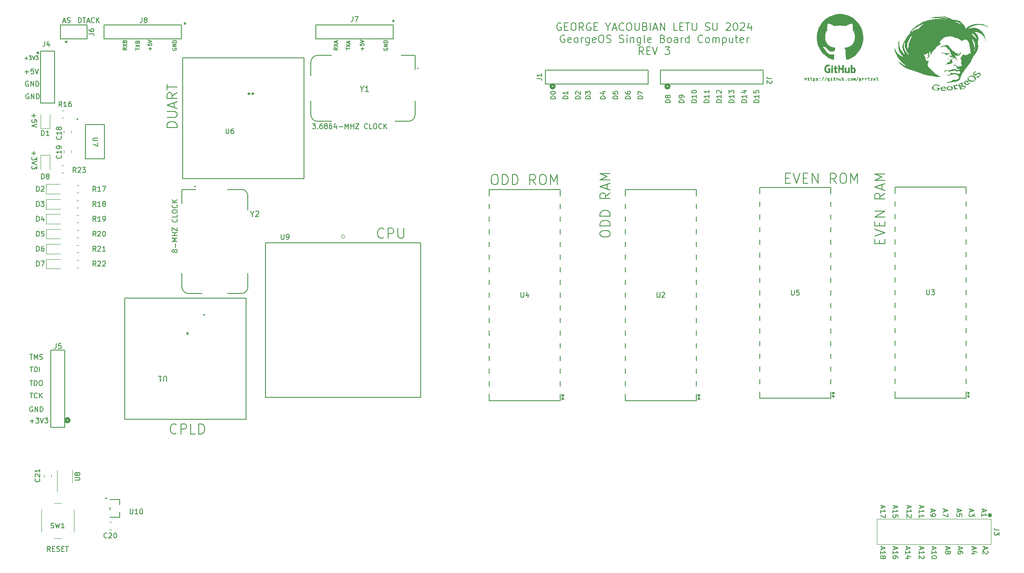
<source format=gbr>
%TF.GenerationSoftware,KiCad,Pcbnew,(6.0.0)*%
%TF.CreationDate,2024-06-19T13:28:13-04:00*%
%TF.ProjectId,MCD_Rev2,4d43445f-5265-4763-922e-6b696361645f,rev?*%
%TF.SameCoordinates,Original*%
%TF.FileFunction,Legend,Top*%
%TF.FilePolarity,Positive*%
%FSLAX46Y46*%
G04 Gerber Fmt 4.6, Leading zero omitted, Abs format (unit mm)*
G04 Created by KiCad (PCBNEW (6.0.0)) date 2024-06-19 13:28:13*
%MOMM*%
%LPD*%
G01*
G04 APERTURE LIST*
%ADD10C,0.150000*%
%ADD11C,0.050000*%
%ADD12C,0.152400*%
%ADD13C,0.120000*%
%ADD14C,0.508000*%
%ADD15C,0.419210*%
%ADD16C,0.200000*%
%ADD17C,0.127000*%
G04 APERTURE END LIST*
D10*
X101916666Y-143202380D02*
X102488095Y-143202380D01*
X102202380Y-144202380D02*
X102202380Y-143202380D01*
X102821428Y-144202380D02*
X102821428Y-143202380D01*
X103154761Y-143916666D01*
X103488095Y-143202380D01*
X103488095Y-144202380D01*
X103916666Y-144154761D02*
X104059523Y-144202380D01*
X104297619Y-144202380D01*
X104392857Y-144154761D01*
X104440476Y-144107142D01*
X104488095Y-144011904D01*
X104488095Y-143916666D01*
X104440476Y-143821428D01*
X104392857Y-143773809D01*
X104297619Y-143726190D01*
X104107142Y-143678571D01*
X104011904Y-143630952D01*
X103964285Y-143583333D01*
X103916666Y-143488095D01*
X103916666Y-143392857D01*
X103964285Y-143297619D01*
X104011904Y-143250000D01*
X104107142Y-143202380D01*
X104345238Y-143202380D01*
X104488095Y-143250000D01*
X101976190Y-145702380D02*
X102547619Y-145702380D01*
X102261904Y-146702380D02*
X102261904Y-145702380D01*
X102880952Y-146702380D02*
X102880952Y-145702380D01*
X103119047Y-145702380D01*
X103261904Y-145750000D01*
X103357142Y-145845238D01*
X103404761Y-145940476D01*
X103452380Y-146130952D01*
X103452380Y-146273809D01*
X103404761Y-146464285D01*
X103357142Y-146559523D01*
X103261904Y-146654761D01*
X103119047Y-146702380D01*
X102880952Y-146702380D01*
X103880952Y-146702380D02*
X103880952Y-145702380D01*
X102488095Y-153750000D02*
X102392857Y-153702380D01*
X102250000Y-153702380D01*
X102107142Y-153750000D01*
X102011904Y-153845238D01*
X101964285Y-153940476D01*
X101916666Y-154130952D01*
X101916666Y-154273809D01*
X101964285Y-154464285D01*
X102011904Y-154559523D01*
X102107142Y-154654761D01*
X102250000Y-154702380D01*
X102345238Y-154702380D01*
X102488095Y-154654761D01*
X102535714Y-154607142D01*
X102535714Y-154273809D01*
X102345238Y-154273809D01*
X102964285Y-154702380D02*
X102964285Y-153702380D01*
X103535714Y-154702380D01*
X103535714Y-153702380D01*
X104011904Y-154702380D02*
X104011904Y-153702380D01*
X104250000Y-153702380D01*
X104392857Y-153750000D01*
X104488095Y-153845238D01*
X104535714Y-153940476D01*
X104583333Y-154130952D01*
X104583333Y-154273809D01*
X104535714Y-154464285D01*
X104488095Y-154559523D01*
X104392857Y-154654761D01*
X104250000Y-154702380D01*
X104011904Y-154702380D01*
X126053571Y-82214285D02*
X126053571Y-81642857D01*
X126339285Y-81928571D02*
X125767857Y-81928571D01*
X125589285Y-80928571D02*
X125589285Y-81285714D01*
X125946428Y-81321428D01*
X125910714Y-81285714D01*
X125875000Y-81214285D01*
X125875000Y-81035714D01*
X125910714Y-80964285D01*
X125946428Y-80928571D01*
X126017857Y-80892857D01*
X126196428Y-80892857D01*
X126267857Y-80928571D01*
X126303571Y-80964285D01*
X126339285Y-81035714D01*
X126339285Y-81214285D01*
X126303571Y-81285714D01*
X126267857Y-81321428D01*
X125589285Y-80678571D02*
X126339285Y-80428571D01*
X125589285Y-80178571D01*
X101940476Y-148452380D02*
X102511904Y-148452380D01*
X102226190Y-149452380D02*
X102226190Y-148452380D01*
X102845238Y-149452380D02*
X102845238Y-148452380D01*
X103083333Y-148452380D01*
X103226190Y-148500000D01*
X103321428Y-148595238D01*
X103369047Y-148690476D01*
X103416666Y-148880952D01*
X103416666Y-149023809D01*
X103369047Y-149214285D01*
X103321428Y-149309523D01*
X103226190Y-149404761D01*
X103083333Y-149452380D01*
X102845238Y-149452380D01*
X104035714Y-148452380D02*
X104226190Y-148452380D01*
X104321428Y-148500000D01*
X104416666Y-148595238D01*
X104464285Y-148785714D01*
X104464285Y-149119047D01*
X104416666Y-149309523D01*
X104321428Y-149404761D01*
X104226190Y-149452380D01*
X104035714Y-149452380D01*
X103940476Y-149404761D01*
X103845238Y-149309523D01*
X103797619Y-149119047D01*
X103797619Y-148785714D01*
X103845238Y-148595238D01*
X103940476Y-148500000D01*
X104035714Y-148452380D01*
X172875000Y-81821428D02*
X172839285Y-81892857D01*
X172839285Y-82000000D01*
X172875000Y-82107142D01*
X172946428Y-82178571D01*
X173017857Y-82214285D01*
X173160714Y-82250000D01*
X173267857Y-82250000D01*
X173410714Y-82214285D01*
X173482142Y-82178571D01*
X173553571Y-82107142D01*
X173589285Y-82000000D01*
X173589285Y-81928571D01*
X173553571Y-81821428D01*
X173517857Y-81785714D01*
X173267857Y-81785714D01*
X173267857Y-81928571D01*
X173589285Y-81464285D02*
X172839285Y-81464285D01*
X173589285Y-81035714D01*
X172839285Y-81035714D01*
X173589285Y-80678571D02*
X172839285Y-80678571D01*
X172839285Y-80500000D01*
X172875000Y-80392857D01*
X172946428Y-80321428D01*
X173017857Y-80285714D01*
X173160714Y-80250000D01*
X173267857Y-80250000D01*
X173410714Y-80285714D01*
X173482142Y-80321428D01*
X173553571Y-80392857D01*
X173589285Y-80500000D01*
X173589285Y-80678571D01*
X217202380Y-91988095D02*
X216202380Y-91988095D01*
X216202380Y-91750000D01*
X216250000Y-91607142D01*
X216345238Y-91511904D01*
X216440476Y-91464285D01*
X216630952Y-91416666D01*
X216773809Y-91416666D01*
X216964285Y-91464285D01*
X217059523Y-91511904D01*
X217154761Y-91607142D01*
X217202380Y-91750000D01*
X217202380Y-91988095D01*
X216535714Y-90559523D02*
X217202380Y-90559523D01*
X216154761Y-90797619D02*
X216869047Y-91035714D01*
X216869047Y-90416666D01*
X272583333Y-181809523D02*
X272583333Y-182285714D01*
X272297619Y-181714285D02*
X273297619Y-182047619D01*
X272297619Y-182380952D01*
X272297619Y-183238095D02*
X272297619Y-182666666D01*
X272297619Y-182952380D02*
X273297619Y-182952380D01*
X273154761Y-182857142D01*
X273059523Y-182761904D01*
X273011904Y-182666666D01*
X272869047Y-183809523D02*
X272916666Y-183714285D01*
X272964285Y-183666666D01*
X273059523Y-183619047D01*
X273107142Y-183619047D01*
X273202380Y-183666666D01*
X273250000Y-183714285D01*
X273297619Y-183809523D01*
X273297619Y-184000000D01*
X273250000Y-184095238D01*
X273202380Y-184142857D01*
X273107142Y-184190476D01*
X273059523Y-184190476D01*
X272964285Y-184142857D01*
X272916666Y-184095238D01*
X272869047Y-184000000D01*
X272869047Y-183809523D01*
X272821428Y-183714285D01*
X272773809Y-183666666D01*
X272678571Y-183619047D01*
X272488095Y-183619047D01*
X272392857Y-183666666D01*
X272345238Y-183714285D01*
X272297619Y-183809523D01*
X272297619Y-184000000D01*
X272345238Y-184095238D01*
X272392857Y-184142857D01*
X272488095Y-184190476D01*
X272678571Y-184190476D01*
X272773809Y-184142857D01*
X272821428Y-184095238D01*
X272869047Y-184000000D01*
X288083333Y-181785714D02*
X288083333Y-182261904D01*
X287797619Y-181690476D02*
X288797619Y-182023809D01*
X287797619Y-182357142D01*
X288797619Y-183119047D02*
X288797619Y-182928571D01*
X288750000Y-182833333D01*
X288702380Y-182785714D01*
X288559523Y-182690476D01*
X288369047Y-182642857D01*
X287988095Y-182642857D01*
X287892857Y-182690476D01*
X287845238Y-182738095D01*
X287797619Y-182833333D01*
X287797619Y-183023809D01*
X287845238Y-183119047D01*
X287892857Y-183166666D01*
X287988095Y-183214285D01*
X288226190Y-183214285D01*
X288321428Y-183166666D01*
X288369047Y-183119047D01*
X288416666Y-183023809D01*
X288416666Y-182833333D01*
X288369047Y-182738095D01*
X288321428Y-182690476D01*
X288226190Y-182642857D01*
X280333333Y-173559523D02*
X280333333Y-174035714D01*
X280047619Y-173464285D02*
X281047619Y-173797619D01*
X280047619Y-174130952D01*
X280047619Y-174988095D02*
X280047619Y-174416666D01*
X280047619Y-174702380D02*
X281047619Y-174702380D01*
X280904761Y-174607142D01*
X280809523Y-174511904D01*
X280761904Y-174416666D01*
X280047619Y-175940476D02*
X280047619Y-175369047D01*
X280047619Y-175654761D02*
X281047619Y-175654761D01*
X280904761Y-175559523D01*
X280809523Y-175464285D01*
X280761904Y-175369047D01*
X101964285Y-150952380D02*
X102535714Y-150952380D01*
X102250000Y-151952380D02*
X102250000Y-150952380D01*
X103440476Y-151857142D02*
X103392857Y-151904761D01*
X103250000Y-151952380D01*
X103154761Y-151952380D01*
X103011904Y-151904761D01*
X102916666Y-151809523D01*
X102869047Y-151714285D01*
X102821428Y-151523809D01*
X102821428Y-151380952D01*
X102869047Y-151190476D01*
X102916666Y-151095238D01*
X103011904Y-151000000D01*
X103154761Y-150952380D01*
X103250000Y-150952380D01*
X103392857Y-151000000D01*
X103440476Y-151047619D01*
X103869047Y-151952380D02*
X103869047Y-150952380D01*
X104440476Y-151952380D02*
X104011904Y-151380952D01*
X104440476Y-150952380D02*
X103869047Y-151523809D01*
X285083333Y-174285714D02*
X285083333Y-174761904D01*
X284797619Y-174190476D02*
X285797619Y-174523809D01*
X284797619Y-174857142D01*
X285797619Y-175095238D02*
X285797619Y-175761904D01*
X284797619Y-175333333D01*
X247952380Y-92714285D02*
X246952380Y-92714285D01*
X246952380Y-92476190D01*
X247000000Y-92333333D01*
X247095238Y-92238095D01*
X247190476Y-92190476D01*
X247380952Y-92142857D01*
X247523809Y-92142857D01*
X247714285Y-92190476D01*
X247809523Y-92238095D01*
X247904761Y-92333333D01*
X247952380Y-92476190D01*
X247952380Y-92714285D01*
X247952380Y-91190476D02*
X247952380Y-91761904D01*
X247952380Y-91476190D02*
X246952380Y-91476190D01*
X247095238Y-91571428D01*
X247190476Y-91666666D01*
X247238095Y-91761904D01*
X246952380Y-90285714D02*
X246952380Y-90761904D01*
X247428571Y-90809523D01*
X247380952Y-90761904D01*
X247333333Y-90666666D01*
X247333333Y-90428571D01*
X247380952Y-90333333D01*
X247428571Y-90285714D01*
X247523809Y-90238095D01*
X247761904Y-90238095D01*
X247857142Y-90285714D01*
X247904761Y-90333333D01*
X247952380Y-90428571D01*
X247952380Y-90666666D01*
X247904761Y-90761904D01*
X247857142Y-90809523D01*
X106047619Y-182702380D02*
X105714285Y-182226190D01*
X105476190Y-182702380D02*
X105476190Y-181702380D01*
X105857142Y-181702380D01*
X105952380Y-181750000D01*
X106000000Y-181797619D01*
X106047619Y-181892857D01*
X106047619Y-182035714D01*
X106000000Y-182130952D01*
X105952380Y-182178571D01*
X105857142Y-182226190D01*
X105476190Y-182226190D01*
X106476190Y-182178571D02*
X106809523Y-182178571D01*
X106952380Y-182702380D02*
X106476190Y-182702380D01*
X106476190Y-181702380D01*
X106952380Y-181702380D01*
X107333333Y-182654761D02*
X107476190Y-182702380D01*
X107714285Y-182702380D01*
X107809523Y-182654761D01*
X107857142Y-182607142D01*
X107904761Y-182511904D01*
X107904761Y-182416666D01*
X107857142Y-182321428D01*
X107809523Y-182273809D01*
X107714285Y-182226190D01*
X107523809Y-182178571D01*
X107428571Y-182130952D01*
X107380952Y-182083333D01*
X107333333Y-181988095D01*
X107333333Y-181892857D01*
X107380952Y-181797619D01*
X107428571Y-181750000D01*
X107523809Y-181702380D01*
X107761904Y-181702380D01*
X107904761Y-181750000D01*
X108333333Y-182178571D02*
X108666666Y-182178571D01*
X108809523Y-182702380D02*
X108333333Y-182702380D01*
X108333333Y-181702380D01*
X108809523Y-181702380D01*
X109095238Y-181702380D02*
X109666666Y-181702380D01*
X109380952Y-182702380D02*
X109380952Y-181702380D01*
X222202380Y-91988095D02*
X221202380Y-91988095D01*
X221202380Y-91750000D01*
X221250000Y-91607142D01*
X221345238Y-91511904D01*
X221440476Y-91464285D01*
X221630952Y-91416666D01*
X221773809Y-91416666D01*
X221964285Y-91464285D01*
X222059523Y-91511904D01*
X222154761Y-91607142D01*
X222202380Y-91750000D01*
X222202380Y-91988095D01*
X221202380Y-90559523D02*
X221202380Y-90750000D01*
X221250000Y-90845238D01*
X221297619Y-90892857D01*
X221440476Y-90988095D01*
X221630952Y-91035714D01*
X222011904Y-91035714D01*
X222107142Y-90988095D01*
X222154761Y-90940476D01*
X222202380Y-90845238D01*
X222202380Y-90654761D01*
X222154761Y-90559523D01*
X222107142Y-90511904D01*
X222011904Y-90464285D01*
X221773809Y-90464285D01*
X221678571Y-90511904D01*
X221630952Y-90559523D01*
X221583333Y-90654761D01*
X221583333Y-90845238D01*
X221630952Y-90940476D01*
X221678571Y-90988095D01*
X221773809Y-91035714D01*
X207202380Y-91988095D02*
X206202380Y-91988095D01*
X206202380Y-91750000D01*
X206250000Y-91607142D01*
X206345238Y-91511904D01*
X206440476Y-91464285D01*
X206630952Y-91416666D01*
X206773809Y-91416666D01*
X206964285Y-91464285D01*
X207059523Y-91511904D01*
X207154761Y-91607142D01*
X207202380Y-91750000D01*
X207202380Y-91988095D01*
X206202380Y-90797619D02*
X206202380Y-90702380D01*
X206250000Y-90607142D01*
X206297619Y-90559523D01*
X206392857Y-90511904D01*
X206583333Y-90464285D01*
X206821428Y-90464285D01*
X207011904Y-90511904D01*
X207107142Y-90559523D01*
X207154761Y-90607142D01*
X207202380Y-90702380D01*
X207202380Y-90797619D01*
X207154761Y-90892857D01*
X207107142Y-90940476D01*
X207011904Y-90988095D01*
X206821428Y-91035714D01*
X206583333Y-91035714D01*
X206392857Y-90988095D01*
X206297619Y-90940476D01*
X206250000Y-90892857D01*
X206202380Y-90797619D01*
X168553571Y-82214285D02*
X168553571Y-81642857D01*
X168839285Y-81928571D02*
X168267857Y-81928571D01*
X168089285Y-80928571D02*
X168089285Y-81285714D01*
X168446428Y-81321428D01*
X168410714Y-81285714D01*
X168375000Y-81214285D01*
X168375000Y-81035714D01*
X168410714Y-80964285D01*
X168446428Y-80928571D01*
X168517857Y-80892857D01*
X168696428Y-80892857D01*
X168767857Y-80928571D01*
X168803571Y-80964285D01*
X168839285Y-81035714D01*
X168839285Y-81214285D01*
X168803571Y-81285714D01*
X168767857Y-81321428D01*
X168089285Y-80678571D02*
X168839285Y-80428571D01*
X168089285Y-80178571D01*
X172821428Y-119714285D02*
X172726190Y-119809523D01*
X172440476Y-119904761D01*
X172250000Y-119904761D01*
X171964285Y-119809523D01*
X171773809Y-119619047D01*
X171678571Y-119428571D01*
X171583333Y-119047619D01*
X171583333Y-118761904D01*
X171678571Y-118380952D01*
X171773809Y-118190476D01*
X171964285Y-118000000D01*
X172250000Y-117904761D01*
X172440476Y-117904761D01*
X172726190Y-118000000D01*
X172821428Y-118095238D01*
X173678571Y-119904761D02*
X173678571Y-117904761D01*
X174440476Y-117904761D01*
X174630952Y-118000000D01*
X174726190Y-118095238D01*
X174821428Y-118285714D01*
X174821428Y-118571428D01*
X174726190Y-118761904D01*
X174630952Y-118857142D01*
X174440476Y-118952380D01*
X173678571Y-118952380D01*
X175678571Y-117904761D02*
X175678571Y-119523809D01*
X175773809Y-119714285D01*
X175869047Y-119809523D01*
X176059523Y-119904761D01*
X176440476Y-119904761D01*
X176630952Y-119809523D01*
X176726190Y-119714285D01*
X176821428Y-119523809D01*
X176821428Y-117904761D01*
X131404761Y-97690476D02*
X129404761Y-97690476D01*
X129404761Y-97214285D01*
X129500000Y-96928571D01*
X129690476Y-96738095D01*
X129880952Y-96642857D01*
X130261904Y-96547619D01*
X130547619Y-96547619D01*
X130928571Y-96642857D01*
X131119047Y-96738095D01*
X131309523Y-96928571D01*
X131404761Y-97214285D01*
X131404761Y-97690476D01*
X129404761Y-95690476D02*
X131023809Y-95690476D01*
X131214285Y-95595238D01*
X131309523Y-95500000D01*
X131404761Y-95309523D01*
X131404761Y-94928571D01*
X131309523Y-94738095D01*
X131214285Y-94642857D01*
X131023809Y-94547619D01*
X129404761Y-94547619D01*
X130833333Y-93690476D02*
X130833333Y-92738095D01*
X131404761Y-93880952D02*
X129404761Y-93214285D01*
X131404761Y-92547619D01*
X131404761Y-90738095D02*
X130452380Y-91404761D01*
X131404761Y-91880952D02*
X129404761Y-91880952D01*
X129404761Y-91119047D01*
X129500000Y-90928571D01*
X129595238Y-90833333D01*
X129785714Y-90738095D01*
X130071428Y-90738095D01*
X130261904Y-90833333D01*
X130357142Y-90928571D01*
X130452380Y-91119047D01*
X130452380Y-91880952D01*
X129404761Y-90166666D02*
X129404761Y-89023809D01*
X131404761Y-89595238D02*
X129404761Y-89595238D01*
X158523809Y-96952380D02*
X159142857Y-96952380D01*
X158809523Y-97333333D01*
X158952380Y-97333333D01*
X159047619Y-97380952D01*
X159095238Y-97428571D01*
X159142857Y-97523809D01*
X159142857Y-97761904D01*
X159095238Y-97857142D01*
X159047619Y-97904761D01*
X158952380Y-97952380D01*
X158666666Y-97952380D01*
X158571428Y-97904761D01*
X158523809Y-97857142D01*
X159571428Y-97857142D02*
X159619047Y-97904761D01*
X159571428Y-97952380D01*
X159523809Y-97904761D01*
X159571428Y-97857142D01*
X159571428Y-97952380D01*
X160476190Y-96952380D02*
X160285714Y-96952380D01*
X160190476Y-97000000D01*
X160142857Y-97047619D01*
X160047619Y-97190476D01*
X160000000Y-97380952D01*
X160000000Y-97761904D01*
X160047619Y-97857142D01*
X160095238Y-97904761D01*
X160190476Y-97952380D01*
X160380952Y-97952380D01*
X160476190Y-97904761D01*
X160523809Y-97857142D01*
X160571428Y-97761904D01*
X160571428Y-97523809D01*
X160523809Y-97428571D01*
X160476190Y-97380952D01*
X160380952Y-97333333D01*
X160190476Y-97333333D01*
X160095238Y-97380952D01*
X160047619Y-97428571D01*
X160000000Y-97523809D01*
X161142857Y-97380952D02*
X161047619Y-97333333D01*
X161000000Y-97285714D01*
X160952380Y-97190476D01*
X160952380Y-97142857D01*
X161000000Y-97047619D01*
X161047619Y-97000000D01*
X161142857Y-96952380D01*
X161333333Y-96952380D01*
X161428571Y-97000000D01*
X161476190Y-97047619D01*
X161523809Y-97142857D01*
X161523809Y-97190476D01*
X161476190Y-97285714D01*
X161428571Y-97333333D01*
X161333333Y-97380952D01*
X161142857Y-97380952D01*
X161047619Y-97428571D01*
X161000000Y-97476190D01*
X160952380Y-97571428D01*
X160952380Y-97761904D01*
X161000000Y-97857142D01*
X161047619Y-97904761D01*
X161142857Y-97952380D01*
X161333333Y-97952380D01*
X161428571Y-97904761D01*
X161476190Y-97857142D01*
X161523809Y-97761904D01*
X161523809Y-97571428D01*
X161476190Y-97476190D01*
X161428571Y-97428571D01*
X161333333Y-97380952D01*
X162380952Y-96952380D02*
X162190476Y-96952380D01*
X162095238Y-97000000D01*
X162047619Y-97047619D01*
X161952380Y-97190476D01*
X161904761Y-97380952D01*
X161904761Y-97761904D01*
X161952380Y-97857142D01*
X162000000Y-97904761D01*
X162095238Y-97952380D01*
X162285714Y-97952380D01*
X162380952Y-97904761D01*
X162428571Y-97857142D01*
X162476190Y-97761904D01*
X162476190Y-97523809D01*
X162428571Y-97428571D01*
X162380952Y-97380952D01*
X162285714Y-97333333D01*
X162095238Y-97333333D01*
X162000000Y-97380952D01*
X161952380Y-97428571D01*
X161904761Y-97523809D01*
X163333333Y-97285714D02*
X163333333Y-97952380D01*
X163095238Y-96904761D02*
X162857142Y-97619047D01*
X163476190Y-97619047D01*
X163857142Y-97571428D02*
X164619047Y-97571428D01*
X165095238Y-97952380D02*
X165095238Y-96952380D01*
X165428571Y-97666666D01*
X165761904Y-96952380D01*
X165761904Y-97952380D01*
X166238095Y-97952380D02*
X166238095Y-96952380D01*
X166238095Y-97428571D02*
X166809523Y-97428571D01*
X166809523Y-97952380D02*
X166809523Y-96952380D01*
X167190476Y-96952380D02*
X167857142Y-96952380D01*
X167190476Y-97952380D01*
X167857142Y-97952380D01*
X169571428Y-97857142D02*
X169523809Y-97904761D01*
X169380952Y-97952380D01*
X169285714Y-97952380D01*
X169142857Y-97904761D01*
X169047619Y-97809523D01*
X169000000Y-97714285D01*
X168952380Y-97523809D01*
X168952380Y-97380952D01*
X169000000Y-97190476D01*
X169047619Y-97095238D01*
X169142857Y-97000000D01*
X169285714Y-96952380D01*
X169380952Y-96952380D01*
X169523809Y-97000000D01*
X169571428Y-97047619D01*
X170476190Y-97952380D02*
X170000000Y-97952380D01*
X170000000Y-96952380D01*
X171000000Y-96952380D02*
X171190476Y-96952380D01*
X171285714Y-97000000D01*
X171380952Y-97095238D01*
X171428571Y-97285714D01*
X171428571Y-97619047D01*
X171380952Y-97809523D01*
X171285714Y-97904761D01*
X171190476Y-97952380D01*
X171000000Y-97952380D01*
X170904761Y-97904761D01*
X170809523Y-97809523D01*
X170761904Y-97619047D01*
X170761904Y-97285714D01*
X170809523Y-97095238D01*
X170904761Y-97000000D01*
X171000000Y-96952380D01*
X172428571Y-97857142D02*
X172380952Y-97904761D01*
X172238095Y-97952380D01*
X172142857Y-97952380D01*
X172000000Y-97904761D01*
X171904761Y-97809523D01*
X171857142Y-97714285D01*
X171809523Y-97523809D01*
X171809523Y-97380952D01*
X171857142Y-97190476D01*
X171904761Y-97095238D01*
X172000000Y-97000000D01*
X172142857Y-96952380D01*
X172238095Y-96952380D01*
X172380952Y-97000000D01*
X172428571Y-97047619D01*
X172857142Y-97952380D02*
X172857142Y-96952380D01*
X173428571Y-97952380D02*
X173000000Y-97380952D01*
X173428571Y-96952380D02*
X172857142Y-97523809D01*
X287833333Y-174285714D02*
X287833333Y-174761904D01*
X287547619Y-174190476D02*
X288547619Y-174523809D01*
X287547619Y-174857142D01*
X288547619Y-175666666D02*
X288547619Y-175190476D01*
X288071428Y-175142857D01*
X288119047Y-175190476D01*
X288166666Y-175285714D01*
X288166666Y-175523809D01*
X288119047Y-175619047D01*
X288071428Y-175666666D01*
X287976190Y-175714285D01*
X287738095Y-175714285D01*
X287642857Y-175666666D01*
X287595238Y-175619047D01*
X287547619Y-175523809D01*
X287547619Y-175285714D01*
X287595238Y-175190476D01*
X287642857Y-175142857D01*
X290333333Y-174285714D02*
X290333333Y-174761904D01*
X290047619Y-174190476D02*
X291047619Y-174523809D01*
X290047619Y-174857142D01*
X291047619Y-175095238D02*
X291047619Y-175714285D01*
X290666666Y-175380952D01*
X290666666Y-175523809D01*
X290619047Y-175619047D01*
X290571428Y-175666666D01*
X290476190Y-175714285D01*
X290238095Y-175714285D01*
X290142857Y-175666666D01*
X290095238Y-175619047D01*
X290047619Y-175523809D01*
X290047619Y-175238095D01*
X290095238Y-175142857D01*
X290142857Y-175095238D01*
X242952380Y-92714285D02*
X241952380Y-92714285D01*
X241952380Y-92476190D01*
X242000000Y-92333333D01*
X242095238Y-92238095D01*
X242190476Y-92190476D01*
X242380952Y-92142857D01*
X242523809Y-92142857D01*
X242714285Y-92190476D01*
X242809523Y-92238095D01*
X242904761Y-92333333D01*
X242952380Y-92476190D01*
X242952380Y-92714285D01*
X242952380Y-91190476D02*
X242952380Y-91761904D01*
X242952380Y-91476190D02*
X241952380Y-91476190D01*
X242095238Y-91571428D01*
X242190476Y-91666666D01*
X242238095Y-91761904D01*
X241952380Y-90857142D02*
X241952380Y-90238095D01*
X242333333Y-90571428D01*
X242333333Y-90428571D01*
X242380952Y-90333333D01*
X242428571Y-90285714D01*
X242523809Y-90238095D01*
X242761904Y-90238095D01*
X242857142Y-90285714D01*
X242904761Y-90333333D01*
X242952380Y-90428571D01*
X242952380Y-90714285D01*
X242904761Y-90809523D01*
X242857142Y-90857142D01*
X102728571Y-102488095D02*
X102728571Y-103250000D01*
X102347619Y-102869047D02*
X103109523Y-102869047D01*
X103347619Y-103630952D02*
X103347619Y-104250000D01*
X102966666Y-103916666D01*
X102966666Y-104059523D01*
X102919047Y-104154761D01*
X102871428Y-104202380D01*
X102776190Y-104250000D01*
X102538095Y-104250000D01*
X102442857Y-104202380D01*
X102395238Y-104154761D01*
X102347619Y-104059523D01*
X102347619Y-103773809D01*
X102395238Y-103678571D01*
X102442857Y-103630952D01*
X103347619Y-104535714D02*
X102347619Y-104869047D01*
X103347619Y-105202380D01*
X103347619Y-105440476D02*
X103347619Y-106059523D01*
X102966666Y-105726190D01*
X102966666Y-105869047D01*
X102919047Y-105964285D01*
X102871428Y-106011904D01*
X102776190Y-106059523D01*
X102538095Y-106059523D01*
X102442857Y-106011904D01*
X102395238Y-105964285D01*
X102347619Y-105869047D01*
X102347619Y-105583333D01*
X102395238Y-105488095D01*
X102442857Y-105440476D01*
X253309523Y-107857142D02*
X253976190Y-107857142D01*
X254261904Y-108904761D02*
X253309523Y-108904761D01*
X253309523Y-106904761D01*
X254261904Y-106904761D01*
X254833333Y-106904761D02*
X255500000Y-108904761D01*
X256166666Y-106904761D01*
X256833333Y-107857142D02*
X257500000Y-107857142D01*
X257785714Y-108904761D02*
X256833333Y-108904761D01*
X256833333Y-106904761D01*
X257785714Y-106904761D01*
X258642857Y-108904761D02*
X258642857Y-106904761D01*
X259785714Y-108904761D01*
X259785714Y-106904761D01*
X263404761Y-108904761D02*
X262738095Y-107952380D01*
X262261904Y-108904761D02*
X262261904Y-106904761D01*
X263023809Y-106904761D01*
X263214285Y-107000000D01*
X263309523Y-107095238D01*
X263404761Y-107285714D01*
X263404761Y-107571428D01*
X263309523Y-107761904D01*
X263214285Y-107857142D01*
X263023809Y-107952380D01*
X262261904Y-107952380D01*
X264642857Y-106904761D02*
X265023809Y-106904761D01*
X265214285Y-107000000D01*
X265404761Y-107190476D01*
X265500000Y-107571428D01*
X265500000Y-108238095D01*
X265404761Y-108619047D01*
X265214285Y-108809523D01*
X265023809Y-108904761D01*
X264642857Y-108904761D01*
X264452380Y-108809523D01*
X264261904Y-108619047D01*
X264166666Y-108238095D01*
X264166666Y-107571428D01*
X264261904Y-107190476D01*
X264452380Y-107000000D01*
X264642857Y-106904761D01*
X266357142Y-108904761D02*
X266357142Y-106904761D01*
X267023809Y-108333333D01*
X267690476Y-106904761D01*
X267690476Y-108904761D01*
X277833333Y-173559523D02*
X277833333Y-174035714D01*
X277547619Y-173464285D02*
X278547619Y-173797619D01*
X277547619Y-174130952D01*
X277547619Y-174988095D02*
X277547619Y-174416666D01*
X277547619Y-174702380D02*
X278547619Y-174702380D01*
X278404761Y-174607142D01*
X278309523Y-174511904D01*
X278261904Y-174416666D01*
X278452380Y-175369047D02*
X278500000Y-175416666D01*
X278547619Y-175511904D01*
X278547619Y-175750000D01*
X278500000Y-175845238D01*
X278452380Y-175892857D01*
X278357142Y-175940476D01*
X278261904Y-175940476D01*
X278119047Y-175892857D01*
X277547619Y-175321428D01*
X277547619Y-175940476D01*
X272583333Y-173559523D02*
X272583333Y-174035714D01*
X272297619Y-173464285D02*
X273297619Y-173797619D01*
X272297619Y-174130952D01*
X272297619Y-174988095D02*
X272297619Y-174416666D01*
X272297619Y-174702380D02*
X273297619Y-174702380D01*
X273154761Y-174607142D01*
X273059523Y-174511904D01*
X273011904Y-174416666D01*
X273297619Y-175321428D02*
X273297619Y-175988095D01*
X272297619Y-175559523D01*
X245452380Y-92714285D02*
X244452380Y-92714285D01*
X244452380Y-92476190D01*
X244500000Y-92333333D01*
X244595238Y-92238095D01*
X244690476Y-92190476D01*
X244880952Y-92142857D01*
X245023809Y-92142857D01*
X245214285Y-92190476D01*
X245309523Y-92238095D01*
X245404761Y-92333333D01*
X245452380Y-92476190D01*
X245452380Y-92714285D01*
X245452380Y-91190476D02*
X245452380Y-91761904D01*
X245452380Y-91476190D02*
X244452380Y-91476190D01*
X244595238Y-91571428D01*
X244690476Y-91666666D01*
X244738095Y-91761904D01*
X244785714Y-90333333D02*
X245452380Y-90333333D01*
X244404761Y-90571428D02*
X245119047Y-90809523D01*
X245119047Y-90190476D01*
X293083333Y-181785714D02*
X293083333Y-182261904D01*
X292797619Y-181690476D02*
X293797619Y-182023809D01*
X292797619Y-182357142D01*
X293702380Y-182642857D02*
X293750000Y-182690476D01*
X293797619Y-182785714D01*
X293797619Y-183023809D01*
X293750000Y-183119047D01*
X293702380Y-183166666D01*
X293607142Y-183214285D01*
X293511904Y-183214285D01*
X293369047Y-183166666D01*
X292797619Y-182595238D01*
X292797619Y-183214285D01*
X163589285Y-81696428D02*
X163232142Y-81946428D01*
X163589285Y-82125000D02*
X162839285Y-82125000D01*
X162839285Y-81839285D01*
X162875000Y-81767857D01*
X162910714Y-81732142D01*
X162982142Y-81696428D01*
X163089285Y-81696428D01*
X163160714Y-81732142D01*
X163196428Y-81767857D01*
X163232142Y-81839285D01*
X163232142Y-82125000D01*
X162839285Y-81446428D02*
X163589285Y-80946428D01*
X162839285Y-80946428D02*
X163589285Y-81446428D01*
X163375000Y-80696428D02*
X163375000Y-80339285D01*
X163589285Y-80767857D02*
X162839285Y-80517857D01*
X163589285Y-80267857D01*
X100928571Y-83803571D02*
X101500000Y-83803571D01*
X101214285Y-84089285D02*
X101214285Y-83517857D01*
X101785714Y-83339285D02*
X102250000Y-83339285D01*
X102000000Y-83625000D01*
X102107142Y-83625000D01*
X102178571Y-83660714D01*
X102214285Y-83696428D01*
X102250000Y-83767857D01*
X102250000Y-83946428D01*
X102214285Y-84017857D01*
X102178571Y-84053571D01*
X102107142Y-84089285D01*
X101892857Y-84089285D01*
X101821428Y-84053571D01*
X101785714Y-84017857D01*
X102464285Y-83339285D02*
X102714285Y-84089285D01*
X102964285Y-83339285D01*
X103142857Y-83339285D02*
X103607142Y-83339285D01*
X103357142Y-83625000D01*
X103464285Y-83625000D01*
X103535714Y-83660714D01*
X103571428Y-83696428D01*
X103607142Y-83767857D01*
X103607142Y-83946428D01*
X103571428Y-84017857D01*
X103535714Y-84053571D01*
X103464285Y-84089285D01*
X103250000Y-84089285D01*
X103178571Y-84053571D01*
X103142857Y-84017857D01*
X108585714Y-76416666D02*
X109061904Y-76416666D01*
X108490476Y-76702380D02*
X108823809Y-75702380D01*
X109157142Y-76702380D01*
X109442857Y-76654761D02*
X109585714Y-76702380D01*
X109823809Y-76702380D01*
X109919047Y-76654761D01*
X109966666Y-76607142D01*
X110014285Y-76511904D01*
X110014285Y-76416666D01*
X109966666Y-76321428D01*
X109919047Y-76273809D01*
X109823809Y-76226190D01*
X109633333Y-76178571D01*
X109538095Y-76130952D01*
X109490476Y-76083333D01*
X109442857Y-75988095D01*
X109442857Y-75892857D01*
X109490476Y-75797619D01*
X109538095Y-75750000D01*
X109633333Y-75702380D01*
X109871428Y-75702380D01*
X110014285Y-75750000D01*
X219702380Y-91988095D02*
X218702380Y-91988095D01*
X218702380Y-91750000D01*
X218750000Y-91607142D01*
X218845238Y-91511904D01*
X218940476Y-91464285D01*
X219130952Y-91416666D01*
X219273809Y-91416666D01*
X219464285Y-91464285D01*
X219559523Y-91511904D01*
X219654761Y-91607142D01*
X219702380Y-91750000D01*
X219702380Y-91988095D01*
X218702380Y-90511904D02*
X218702380Y-90988095D01*
X219178571Y-91035714D01*
X219130952Y-90988095D01*
X219083333Y-90892857D01*
X219083333Y-90654761D01*
X219130952Y-90559523D01*
X219178571Y-90511904D01*
X219273809Y-90464285D01*
X219511904Y-90464285D01*
X219607142Y-90511904D01*
X219654761Y-90559523D01*
X219702380Y-90654761D01*
X219702380Y-90892857D01*
X219654761Y-90988095D01*
X219607142Y-91035714D01*
X101988095Y-156571428D02*
X102750000Y-156571428D01*
X102369047Y-156952380D02*
X102369047Y-156190476D01*
X103130952Y-155952380D02*
X103750000Y-155952380D01*
X103416666Y-156333333D01*
X103559523Y-156333333D01*
X103654761Y-156380952D01*
X103702380Y-156428571D01*
X103750000Y-156523809D01*
X103750000Y-156761904D01*
X103702380Y-156857142D01*
X103654761Y-156904761D01*
X103559523Y-156952380D01*
X103273809Y-156952380D01*
X103178571Y-156904761D01*
X103130952Y-156857142D01*
X104035714Y-155952380D02*
X104369047Y-156952380D01*
X104702380Y-155952380D01*
X104940476Y-155952380D02*
X105559523Y-155952380D01*
X105226190Y-156333333D01*
X105369047Y-156333333D01*
X105464285Y-156380952D01*
X105511904Y-156428571D01*
X105559523Y-156523809D01*
X105559523Y-156761904D01*
X105511904Y-156857142D01*
X105464285Y-156904761D01*
X105369047Y-156952380D01*
X105083333Y-156952380D01*
X104988095Y-156904761D01*
X104940476Y-156857142D01*
X275083333Y-173559523D02*
X275083333Y-174035714D01*
X274797619Y-173464285D02*
X275797619Y-173797619D01*
X274797619Y-174130952D01*
X274797619Y-174988095D02*
X274797619Y-174416666D01*
X274797619Y-174702380D02*
X275797619Y-174702380D01*
X275654761Y-174607142D01*
X275559523Y-174511904D01*
X275511904Y-174416666D01*
X275797619Y-175892857D02*
X275797619Y-175416666D01*
X275321428Y-175369047D01*
X275369047Y-175416666D01*
X275416666Y-175511904D01*
X275416666Y-175750000D01*
X275369047Y-175845238D01*
X275321428Y-175892857D01*
X275226190Y-175940476D01*
X274988095Y-175940476D01*
X274892857Y-175892857D01*
X274845238Y-175845238D01*
X274797619Y-175750000D01*
X274797619Y-175511904D01*
X274845238Y-175416666D01*
X274892857Y-175369047D01*
X102728571Y-94964285D02*
X102728571Y-95726190D01*
X102347619Y-95345238D02*
X103109523Y-95345238D01*
X103347619Y-96678571D02*
X103347619Y-96202380D01*
X102871428Y-96154761D01*
X102919047Y-96202380D01*
X102966666Y-96297619D01*
X102966666Y-96535714D01*
X102919047Y-96630952D01*
X102871428Y-96678571D01*
X102776190Y-96726190D01*
X102538095Y-96726190D01*
X102442857Y-96678571D01*
X102395238Y-96630952D01*
X102347619Y-96535714D01*
X102347619Y-96297619D01*
X102395238Y-96202380D01*
X102442857Y-96154761D01*
X103347619Y-97011904D02*
X102347619Y-97345238D01*
X103347619Y-97678571D01*
X214202380Y-91988095D02*
X213202380Y-91988095D01*
X213202380Y-91750000D01*
X213250000Y-91607142D01*
X213345238Y-91511904D01*
X213440476Y-91464285D01*
X213630952Y-91416666D01*
X213773809Y-91416666D01*
X213964285Y-91464285D01*
X214059523Y-91511904D01*
X214154761Y-91607142D01*
X214202380Y-91750000D01*
X214202380Y-91988095D01*
X213202380Y-91083333D02*
X213202380Y-90464285D01*
X213583333Y-90797619D01*
X213583333Y-90654761D01*
X213630952Y-90559523D01*
X213678571Y-90511904D01*
X213773809Y-90464285D01*
X214011904Y-90464285D01*
X214107142Y-90511904D01*
X214154761Y-90559523D01*
X214202380Y-90654761D01*
X214202380Y-90940476D01*
X214154761Y-91035714D01*
X214107142Y-91083333D01*
X131309523Y-158964285D02*
X131214285Y-159059523D01*
X130928571Y-159154761D01*
X130738095Y-159154761D01*
X130452380Y-159059523D01*
X130261904Y-158869047D01*
X130166666Y-158678571D01*
X130071428Y-158297619D01*
X130071428Y-158011904D01*
X130166666Y-157630952D01*
X130261904Y-157440476D01*
X130452380Y-157250000D01*
X130738095Y-157154761D01*
X130928571Y-157154761D01*
X131214285Y-157250000D01*
X131309523Y-157345238D01*
X132166666Y-159154761D02*
X132166666Y-157154761D01*
X132928571Y-157154761D01*
X133119047Y-157250000D01*
X133214285Y-157345238D01*
X133309523Y-157535714D01*
X133309523Y-157821428D01*
X133214285Y-158011904D01*
X133119047Y-158107142D01*
X132928571Y-158202380D01*
X132166666Y-158202380D01*
X135119047Y-159154761D02*
X134166666Y-159154761D01*
X134166666Y-157154761D01*
X135785714Y-159154761D02*
X135785714Y-157154761D01*
X136261904Y-157154761D01*
X136547619Y-157250000D01*
X136738095Y-157440476D01*
X136833333Y-157630952D01*
X136928571Y-158011904D01*
X136928571Y-158297619D01*
X136833333Y-158678571D01*
X136738095Y-158869047D01*
X136547619Y-159059523D01*
X136261904Y-159154761D01*
X135785714Y-159154761D01*
X230202380Y-92738095D02*
X229202380Y-92738095D01*
X229202380Y-92500000D01*
X229250000Y-92357142D01*
X229345238Y-92261904D01*
X229440476Y-92214285D01*
X229630952Y-92166666D01*
X229773809Y-92166666D01*
X229964285Y-92214285D01*
X230059523Y-92261904D01*
X230154761Y-92357142D01*
X230202380Y-92500000D01*
X230202380Y-92738095D01*
X229630952Y-91595238D02*
X229583333Y-91690476D01*
X229535714Y-91738095D01*
X229440476Y-91785714D01*
X229392857Y-91785714D01*
X229297619Y-91738095D01*
X229250000Y-91690476D01*
X229202380Y-91595238D01*
X229202380Y-91404761D01*
X229250000Y-91309523D01*
X229297619Y-91261904D01*
X229392857Y-91214285D01*
X229440476Y-91214285D01*
X229535714Y-91261904D01*
X229583333Y-91309523D01*
X229630952Y-91404761D01*
X229630952Y-91595238D01*
X229678571Y-91690476D01*
X229726190Y-91738095D01*
X229821428Y-91785714D01*
X230011904Y-91785714D01*
X230107142Y-91738095D01*
X230154761Y-91690476D01*
X230202380Y-91595238D01*
X230202380Y-91404761D01*
X230154761Y-91309523D01*
X230107142Y-91261904D01*
X230011904Y-91214285D01*
X229821428Y-91214285D01*
X229726190Y-91261904D01*
X229678571Y-91309523D01*
X229630952Y-91404761D01*
X212202380Y-91988095D02*
X211202380Y-91988095D01*
X211202380Y-91750000D01*
X211250000Y-91607142D01*
X211345238Y-91511904D01*
X211440476Y-91464285D01*
X211630952Y-91416666D01*
X211773809Y-91416666D01*
X211964285Y-91464285D01*
X212059523Y-91511904D01*
X212154761Y-91607142D01*
X212202380Y-91750000D01*
X212202380Y-91988095D01*
X211297619Y-91035714D02*
X211250000Y-90988095D01*
X211202380Y-90892857D01*
X211202380Y-90654761D01*
X211250000Y-90559523D01*
X211297619Y-90511904D01*
X211392857Y-90464285D01*
X211488095Y-90464285D01*
X211630952Y-90511904D01*
X212202380Y-91083333D01*
X212202380Y-90464285D01*
X101638095Y-88500000D02*
X101542857Y-88452380D01*
X101400000Y-88452380D01*
X101257142Y-88500000D01*
X101161904Y-88595238D01*
X101114285Y-88690476D01*
X101066666Y-88880952D01*
X101066666Y-89023809D01*
X101114285Y-89214285D01*
X101161904Y-89309523D01*
X101257142Y-89404761D01*
X101400000Y-89452380D01*
X101495238Y-89452380D01*
X101638095Y-89404761D01*
X101685714Y-89357142D01*
X101685714Y-89023809D01*
X101495238Y-89023809D01*
X102114285Y-89452380D02*
X102114285Y-88452380D01*
X102685714Y-89452380D01*
X102685714Y-88452380D01*
X103161904Y-89452380D02*
X103161904Y-88452380D01*
X103400000Y-88452380D01*
X103542857Y-88500000D01*
X103638095Y-88595238D01*
X103685714Y-88690476D01*
X103733333Y-88880952D01*
X103733333Y-89023809D01*
X103685714Y-89214285D01*
X103638095Y-89309523D01*
X103542857Y-89404761D01*
X103400000Y-89452380D01*
X103161904Y-89452380D01*
X240452380Y-92714285D02*
X239452380Y-92714285D01*
X239452380Y-92476190D01*
X239500000Y-92333333D01*
X239595238Y-92238095D01*
X239690476Y-92190476D01*
X239880952Y-92142857D01*
X240023809Y-92142857D01*
X240214285Y-92190476D01*
X240309523Y-92238095D01*
X240404761Y-92333333D01*
X240452380Y-92476190D01*
X240452380Y-92714285D01*
X240452380Y-91190476D02*
X240452380Y-91761904D01*
X240452380Y-91476190D02*
X239452380Y-91476190D01*
X239595238Y-91571428D01*
X239690476Y-91666666D01*
X239738095Y-91761904D01*
X239547619Y-90809523D02*
X239500000Y-90761904D01*
X239452380Y-90666666D01*
X239452380Y-90428571D01*
X239500000Y-90333333D01*
X239547619Y-90285714D01*
X239642857Y-90238095D01*
X239738095Y-90238095D01*
X239880952Y-90285714D01*
X240452380Y-90857142D01*
X240452380Y-90238095D01*
X292833333Y-174285714D02*
X292833333Y-174761904D01*
X292547619Y-174190476D02*
X293547619Y-174523809D01*
X292547619Y-174857142D01*
X292547619Y-175714285D02*
X292547619Y-175142857D01*
X292547619Y-175428571D02*
X293547619Y-175428571D01*
X293404761Y-175333333D01*
X293309523Y-175238095D01*
X293261904Y-175142857D01*
X123189285Y-82196428D02*
X123189285Y-81767857D01*
X123939285Y-81982142D02*
X123189285Y-81982142D01*
X123189285Y-81589285D02*
X123939285Y-81089285D01*
X123189285Y-81089285D02*
X123939285Y-81589285D01*
X123546428Y-80553571D02*
X123582142Y-80446428D01*
X123617857Y-80410714D01*
X123689285Y-80375000D01*
X123796428Y-80375000D01*
X123867857Y-80410714D01*
X123903571Y-80446428D01*
X123939285Y-80517857D01*
X123939285Y-80803571D01*
X123189285Y-80803571D01*
X123189285Y-80553571D01*
X123225000Y-80482142D01*
X123260714Y-80446428D01*
X123332142Y-80410714D01*
X123403571Y-80410714D01*
X123475000Y-80446428D01*
X123510714Y-80482142D01*
X123546428Y-80553571D01*
X123546428Y-80803571D01*
X121339285Y-81750000D02*
X120982142Y-82000000D01*
X121339285Y-82178571D02*
X120589285Y-82178571D01*
X120589285Y-81892857D01*
X120625000Y-81821428D01*
X120660714Y-81785714D01*
X120732142Y-81750000D01*
X120839285Y-81750000D01*
X120910714Y-81785714D01*
X120946428Y-81821428D01*
X120982142Y-81892857D01*
X120982142Y-82178571D01*
X120589285Y-81500000D02*
X121339285Y-81000000D01*
X120589285Y-81000000D02*
X121339285Y-81500000D01*
X120946428Y-80464285D02*
X120982142Y-80357142D01*
X121017857Y-80321428D01*
X121089285Y-80285714D01*
X121196428Y-80285714D01*
X121267857Y-80321428D01*
X121303571Y-80357142D01*
X121339285Y-80428571D01*
X121339285Y-80714285D01*
X120589285Y-80714285D01*
X120589285Y-80464285D01*
X120625000Y-80392857D01*
X120660714Y-80357142D01*
X120732142Y-80321428D01*
X120803571Y-80321428D01*
X120875000Y-80357142D01*
X120910714Y-80392857D01*
X120946428Y-80464285D01*
X120946428Y-80714285D01*
X235452380Y-92714285D02*
X234452380Y-92714285D01*
X234452380Y-92476190D01*
X234500000Y-92333333D01*
X234595238Y-92238095D01*
X234690476Y-92190476D01*
X234880952Y-92142857D01*
X235023809Y-92142857D01*
X235214285Y-92190476D01*
X235309523Y-92238095D01*
X235404761Y-92333333D01*
X235452380Y-92476190D01*
X235452380Y-92714285D01*
X235452380Y-91190476D02*
X235452380Y-91761904D01*
X235452380Y-91476190D02*
X234452380Y-91476190D01*
X234595238Y-91571428D01*
X234690476Y-91666666D01*
X234738095Y-91761904D01*
X234452380Y-90571428D02*
X234452380Y-90476190D01*
X234500000Y-90380952D01*
X234547619Y-90333333D01*
X234642857Y-90285714D01*
X234833333Y-90238095D01*
X235071428Y-90238095D01*
X235261904Y-90285714D01*
X235357142Y-90333333D01*
X235404761Y-90380952D01*
X235452380Y-90476190D01*
X235452380Y-90571428D01*
X235404761Y-90666666D01*
X235357142Y-90714285D01*
X235261904Y-90761904D01*
X235071428Y-90809523D01*
X234833333Y-90809523D01*
X234642857Y-90761904D01*
X234547619Y-90714285D01*
X234500000Y-90666666D01*
X234452380Y-90571428D01*
X130880952Y-122595238D02*
X130833333Y-122690476D01*
X130785714Y-122738095D01*
X130690476Y-122785714D01*
X130642857Y-122785714D01*
X130547619Y-122738095D01*
X130500000Y-122690476D01*
X130452380Y-122595238D01*
X130452380Y-122404761D01*
X130500000Y-122309523D01*
X130547619Y-122261904D01*
X130642857Y-122214285D01*
X130690476Y-122214285D01*
X130785714Y-122261904D01*
X130833333Y-122309523D01*
X130880952Y-122404761D01*
X130880952Y-122595238D01*
X130928571Y-122690476D01*
X130976190Y-122738095D01*
X131071428Y-122785714D01*
X131261904Y-122785714D01*
X131357142Y-122738095D01*
X131404761Y-122690476D01*
X131452380Y-122595238D01*
X131452380Y-122404761D01*
X131404761Y-122309523D01*
X131357142Y-122261904D01*
X131261904Y-122214285D01*
X131071428Y-122214285D01*
X130976190Y-122261904D01*
X130928571Y-122309523D01*
X130880952Y-122404761D01*
X131071428Y-121785714D02*
X131071428Y-121023809D01*
X131452380Y-120547619D02*
X130452380Y-120547619D01*
X131166666Y-120214285D01*
X130452380Y-119880952D01*
X131452380Y-119880952D01*
X131452380Y-119404761D02*
X130452380Y-119404761D01*
X130928571Y-119404761D02*
X130928571Y-118833333D01*
X131452380Y-118833333D02*
X130452380Y-118833333D01*
X130452380Y-118452380D02*
X130452380Y-117785714D01*
X131452380Y-118452380D01*
X131452380Y-117785714D01*
X131357142Y-116071428D02*
X131404761Y-116119047D01*
X131452380Y-116261904D01*
X131452380Y-116357142D01*
X131404761Y-116500000D01*
X131309523Y-116595238D01*
X131214285Y-116642857D01*
X131023809Y-116690476D01*
X130880952Y-116690476D01*
X130690476Y-116642857D01*
X130595238Y-116595238D01*
X130500000Y-116500000D01*
X130452380Y-116357142D01*
X130452380Y-116261904D01*
X130500000Y-116119047D01*
X130547619Y-116071428D01*
X131452380Y-115166666D02*
X131452380Y-115642857D01*
X130452380Y-115642857D01*
X130452380Y-114642857D02*
X130452380Y-114452380D01*
X130500000Y-114357142D01*
X130595238Y-114261904D01*
X130785714Y-114214285D01*
X131119047Y-114214285D01*
X131309523Y-114261904D01*
X131404761Y-114357142D01*
X131452380Y-114452380D01*
X131452380Y-114642857D01*
X131404761Y-114738095D01*
X131309523Y-114833333D01*
X131119047Y-114880952D01*
X130785714Y-114880952D01*
X130595238Y-114833333D01*
X130500000Y-114738095D01*
X130452380Y-114642857D01*
X131357142Y-113214285D02*
X131404761Y-113261904D01*
X131452380Y-113404761D01*
X131452380Y-113500000D01*
X131404761Y-113642857D01*
X131309523Y-113738095D01*
X131214285Y-113785714D01*
X131023809Y-113833333D01*
X130880952Y-113833333D01*
X130690476Y-113785714D01*
X130595238Y-113738095D01*
X130500000Y-113642857D01*
X130452380Y-113500000D01*
X130452380Y-113404761D01*
X130500000Y-113261904D01*
X130547619Y-113214285D01*
X131452380Y-112785714D02*
X130452380Y-112785714D01*
X131452380Y-112214285D02*
X130880952Y-112642857D01*
X130452380Y-112214285D02*
X131023809Y-112785714D01*
X209702380Y-91988095D02*
X208702380Y-91988095D01*
X208702380Y-91750000D01*
X208750000Y-91607142D01*
X208845238Y-91511904D01*
X208940476Y-91464285D01*
X209130952Y-91416666D01*
X209273809Y-91416666D01*
X209464285Y-91464285D01*
X209559523Y-91511904D01*
X209654761Y-91607142D01*
X209702380Y-91750000D01*
X209702380Y-91988095D01*
X209702380Y-90464285D02*
X209702380Y-91035714D01*
X209702380Y-90750000D02*
X208702380Y-90750000D01*
X208845238Y-90845238D01*
X208940476Y-90940476D01*
X208988095Y-91035714D01*
X285583333Y-181785714D02*
X285583333Y-182261904D01*
X285297619Y-181690476D02*
X286297619Y-182023809D01*
X285297619Y-182357142D01*
X285869047Y-182833333D02*
X285916666Y-182738095D01*
X285964285Y-182690476D01*
X286059523Y-182642857D01*
X286107142Y-182642857D01*
X286202380Y-182690476D01*
X286250000Y-182738095D01*
X286297619Y-182833333D01*
X286297619Y-183023809D01*
X286250000Y-183119047D01*
X286202380Y-183166666D01*
X286107142Y-183214285D01*
X286059523Y-183214285D01*
X285964285Y-183166666D01*
X285916666Y-183119047D01*
X285869047Y-183023809D01*
X285869047Y-182833333D01*
X285821428Y-182738095D01*
X285773809Y-182690476D01*
X285678571Y-182642857D01*
X285488095Y-182642857D01*
X285392857Y-182690476D01*
X285345238Y-182738095D01*
X285297619Y-182833333D01*
X285297619Y-183023809D01*
X285345238Y-183119047D01*
X285392857Y-183166666D01*
X285488095Y-183214285D01*
X285678571Y-183214285D01*
X285773809Y-183166666D01*
X285821428Y-183119047D01*
X285869047Y-183023809D01*
X194857142Y-107154761D02*
X195238095Y-107154761D01*
X195428571Y-107250000D01*
X195619047Y-107440476D01*
X195714285Y-107821428D01*
X195714285Y-108488095D01*
X195619047Y-108869047D01*
X195428571Y-109059523D01*
X195238095Y-109154761D01*
X194857142Y-109154761D01*
X194666666Y-109059523D01*
X194476190Y-108869047D01*
X194380952Y-108488095D01*
X194380952Y-107821428D01*
X194476190Y-107440476D01*
X194666666Y-107250000D01*
X194857142Y-107154761D01*
X196571428Y-109154761D02*
X196571428Y-107154761D01*
X197047619Y-107154761D01*
X197333333Y-107250000D01*
X197523809Y-107440476D01*
X197619047Y-107630952D01*
X197714285Y-108011904D01*
X197714285Y-108297619D01*
X197619047Y-108678571D01*
X197523809Y-108869047D01*
X197333333Y-109059523D01*
X197047619Y-109154761D01*
X196571428Y-109154761D01*
X198571428Y-109154761D02*
X198571428Y-107154761D01*
X199047619Y-107154761D01*
X199333333Y-107250000D01*
X199523809Y-107440476D01*
X199619047Y-107630952D01*
X199714285Y-108011904D01*
X199714285Y-108297619D01*
X199619047Y-108678571D01*
X199523809Y-108869047D01*
X199333333Y-109059523D01*
X199047619Y-109154761D01*
X198571428Y-109154761D01*
X203238095Y-109154761D02*
X202571428Y-108202380D01*
X202095238Y-109154761D02*
X202095238Y-107154761D01*
X202857142Y-107154761D01*
X203047619Y-107250000D01*
X203142857Y-107345238D01*
X203238095Y-107535714D01*
X203238095Y-107821428D01*
X203142857Y-108011904D01*
X203047619Y-108107142D01*
X202857142Y-108202380D01*
X202095238Y-108202380D01*
X204476190Y-107154761D02*
X204857142Y-107154761D01*
X205047619Y-107250000D01*
X205238095Y-107440476D01*
X205333333Y-107821428D01*
X205333333Y-108488095D01*
X205238095Y-108869047D01*
X205047619Y-109059523D01*
X204857142Y-109154761D01*
X204476190Y-109154761D01*
X204285714Y-109059523D01*
X204095238Y-108869047D01*
X204000000Y-108488095D01*
X204000000Y-107821428D01*
X204095238Y-107440476D01*
X204285714Y-107250000D01*
X204476190Y-107154761D01*
X206190476Y-109154761D02*
X206190476Y-107154761D01*
X206857142Y-108583333D01*
X207523809Y-107154761D01*
X207523809Y-109154761D01*
X100964285Y-86571428D02*
X101726190Y-86571428D01*
X101345238Y-86952380D02*
X101345238Y-86190476D01*
X102678571Y-85952380D02*
X102202380Y-85952380D01*
X102154761Y-86428571D01*
X102202380Y-86380952D01*
X102297619Y-86333333D01*
X102535714Y-86333333D01*
X102630952Y-86380952D01*
X102678571Y-86428571D01*
X102726190Y-86523809D01*
X102726190Y-86761904D01*
X102678571Y-86857142D01*
X102630952Y-86904761D01*
X102535714Y-86952380D01*
X102297619Y-86952380D01*
X102202380Y-86904761D01*
X102154761Y-86857142D01*
X103011904Y-85952380D02*
X103345238Y-86952380D01*
X103678571Y-85952380D01*
X232952380Y-92738095D02*
X231952380Y-92738095D01*
X231952380Y-92500000D01*
X232000000Y-92357142D01*
X232095238Y-92261904D01*
X232190476Y-92214285D01*
X232380952Y-92166666D01*
X232523809Y-92166666D01*
X232714285Y-92214285D01*
X232809523Y-92261904D01*
X232904761Y-92357142D01*
X232952380Y-92500000D01*
X232952380Y-92738095D01*
X232952380Y-91690476D02*
X232952380Y-91500000D01*
X232904761Y-91404761D01*
X232857142Y-91357142D01*
X232714285Y-91261904D01*
X232523809Y-91214285D01*
X232142857Y-91214285D01*
X232047619Y-91261904D01*
X232000000Y-91309523D01*
X231952380Y-91404761D01*
X231952380Y-91595238D01*
X232000000Y-91690476D01*
X232047619Y-91738095D01*
X232142857Y-91785714D01*
X232380952Y-91785714D01*
X232476190Y-91738095D01*
X232523809Y-91690476D01*
X232571428Y-91595238D01*
X232571428Y-91404761D01*
X232523809Y-91309523D01*
X232476190Y-91261904D01*
X232380952Y-91214285D01*
X277583333Y-181809523D02*
X277583333Y-182285714D01*
X277297619Y-181714285D02*
X278297619Y-182047619D01*
X277297619Y-182380952D01*
X277297619Y-183238095D02*
X277297619Y-182666666D01*
X277297619Y-182952380D02*
X278297619Y-182952380D01*
X278154761Y-182857142D01*
X278059523Y-182761904D01*
X278011904Y-182666666D01*
X277964285Y-184095238D02*
X277297619Y-184095238D01*
X278345238Y-183857142D02*
X277630952Y-183619047D01*
X277630952Y-184238095D01*
X290833333Y-181785714D02*
X290833333Y-182261904D01*
X290547619Y-181690476D02*
X291547619Y-182023809D01*
X290547619Y-182357142D01*
X291214285Y-183119047D02*
X290547619Y-183119047D01*
X291595238Y-182880952D02*
X290880952Y-182642857D01*
X290880952Y-183261904D01*
X101738095Y-91000000D02*
X101642857Y-90952380D01*
X101500000Y-90952380D01*
X101357142Y-91000000D01*
X101261904Y-91095238D01*
X101214285Y-91190476D01*
X101166666Y-91380952D01*
X101166666Y-91523809D01*
X101214285Y-91714285D01*
X101261904Y-91809523D01*
X101357142Y-91904761D01*
X101500000Y-91952380D01*
X101595238Y-91952380D01*
X101738095Y-91904761D01*
X101785714Y-91857142D01*
X101785714Y-91523809D01*
X101595238Y-91523809D01*
X102214285Y-91952380D02*
X102214285Y-90952380D01*
X102785714Y-91952380D01*
X102785714Y-90952380D01*
X103261904Y-91952380D02*
X103261904Y-90952380D01*
X103500000Y-90952380D01*
X103642857Y-91000000D01*
X103738095Y-91095238D01*
X103785714Y-91190476D01*
X103833333Y-91380952D01*
X103833333Y-91523809D01*
X103785714Y-91714285D01*
X103738095Y-91809523D01*
X103642857Y-91904761D01*
X103500000Y-91952380D01*
X103261904Y-91952380D01*
X111678571Y-76702380D02*
X111678571Y-75702380D01*
X111916666Y-75702380D01*
X112059523Y-75750000D01*
X112154761Y-75845238D01*
X112202380Y-75940476D01*
X112250000Y-76130952D01*
X112250000Y-76273809D01*
X112202380Y-76464285D01*
X112154761Y-76559523D01*
X112059523Y-76654761D01*
X111916666Y-76702380D01*
X111678571Y-76702380D01*
X112535714Y-75702380D02*
X113107142Y-75702380D01*
X112821428Y-76702380D02*
X112821428Y-75702380D01*
X113392857Y-76416666D02*
X113869047Y-76416666D01*
X113297619Y-76702380D02*
X113630952Y-75702380D01*
X113964285Y-76702380D01*
X114869047Y-76607142D02*
X114821428Y-76654761D01*
X114678571Y-76702380D01*
X114583333Y-76702380D01*
X114440476Y-76654761D01*
X114345238Y-76559523D01*
X114297619Y-76464285D01*
X114250000Y-76273809D01*
X114250000Y-76130952D01*
X114297619Y-75940476D01*
X114345238Y-75845238D01*
X114440476Y-75750000D01*
X114583333Y-75702380D01*
X114678571Y-75702380D01*
X114821428Y-75750000D01*
X114869047Y-75797619D01*
X115297619Y-76702380D02*
X115297619Y-75702380D01*
X115869047Y-76702380D02*
X115440476Y-76130952D01*
X115869047Y-75702380D02*
X115297619Y-76273809D01*
X208321428Y-76835000D02*
X208178571Y-76763571D01*
X207964285Y-76763571D01*
X207750000Y-76835000D01*
X207607142Y-76977857D01*
X207535714Y-77120714D01*
X207464285Y-77406428D01*
X207464285Y-77620714D01*
X207535714Y-77906428D01*
X207607142Y-78049285D01*
X207750000Y-78192142D01*
X207964285Y-78263571D01*
X208107142Y-78263571D01*
X208321428Y-78192142D01*
X208392857Y-78120714D01*
X208392857Y-77620714D01*
X208107142Y-77620714D01*
X209035714Y-77477857D02*
X209535714Y-77477857D01*
X209750000Y-78263571D02*
X209035714Y-78263571D01*
X209035714Y-76763571D01*
X209750000Y-76763571D01*
X210678571Y-76763571D02*
X210964285Y-76763571D01*
X211107142Y-76835000D01*
X211250000Y-76977857D01*
X211321428Y-77263571D01*
X211321428Y-77763571D01*
X211250000Y-78049285D01*
X211107142Y-78192142D01*
X210964285Y-78263571D01*
X210678571Y-78263571D01*
X210535714Y-78192142D01*
X210392857Y-78049285D01*
X210321428Y-77763571D01*
X210321428Y-77263571D01*
X210392857Y-76977857D01*
X210535714Y-76835000D01*
X210678571Y-76763571D01*
X212821428Y-78263571D02*
X212321428Y-77549285D01*
X211964285Y-78263571D02*
X211964285Y-76763571D01*
X212535714Y-76763571D01*
X212678571Y-76835000D01*
X212750000Y-76906428D01*
X212821428Y-77049285D01*
X212821428Y-77263571D01*
X212750000Y-77406428D01*
X212678571Y-77477857D01*
X212535714Y-77549285D01*
X211964285Y-77549285D01*
X214250000Y-76835000D02*
X214107142Y-76763571D01*
X213892857Y-76763571D01*
X213678571Y-76835000D01*
X213535714Y-76977857D01*
X213464285Y-77120714D01*
X213392857Y-77406428D01*
X213392857Y-77620714D01*
X213464285Y-77906428D01*
X213535714Y-78049285D01*
X213678571Y-78192142D01*
X213892857Y-78263571D01*
X214035714Y-78263571D01*
X214250000Y-78192142D01*
X214321428Y-78120714D01*
X214321428Y-77620714D01*
X214035714Y-77620714D01*
X214964285Y-77477857D02*
X215464285Y-77477857D01*
X215678571Y-78263571D02*
X214964285Y-78263571D01*
X214964285Y-76763571D01*
X215678571Y-76763571D01*
X217750000Y-77549285D02*
X217750000Y-78263571D01*
X217250000Y-76763571D02*
X217750000Y-77549285D01*
X218250000Y-76763571D01*
X218678571Y-77835000D02*
X219392857Y-77835000D01*
X218535714Y-78263571D02*
X219035714Y-76763571D01*
X219535714Y-78263571D01*
X220892857Y-78120714D02*
X220821428Y-78192142D01*
X220607142Y-78263571D01*
X220464285Y-78263571D01*
X220250000Y-78192142D01*
X220107142Y-78049285D01*
X220035714Y-77906428D01*
X219964285Y-77620714D01*
X219964285Y-77406428D01*
X220035714Y-77120714D01*
X220107142Y-76977857D01*
X220250000Y-76835000D01*
X220464285Y-76763571D01*
X220607142Y-76763571D01*
X220821428Y-76835000D01*
X220892857Y-76906428D01*
X221821428Y-76763571D02*
X222107142Y-76763571D01*
X222250000Y-76835000D01*
X222392857Y-76977857D01*
X222464285Y-77263571D01*
X222464285Y-77763571D01*
X222392857Y-78049285D01*
X222250000Y-78192142D01*
X222107142Y-78263571D01*
X221821428Y-78263571D01*
X221678571Y-78192142D01*
X221535714Y-78049285D01*
X221464285Y-77763571D01*
X221464285Y-77263571D01*
X221535714Y-76977857D01*
X221678571Y-76835000D01*
X221821428Y-76763571D01*
X223107142Y-76763571D02*
X223107142Y-77977857D01*
X223178571Y-78120714D01*
X223250000Y-78192142D01*
X223392857Y-78263571D01*
X223678571Y-78263571D01*
X223821428Y-78192142D01*
X223892857Y-78120714D01*
X223964285Y-77977857D01*
X223964285Y-76763571D01*
X225178571Y-77477857D02*
X225392857Y-77549285D01*
X225464285Y-77620714D01*
X225535714Y-77763571D01*
X225535714Y-77977857D01*
X225464285Y-78120714D01*
X225392857Y-78192142D01*
X225250000Y-78263571D01*
X224678571Y-78263571D01*
X224678571Y-76763571D01*
X225178571Y-76763571D01*
X225321428Y-76835000D01*
X225392857Y-76906428D01*
X225464285Y-77049285D01*
X225464285Y-77192142D01*
X225392857Y-77335000D01*
X225321428Y-77406428D01*
X225178571Y-77477857D01*
X224678571Y-77477857D01*
X226178571Y-78263571D02*
X226178571Y-76763571D01*
X226821428Y-77835000D02*
X227535714Y-77835000D01*
X226678571Y-78263571D02*
X227178571Y-76763571D01*
X227678571Y-78263571D01*
X228178571Y-78263571D02*
X228178571Y-76763571D01*
X229035714Y-78263571D01*
X229035714Y-76763571D01*
X231607142Y-78263571D02*
X230892857Y-78263571D01*
X230892857Y-76763571D01*
X232107142Y-77477857D02*
X232607142Y-77477857D01*
X232821428Y-78263571D02*
X232107142Y-78263571D01*
X232107142Y-76763571D01*
X232821428Y-76763571D01*
X233250000Y-76763571D02*
X234107142Y-76763571D01*
X233678571Y-78263571D02*
X233678571Y-76763571D01*
X234607142Y-76763571D02*
X234607142Y-77977857D01*
X234678571Y-78120714D01*
X234750000Y-78192142D01*
X234892857Y-78263571D01*
X235178571Y-78263571D01*
X235321428Y-78192142D01*
X235392857Y-78120714D01*
X235464285Y-77977857D01*
X235464285Y-76763571D01*
X237250000Y-78192142D02*
X237464285Y-78263571D01*
X237821428Y-78263571D01*
X237964285Y-78192142D01*
X238035714Y-78120714D01*
X238107142Y-77977857D01*
X238107142Y-77835000D01*
X238035714Y-77692142D01*
X237964285Y-77620714D01*
X237821428Y-77549285D01*
X237535714Y-77477857D01*
X237392857Y-77406428D01*
X237321428Y-77335000D01*
X237250000Y-77192142D01*
X237250000Y-77049285D01*
X237321428Y-76906428D01*
X237392857Y-76835000D01*
X237535714Y-76763571D01*
X237892857Y-76763571D01*
X238107142Y-76835000D01*
X238750000Y-76763571D02*
X238750000Y-77977857D01*
X238821428Y-78120714D01*
X238892857Y-78192142D01*
X239035714Y-78263571D01*
X239321428Y-78263571D01*
X239464285Y-78192142D01*
X239535714Y-78120714D01*
X239607142Y-77977857D01*
X239607142Y-76763571D01*
X241392857Y-76906428D02*
X241464285Y-76835000D01*
X241607142Y-76763571D01*
X241964285Y-76763571D01*
X242107142Y-76835000D01*
X242178571Y-76906428D01*
X242250000Y-77049285D01*
X242250000Y-77192142D01*
X242178571Y-77406428D01*
X241321428Y-78263571D01*
X242250000Y-78263571D01*
X243178571Y-76763571D02*
X243321428Y-76763571D01*
X243464285Y-76835000D01*
X243535714Y-76906428D01*
X243607142Y-77049285D01*
X243678571Y-77335000D01*
X243678571Y-77692142D01*
X243607142Y-77977857D01*
X243535714Y-78120714D01*
X243464285Y-78192142D01*
X243321428Y-78263571D01*
X243178571Y-78263571D01*
X243035714Y-78192142D01*
X242964285Y-78120714D01*
X242892857Y-77977857D01*
X242821428Y-77692142D01*
X242821428Y-77335000D01*
X242892857Y-77049285D01*
X242964285Y-76906428D01*
X243035714Y-76835000D01*
X243178571Y-76763571D01*
X244250000Y-76906428D02*
X244321428Y-76835000D01*
X244464285Y-76763571D01*
X244821428Y-76763571D01*
X244964285Y-76835000D01*
X245035714Y-76906428D01*
X245107142Y-77049285D01*
X245107142Y-77192142D01*
X245035714Y-77406428D01*
X244178571Y-78263571D01*
X245107142Y-78263571D01*
X246392857Y-77263571D02*
X246392857Y-78263571D01*
X246035714Y-76692142D02*
X245678571Y-77763571D01*
X246607142Y-77763571D01*
X209035714Y-79250000D02*
X208892857Y-79178571D01*
X208678571Y-79178571D01*
X208464285Y-79250000D01*
X208321428Y-79392857D01*
X208250000Y-79535714D01*
X208178571Y-79821428D01*
X208178571Y-80035714D01*
X208250000Y-80321428D01*
X208321428Y-80464285D01*
X208464285Y-80607142D01*
X208678571Y-80678571D01*
X208821428Y-80678571D01*
X209035714Y-80607142D01*
X209107142Y-80535714D01*
X209107142Y-80035714D01*
X208821428Y-80035714D01*
X210321428Y-80607142D02*
X210178571Y-80678571D01*
X209892857Y-80678571D01*
X209750000Y-80607142D01*
X209678571Y-80464285D01*
X209678571Y-79892857D01*
X209750000Y-79750000D01*
X209892857Y-79678571D01*
X210178571Y-79678571D01*
X210321428Y-79750000D01*
X210392857Y-79892857D01*
X210392857Y-80035714D01*
X209678571Y-80178571D01*
X211250000Y-80678571D02*
X211107142Y-80607142D01*
X211035714Y-80535714D01*
X210964285Y-80392857D01*
X210964285Y-79964285D01*
X211035714Y-79821428D01*
X211107142Y-79750000D01*
X211250000Y-79678571D01*
X211464285Y-79678571D01*
X211607142Y-79750000D01*
X211678571Y-79821428D01*
X211750000Y-79964285D01*
X211750000Y-80392857D01*
X211678571Y-80535714D01*
X211607142Y-80607142D01*
X211464285Y-80678571D01*
X211250000Y-80678571D01*
X212392857Y-80678571D02*
X212392857Y-79678571D01*
X212392857Y-79964285D02*
X212464285Y-79821428D01*
X212535714Y-79750000D01*
X212678571Y-79678571D01*
X212821428Y-79678571D01*
X213964285Y-79678571D02*
X213964285Y-80892857D01*
X213892857Y-81035714D01*
X213821428Y-81107142D01*
X213678571Y-81178571D01*
X213464285Y-81178571D01*
X213321428Y-81107142D01*
X213964285Y-80607142D02*
X213821428Y-80678571D01*
X213535714Y-80678571D01*
X213392857Y-80607142D01*
X213321428Y-80535714D01*
X213250000Y-80392857D01*
X213250000Y-79964285D01*
X213321428Y-79821428D01*
X213392857Y-79750000D01*
X213535714Y-79678571D01*
X213821428Y-79678571D01*
X213964285Y-79750000D01*
X215250000Y-80607142D02*
X215107142Y-80678571D01*
X214821428Y-80678571D01*
X214678571Y-80607142D01*
X214607142Y-80464285D01*
X214607142Y-79892857D01*
X214678571Y-79750000D01*
X214821428Y-79678571D01*
X215107142Y-79678571D01*
X215250000Y-79750000D01*
X215321428Y-79892857D01*
X215321428Y-80035714D01*
X214607142Y-80178571D01*
X216250000Y-79178571D02*
X216535714Y-79178571D01*
X216678571Y-79250000D01*
X216821428Y-79392857D01*
X216892857Y-79678571D01*
X216892857Y-80178571D01*
X216821428Y-80464285D01*
X216678571Y-80607142D01*
X216535714Y-80678571D01*
X216250000Y-80678571D01*
X216107142Y-80607142D01*
X215964285Y-80464285D01*
X215892857Y-80178571D01*
X215892857Y-79678571D01*
X215964285Y-79392857D01*
X216107142Y-79250000D01*
X216250000Y-79178571D01*
X217464285Y-80607142D02*
X217678571Y-80678571D01*
X218035714Y-80678571D01*
X218178571Y-80607142D01*
X218250000Y-80535714D01*
X218321428Y-80392857D01*
X218321428Y-80250000D01*
X218250000Y-80107142D01*
X218178571Y-80035714D01*
X218035714Y-79964285D01*
X217750000Y-79892857D01*
X217607142Y-79821428D01*
X217535714Y-79750000D01*
X217464285Y-79607142D01*
X217464285Y-79464285D01*
X217535714Y-79321428D01*
X217607142Y-79250000D01*
X217750000Y-79178571D01*
X218107142Y-79178571D01*
X218321428Y-79250000D01*
X220035714Y-80607142D02*
X220250000Y-80678571D01*
X220607142Y-80678571D01*
X220750000Y-80607142D01*
X220821428Y-80535714D01*
X220892857Y-80392857D01*
X220892857Y-80250000D01*
X220821428Y-80107142D01*
X220750000Y-80035714D01*
X220607142Y-79964285D01*
X220321428Y-79892857D01*
X220178571Y-79821428D01*
X220107142Y-79750000D01*
X220035714Y-79607142D01*
X220035714Y-79464285D01*
X220107142Y-79321428D01*
X220178571Y-79250000D01*
X220321428Y-79178571D01*
X220678571Y-79178571D01*
X220892857Y-79250000D01*
X221535714Y-80678571D02*
X221535714Y-79678571D01*
X221535714Y-79178571D02*
X221464285Y-79250000D01*
X221535714Y-79321428D01*
X221607142Y-79250000D01*
X221535714Y-79178571D01*
X221535714Y-79321428D01*
X222250000Y-79678571D02*
X222250000Y-80678571D01*
X222250000Y-79821428D02*
X222321428Y-79750000D01*
X222464285Y-79678571D01*
X222678571Y-79678571D01*
X222821428Y-79750000D01*
X222892857Y-79892857D01*
X222892857Y-80678571D01*
X224250000Y-79678571D02*
X224250000Y-80892857D01*
X224178571Y-81035714D01*
X224107142Y-81107142D01*
X223964285Y-81178571D01*
X223750000Y-81178571D01*
X223607142Y-81107142D01*
X224250000Y-80607142D02*
X224107142Y-80678571D01*
X223821428Y-80678571D01*
X223678571Y-80607142D01*
X223607142Y-80535714D01*
X223535714Y-80392857D01*
X223535714Y-79964285D01*
X223607142Y-79821428D01*
X223678571Y-79750000D01*
X223821428Y-79678571D01*
X224107142Y-79678571D01*
X224250000Y-79750000D01*
X225178571Y-80678571D02*
X225035714Y-80607142D01*
X224964285Y-80464285D01*
X224964285Y-79178571D01*
X226321428Y-80607142D02*
X226178571Y-80678571D01*
X225892857Y-80678571D01*
X225750000Y-80607142D01*
X225678571Y-80464285D01*
X225678571Y-79892857D01*
X225750000Y-79750000D01*
X225892857Y-79678571D01*
X226178571Y-79678571D01*
X226321428Y-79750000D01*
X226392857Y-79892857D01*
X226392857Y-80035714D01*
X225678571Y-80178571D01*
X228678571Y-79892857D02*
X228892857Y-79964285D01*
X228964285Y-80035714D01*
X229035714Y-80178571D01*
X229035714Y-80392857D01*
X228964285Y-80535714D01*
X228892857Y-80607142D01*
X228750000Y-80678571D01*
X228178571Y-80678571D01*
X228178571Y-79178571D01*
X228678571Y-79178571D01*
X228821428Y-79250000D01*
X228892857Y-79321428D01*
X228964285Y-79464285D01*
X228964285Y-79607142D01*
X228892857Y-79750000D01*
X228821428Y-79821428D01*
X228678571Y-79892857D01*
X228178571Y-79892857D01*
X229892857Y-80678571D02*
X229750000Y-80607142D01*
X229678571Y-80535714D01*
X229607142Y-80392857D01*
X229607142Y-79964285D01*
X229678571Y-79821428D01*
X229750000Y-79750000D01*
X229892857Y-79678571D01*
X230107142Y-79678571D01*
X230250000Y-79750000D01*
X230321428Y-79821428D01*
X230392857Y-79964285D01*
X230392857Y-80392857D01*
X230321428Y-80535714D01*
X230250000Y-80607142D01*
X230107142Y-80678571D01*
X229892857Y-80678571D01*
X231678571Y-80678571D02*
X231678571Y-79892857D01*
X231607142Y-79750000D01*
X231464285Y-79678571D01*
X231178571Y-79678571D01*
X231035714Y-79750000D01*
X231678571Y-80607142D02*
X231535714Y-80678571D01*
X231178571Y-80678571D01*
X231035714Y-80607142D01*
X230964285Y-80464285D01*
X230964285Y-80321428D01*
X231035714Y-80178571D01*
X231178571Y-80107142D01*
X231535714Y-80107142D01*
X231678571Y-80035714D01*
X232392857Y-80678571D02*
X232392857Y-79678571D01*
X232392857Y-79964285D02*
X232464285Y-79821428D01*
X232535714Y-79750000D01*
X232678571Y-79678571D01*
X232821428Y-79678571D01*
X233964285Y-80678571D02*
X233964285Y-79178571D01*
X233964285Y-80607142D02*
X233821428Y-80678571D01*
X233535714Y-80678571D01*
X233392857Y-80607142D01*
X233321428Y-80535714D01*
X233250000Y-80392857D01*
X233250000Y-79964285D01*
X233321428Y-79821428D01*
X233392857Y-79750000D01*
X233535714Y-79678571D01*
X233821428Y-79678571D01*
X233964285Y-79750000D01*
X236678571Y-80535714D02*
X236607142Y-80607142D01*
X236392857Y-80678571D01*
X236250000Y-80678571D01*
X236035714Y-80607142D01*
X235892857Y-80464285D01*
X235821428Y-80321428D01*
X235750000Y-80035714D01*
X235750000Y-79821428D01*
X235821428Y-79535714D01*
X235892857Y-79392857D01*
X236035714Y-79250000D01*
X236250000Y-79178571D01*
X236392857Y-79178571D01*
X236607142Y-79250000D01*
X236678571Y-79321428D01*
X237535714Y-80678571D02*
X237392857Y-80607142D01*
X237321428Y-80535714D01*
X237250000Y-80392857D01*
X237250000Y-79964285D01*
X237321428Y-79821428D01*
X237392857Y-79750000D01*
X237535714Y-79678571D01*
X237750000Y-79678571D01*
X237892857Y-79750000D01*
X237964285Y-79821428D01*
X238035714Y-79964285D01*
X238035714Y-80392857D01*
X237964285Y-80535714D01*
X237892857Y-80607142D01*
X237750000Y-80678571D01*
X237535714Y-80678571D01*
X238678571Y-80678571D02*
X238678571Y-79678571D01*
X238678571Y-79821428D02*
X238750000Y-79750000D01*
X238892857Y-79678571D01*
X239107142Y-79678571D01*
X239250000Y-79750000D01*
X239321428Y-79892857D01*
X239321428Y-80678571D01*
X239321428Y-79892857D02*
X239392857Y-79750000D01*
X239535714Y-79678571D01*
X239750000Y-79678571D01*
X239892857Y-79750000D01*
X239964285Y-79892857D01*
X239964285Y-80678571D01*
X240678571Y-79678571D02*
X240678571Y-81178571D01*
X240678571Y-79750000D02*
X240821428Y-79678571D01*
X241107142Y-79678571D01*
X241250000Y-79750000D01*
X241321428Y-79821428D01*
X241392857Y-79964285D01*
X241392857Y-80392857D01*
X241321428Y-80535714D01*
X241250000Y-80607142D01*
X241107142Y-80678571D01*
X240821428Y-80678571D01*
X240678571Y-80607142D01*
X242678571Y-79678571D02*
X242678571Y-80678571D01*
X242035714Y-79678571D02*
X242035714Y-80464285D01*
X242107142Y-80607142D01*
X242250000Y-80678571D01*
X242464285Y-80678571D01*
X242607142Y-80607142D01*
X242678571Y-80535714D01*
X243178571Y-79678571D02*
X243750000Y-79678571D01*
X243392857Y-79178571D02*
X243392857Y-80464285D01*
X243464285Y-80607142D01*
X243607142Y-80678571D01*
X243750000Y-80678571D01*
X244821428Y-80607142D02*
X244678571Y-80678571D01*
X244392857Y-80678571D01*
X244250000Y-80607142D01*
X244178571Y-80464285D01*
X244178571Y-79892857D01*
X244250000Y-79750000D01*
X244392857Y-79678571D01*
X244678571Y-79678571D01*
X244821428Y-79750000D01*
X244892857Y-79892857D01*
X244892857Y-80035714D01*
X244178571Y-80178571D01*
X245535714Y-80678571D02*
X245535714Y-79678571D01*
X245535714Y-79964285D02*
X245607142Y-79821428D01*
X245678571Y-79750000D01*
X245821428Y-79678571D01*
X245964285Y-79678571D01*
X224857142Y-83093571D02*
X224357142Y-82379285D01*
X224000000Y-83093571D02*
X224000000Y-81593571D01*
X224571428Y-81593571D01*
X224714285Y-81665000D01*
X224785714Y-81736428D01*
X224857142Y-81879285D01*
X224857142Y-82093571D01*
X224785714Y-82236428D01*
X224714285Y-82307857D01*
X224571428Y-82379285D01*
X224000000Y-82379285D01*
X225500000Y-82307857D02*
X226000000Y-82307857D01*
X226214285Y-83093571D02*
X225500000Y-83093571D01*
X225500000Y-81593571D01*
X226214285Y-81593571D01*
X226642857Y-81593571D02*
X227142857Y-83093571D01*
X227642857Y-81593571D01*
X229142857Y-81593571D02*
X230071428Y-81593571D01*
X229571428Y-82165000D01*
X229785714Y-82165000D01*
X229928571Y-82236428D01*
X230000000Y-82307857D01*
X230071428Y-82450714D01*
X230071428Y-82807857D01*
X230000000Y-82950714D01*
X229928571Y-83022142D01*
X229785714Y-83093571D01*
X229357142Y-83093571D01*
X229214285Y-83022142D01*
X229142857Y-82950714D01*
X275083333Y-181809523D02*
X275083333Y-182285714D01*
X274797619Y-181714285D02*
X275797619Y-182047619D01*
X274797619Y-182380952D01*
X274797619Y-183238095D02*
X274797619Y-182666666D01*
X274797619Y-182952380D02*
X275797619Y-182952380D01*
X275654761Y-182857142D01*
X275559523Y-182761904D01*
X275511904Y-182666666D01*
X275797619Y-184095238D02*
X275797619Y-183904761D01*
X275750000Y-183809523D01*
X275702380Y-183761904D01*
X275559523Y-183666666D01*
X275369047Y-183619047D01*
X274988095Y-183619047D01*
X274892857Y-183666666D01*
X274845238Y-183714285D01*
X274797619Y-183809523D01*
X274797619Y-184000000D01*
X274845238Y-184095238D01*
X274892857Y-184142857D01*
X274988095Y-184190476D01*
X275226190Y-184190476D01*
X275321428Y-184142857D01*
X275369047Y-184095238D01*
X275416666Y-184000000D01*
X275416666Y-183809523D01*
X275369047Y-183714285D01*
X275321428Y-183666666D01*
X275226190Y-183619047D01*
X165339285Y-82142857D02*
X165339285Y-81714285D01*
X166089285Y-81928571D02*
X165339285Y-81928571D01*
X165339285Y-81535714D02*
X166089285Y-81035714D01*
X165339285Y-81035714D02*
X166089285Y-81535714D01*
X165875000Y-80785714D02*
X165875000Y-80428571D01*
X166089285Y-80857142D02*
X165339285Y-80607142D01*
X166089285Y-80357142D01*
X280333333Y-181809523D02*
X280333333Y-182285714D01*
X280047619Y-181714285D02*
X281047619Y-182047619D01*
X280047619Y-182380952D01*
X280047619Y-183238095D02*
X280047619Y-182666666D01*
X280047619Y-182952380D02*
X281047619Y-182952380D01*
X280904761Y-182857142D01*
X280809523Y-182761904D01*
X280761904Y-182666666D01*
X280952380Y-183619047D02*
X281000000Y-183666666D01*
X281047619Y-183761904D01*
X281047619Y-184000000D01*
X281000000Y-184095238D01*
X280952380Y-184142857D01*
X280857142Y-184190476D01*
X280761904Y-184190476D01*
X280619047Y-184142857D01*
X280047619Y-183571428D01*
X280047619Y-184190476D01*
X224702380Y-91988095D02*
X223702380Y-91988095D01*
X223702380Y-91750000D01*
X223750000Y-91607142D01*
X223845238Y-91511904D01*
X223940476Y-91464285D01*
X224130952Y-91416666D01*
X224273809Y-91416666D01*
X224464285Y-91464285D01*
X224559523Y-91511904D01*
X224654761Y-91607142D01*
X224702380Y-91750000D01*
X224702380Y-91988095D01*
X223702380Y-91083333D02*
X223702380Y-90416666D01*
X224702380Y-90845238D01*
X272107142Y-121000000D02*
X272107142Y-120333333D01*
X273154761Y-120047619D02*
X273154761Y-121000000D01*
X271154761Y-121000000D01*
X271154761Y-120047619D01*
X271154761Y-119476190D02*
X273154761Y-118809523D01*
X271154761Y-118142857D01*
X272107142Y-117476190D02*
X272107142Y-116809523D01*
X273154761Y-116523809D02*
X273154761Y-117476190D01*
X271154761Y-117476190D01*
X271154761Y-116523809D01*
X273154761Y-115666666D02*
X271154761Y-115666666D01*
X273154761Y-114523809D01*
X271154761Y-114523809D01*
X273154761Y-110904761D02*
X272202380Y-111571428D01*
X273154761Y-112047619D02*
X271154761Y-112047619D01*
X271154761Y-111285714D01*
X271250000Y-111095238D01*
X271345238Y-111000000D01*
X271535714Y-110904761D01*
X271821428Y-110904761D01*
X272011904Y-111000000D01*
X272107142Y-111095238D01*
X272202380Y-111285714D01*
X272202380Y-112047619D01*
X272583333Y-110142857D02*
X272583333Y-109190476D01*
X273154761Y-110333333D02*
X271154761Y-109666666D01*
X273154761Y-109000000D01*
X273154761Y-108333333D02*
X271154761Y-108333333D01*
X272583333Y-107666666D01*
X271154761Y-107000000D01*
X273154761Y-107000000D01*
X282833333Y-181809523D02*
X282833333Y-182285714D01*
X282547619Y-181714285D02*
X283547619Y-182047619D01*
X282547619Y-182380952D01*
X282547619Y-183238095D02*
X282547619Y-182666666D01*
X282547619Y-182952380D02*
X283547619Y-182952380D01*
X283404761Y-182857142D01*
X283309523Y-182761904D01*
X283261904Y-182666666D01*
X283547619Y-183857142D02*
X283547619Y-183952380D01*
X283500000Y-184047619D01*
X283452380Y-184095238D01*
X283357142Y-184142857D01*
X283166666Y-184190476D01*
X282928571Y-184190476D01*
X282738095Y-184142857D01*
X282642857Y-184095238D01*
X282595238Y-184047619D01*
X282547619Y-183952380D01*
X282547619Y-183857142D01*
X282595238Y-183761904D01*
X282642857Y-183714285D01*
X282738095Y-183666666D01*
X282928571Y-183619047D01*
X283166666Y-183619047D01*
X283357142Y-183666666D01*
X283452380Y-183714285D01*
X283500000Y-183761904D01*
X283547619Y-183857142D01*
X237952380Y-92714285D02*
X236952380Y-92714285D01*
X236952380Y-92476190D01*
X237000000Y-92333333D01*
X237095238Y-92238095D01*
X237190476Y-92190476D01*
X237380952Y-92142857D01*
X237523809Y-92142857D01*
X237714285Y-92190476D01*
X237809523Y-92238095D01*
X237904761Y-92333333D01*
X237952380Y-92476190D01*
X237952380Y-92714285D01*
X237952380Y-91190476D02*
X237952380Y-91761904D01*
X237952380Y-91476190D02*
X236952380Y-91476190D01*
X237095238Y-91571428D01*
X237190476Y-91666666D01*
X237238095Y-91761904D01*
X237952380Y-90238095D02*
X237952380Y-90809523D01*
X237952380Y-90523809D02*
X236952380Y-90523809D01*
X237095238Y-90619047D01*
X237190476Y-90714285D01*
X237238095Y-90809523D01*
X216154761Y-119202380D02*
X216154761Y-118821428D01*
X216250000Y-118630952D01*
X216440476Y-118440476D01*
X216821428Y-118345238D01*
X217488095Y-118345238D01*
X217869047Y-118440476D01*
X218059523Y-118630952D01*
X218154761Y-118821428D01*
X218154761Y-119202380D01*
X218059523Y-119392857D01*
X217869047Y-119583333D01*
X217488095Y-119678571D01*
X216821428Y-119678571D01*
X216440476Y-119583333D01*
X216250000Y-119392857D01*
X216154761Y-119202380D01*
X218154761Y-117488095D02*
X216154761Y-117488095D01*
X216154761Y-117011904D01*
X216250000Y-116726190D01*
X216440476Y-116535714D01*
X216630952Y-116440476D01*
X217011904Y-116345238D01*
X217297619Y-116345238D01*
X217678571Y-116440476D01*
X217869047Y-116535714D01*
X218059523Y-116726190D01*
X218154761Y-117011904D01*
X218154761Y-117488095D01*
X218154761Y-115488095D02*
X216154761Y-115488095D01*
X216154761Y-115011904D01*
X216250000Y-114726190D01*
X216440476Y-114535714D01*
X216630952Y-114440476D01*
X217011904Y-114345238D01*
X217297619Y-114345238D01*
X217678571Y-114440476D01*
X217869047Y-114535714D01*
X218059523Y-114726190D01*
X218154761Y-115011904D01*
X218154761Y-115488095D01*
X218154761Y-110821428D02*
X217202380Y-111488095D01*
X218154761Y-111964285D02*
X216154761Y-111964285D01*
X216154761Y-111202380D01*
X216250000Y-111011904D01*
X216345238Y-110916666D01*
X216535714Y-110821428D01*
X216821428Y-110821428D01*
X217011904Y-110916666D01*
X217107142Y-111011904D01*
X217202380Y-111202380D01*
X217202380Y-111964285D01*
X217583333Y-110059523D02*
X217583333Y-109107142D01*
X218154761Y-110250000D02*
X216154761Y-109583333D01*
X218154761Y-108916666D01*
X218154761Y-108250000D02*
X216154761Y-108250000D01*
X217583333Y-107583333D01*
X216154761Y-106916666D01*
X218154761Y-106916666D01*
X130575000Y-81821428D02*
X130539285Y-81892857D01*
X130539285Y-82000000D01*
X130575000Y-82107142D01*
X130646428Y-82178571D01*
X130717857Y-82214285D01*
X130860714Y-82250000D01*
X130967857Y-82250000D01*
X131110714Y-82214285D01*
X131182142Y-82178571D01*
X131253571Y-82107142D01*
X131289285Y-82000000D01*
X131289285Y-81928571D01*
X131253571Y-81821428D01*
X131217857Y-81785714D01*
X130967857Y-81785714D01*
X130967857Y-81928571D01*
X131289285Y-81464285D02*
X130539285Y-81464285D01*
X131289285Y-81035714D01*
X130539285Y-81035714D01*
X131289285Y-80678571D02*
X130539285Y-80678571D01*
X130539285Y-80500000D01*
X130575000Y-80392857D01*
X130646428Y-80321428D01*
X130717857Y-80285714D01*
X130860714Y-80250000D01*
X130967857Y-80250000D01*
X131110714Y-80285714D01*
X131182142Y-80321428D01*
X131253571Y-80392857D01*
X131289285Y-80500000D01*
X131289285Y-80678571D01*
X282583333Y-174285714D02*
X282583333Y-174761904D01*
X282297619Y-174190476D02*
X283297619Y-174523809D01*
X282297619Y-174857142D01*
X282297619Y-175238095D02*
X282297619Y-175428571D01*
X282345238Y-175523809D01*
X282392857Y-175571428D01*
X282535714Y-175666666D01*
X282726190Y-175714285D01*
X283107142Y-175714285D01*
X283202380Y-175666666D01*
X283250000Y-175619047D01*
X283297619Y-175523809D01*
X283297619Y-175333333D01*
X283250000Y-175238095D01*
X283202380Y-175190476D01*
X283107142Y-175142857D01*
X282869047Y-175142857D01*
X282773809Y-175190476D01*
X282726190Y-175238095D01*
X282678571Y-175333333D01*
X282678571Y-175523809D01*
X282726190Y-175619047D01*
X282773809Y-175666666D01*
X282869047Y-175714285D01*
%TO.C,J8*%
X124416666Y-75702380D02*
X124416666Y-76416666D01*
X124369047Y-76559523D01*
X124273809Y-76654761D01*
X124130952Y-76702380D01*
X124035714Y-76702380D01*
X125035714Y-76130952D02*
X124940476Y-76083333D01*
X124892857Y-76035714D01*
X124845238Y-75940476D01*
X124845238Y-75892857D01*
X124892857Y-75797619D01*
X124940476Y-75750000D01*
X125035714Y-75702380D01*
X125226190Y-75702380D01*
X125321428Y-75750000D01*
X125369047Y-75797619D01*
X125416666Y-75892857D01*
X125416666Y-75940476D01*
X125369047Y-76035714D01*
X125321428Y-76083333D01*
X125226190Y-76130952D01*
X125035714Y-76130952D01*
X124940476Y-76178571D01*
X124892857Y-76226190D01*
X124845238Y-76321428D01*
X124845238Y-76511904D01*
X124892857Y-76607142D01*
X124940476Y-76654761D01*
X125035714Y-76702380D01*
X125226190Y-76702380D01*
X125321428Y-76654761D01*
X125369047Y-76607142D01*
X125416666Y-76511904D01*
X125416666Y-76321428D01*
X125369047Y-76226190D01*
X125321428Y-76178571D01*
X125226190Y-76130952D01*
X133000000Y-77047619D02*
X133000000Y-76809523D01*
X133238095Y-76904761D02*
X133000000Y-76809523D01*
X132761904Y-76904761D01*
X133142857Y-76619047D02*
X133000000Y-76809523D01*
X132857142Y-76619047D01*
%TO.C,U10*%
X122011904Y-174202380D02*
X122011904Y-175011904D01*
X122059523Y-175107142D01*
X122107142Y-175154761D01*
X122202380Y-175202380D01*
X122392857Y-175202380D01*
X122488095Y-175154761D01*
X122535714Y-175107142D01*
X122583333Y-175011904D01*
X122583333Y-174202380D01*
X123583333Y-175202380D02*
X123011904Y-175202380D01*
X123297619Y-175202380D02*
X123297619Y-174202380D01*
X123202380Y-174345238D01*
X123107142Y-174440476D01*
X123011904Y-174488095D01*
X124202380Y-174202380D02*
X124297619Y-174202380D01*
X124392857Y-174250000D01*
X124440476Y-174297619D01*
X124488095Y-174392857D01*
X124535714Y-174583333D01*
X124535714Y-174821428D01*
X124488095Y-175011904D01*
X124440476Y-175107142D01*
X124392857Y-175154761D01*
X124297619Y-175202380D01*
X124202380Y-175202380D01*
X124107142Y-175154761D01*
X124059523Y-175107142D01*
X124011904Y-175011904D01*
X123964285Y-174821428D01*
X123964285Y-174583333D01*
X124011904Y-174392857D01*
X124059523Y-174297619D01*
X124107142Y-174250000D01*
X124202380Y-174202380D01*
%TO.C,D5*%
X103279027Y-119522380D02*
X103279027Y-118522380D01*
X103517123Y-118522380D01*
X103659980Y-118570000D01*
X103755218Y-118665238D01*
X103802837Y-118760476D01*
X103850456Y-118950952D01*
X103850456Y-119093809D01*
X103802837Y-119284285D01*
X103755218Y-119379523D01*
X103659980Y-119474761D01*
X103517123Y-119522380D01*
X103279027Y-119522380D01*
X104755218Y-118522380D02*
X104279027Y-118522380D01*
X104231408Y-118998571D01*
X104279027Y-118950952D01*
X104374265Y-118903333D01*
X104612361Y-118903333D01*
X104707599Y-118950952D01*
X104755218Y-118998571D01*
X104802837Y-119093809D01*
X104802837Y-119331904D01*
X104755218Y-119427142D01*
X104707599Y-119474761D01*
X104612361Y-119522380D01*
X104374265Y-119522380D01*
X104279027Y-119474761D01*
X104231408Y-119427142D01*
%TO.C,U4*%
X200285218Y-130772380D02*
X200285218Y-131581904D01*
X200332837Y-131677142D01*
X200380456Y-131724761D01*
X200475694Y-131772380D01*
X200666170Y-131772380D01*
X200761408Y-131724761D01*
X200809027Y-131677142D01*
X200856646Y-131581904D01*
X200856646Y-130772380D01*
X201761408Y-131105714D02*
X201761408Y-131772380D01*
X201523313Y-130724761D02*
X201285218Y-131439047D01*
X201904265Y-131439047D01*
X208667123Y-152301919D02*
X208667123Y-152063823D01*
X208905218Y-152159061D02*
X208667123Y-152063823D01*
X208429027Y-152159061D01*
X208809980Y-151873347D02*
X208667123Y-152063823D01*
X208524265Y-151873347D01*
X208667123Y-151206680D02*
X208667123Y-151444776D01*
X208429027Y-151349538D02*
X208667123Y-151444776D01*
X208905218Y-151349538D01*
X208524265Y-151635252D02*
X208667123Y-151444776D01*
X208809980Y-151635252D01*
%TO.C,R21*%
X115174265Y-122522380D02*
X114840932Y-122046190D01*
X114602837Y-122522380D02*
X114602837Y-121522380D01*
X114983789Y-121522380D01*
X115079027Y-121570000D01*
X115126646Y-121617619D01*
X115174265Y-121712857D01*
X115174265Y-121855714D01*
X115126646Y-121950952D01*
X115079027Y-121998571D01*
X114983789Y-122046190D01*
X114602837Y-122046190D01*
X115555218Y-121617619D02*
X115602837Y-121570000D01*
X115698075Y-121522380D01*
X115936170Y-121522380D01*
X116031408Y-121570000D01*
X116079027Y-121617619D01*
X116126646Y-121712857D01*
X116126646Y-121808095D01*
X116079027Y-121950952D01*
X115507599Y-122522380D01*
X116126646Y-122522380D01*
X117079027Y-122522380D02*
X116507599Y-122522380D01*
X116793313Y-122522380D02*
X116793313Y-121522380D01*
X116698075Y-121665238D01*
X116602837Y-121760476D01*
X116507599Y-121808095D01*
%TO.C,D1*%
X104279027Y-99322380D02*
X104279027Y-98322380D01*
X104517123Y-98322380D01*
X104659980Y-98370000D01*
X104755218Y-98465238D01*
X104802837Y-98560476D01*
X104850456Y-98750952D01*
X104850456Y-98893809D01*
X104802837Y-99084285D01*
X104755218Y-99179523D01*
X104659980Y-99274761D01*
X104517123Y-99322380D01*
X104279027Y-99322380D01*
X105802837Y-99322380D02*
X105231408Y-99322380D01*
X105517123Y-99322380D02*
X105517123Y-98322380D01*
X105421884Y-98465238D01*
X105326646Y-98560476D01*
X105231408Y-98608095D01*
%TO.C,J4*%
X104916666Y-80452380D02*
X104916666Y-81166666D01*
X104869047Y-81309523D01*
X104773809Y-81404761D01*
X104630952Y-81452380D01*
X104535714Y-81452380D01*
X105821428Y-80785714D02*
X105821428Y-81452380D01*
X105583333Y-80404761D02*
X105345238Y-81119047D01*
X105964285Y-81119047D01*
X103797619Y-82750000D02*
X103559523Y-82750000D01*
X103654761Y-82511904D02*
X103559523Y-82750000D01*
X103654761Y-82988095D01*
X103369047Y-82607142D02*
X103559523Y-82750000D01*
X103369047Y-82892857D01*
%TO.C,U8*%
X110969503Y-168451904D02*
X111779027Y-168451904D01*
X111874265Y-168404285D01*
X111921884Y-168356666D01*
X111969503Y-168261428D01*
X111969503Y-168070952D01*
X111921884Y-167975714D01*
X111874265Y-167928095D01*
X111779027Y-167880476D01*
X110969503Y-167880476D01*
X111398075Y-167261428D02*
X111350456Y-167356666D01*
X111302837Y-167404285D01*
X111207599Y-167451904D01*
X111159980Y-167451904D01*
X111064742Y-167404285D01*
X111017123Y-167356666D01*
X110969503Y-167261428D01*
X110969503Y-167070952D01*
X111017123Y-166975714D01*
X111064742Y-166928095D01*
X111159980Y-166880476D01*
X111207599Y-166880476D01*
X111302837Y-166928095D01*
X111350456Y-166975714D01*
X111398075Y-167070952D01*
X111398075Y-167261428D01*
X111445694Y-167356666D01*
X111493313Y-167404285D01*
X111588551Y-167451904D01*
X111779027Y-167451904D01*
X111874265Y-167404285D01*
X111921884Y-167356666D01*
X111969503Y-167261428D01*
X111969503Y-167070952D01*
X111921884Y-166975714D01*
X111874265Y-166928095D01*
X111779027Y-166880476D01*
X111588551Y-166880476D01*
X111493313Y-166928095D01*
X111445694Y-166975714D01*
X111398075Y-167070952D01*
%TO.C,U3*%
X281525218Y-130272380D02*
X281525218Y-131081904D01*
X281572837Y-131177142D01*
X281620456Y-131224761D01*
X281715694Y-131272380D01*
X281906170Y-131272380D01*
X282001408Y-131224761D01*
X282049027Y-131177142D01*
X282096646Y-131081904D01*
X282096646Y-130272380D01*
X282477599Y-130272380D02*
X283096646Y-130272380D01*
X282763313Y-130653333D01*
X282906170Y-130653333D01*
X283001408Y-130700952D01*
X283049027Y-130748571D01*
X283096646Y-130843809D01*
X283096646Y-131081904D01*
X283049027Y-131177142D01*
X283001408Y-131224761D01*
X282906170Y-131272380D01*
X282620456Y-131272380D01*
X282525218Y-131224761D01*
X282477599Y-131177142D01*
X289907123Y-150706680D02*
X289907123Y-150944776D01*
X289669027Y-150849538D02*
X289907123Y-150944776D01*
X290145218Y-150849538D01*
X289764265Y-151135252D02*
X289907123Y-150944776D01*
X290049980Y-151135252D01*
X289907123Y-151801919D02*
X289907123Y-151563823D01*
X290145218Y-151659061D02*
X289907123Y-151563823D01*
X289669027Y-151659061D01*
X290049980Y-151373347D02*
X289907123Y-151563823D01*
X289764265Y-151373347D01*
%TO.C,SW1*%
X106183789Y-177974761D02*
X106326646Y-178022380D01*
X106564742Y-178022380D01*
X106659980Y-177974761D01*
X106707599Y-177927142D01*
X106755218Y-177831904D01*
X106755218Y-177736666D01*
X106707599Y-177641428D01*
X106659980Y-177593809D01*
X106564742Y-177546190D01*
X106374265Y-177498571D01*
X106279027Y-177450952D01*
X106231408Y-177403333D01*
X106183789Y-177308095D01*
X106183789Y-177212857D01*
X106231408Y-177117619D01*
X106279027Y-177070000D01*
X106374265Y-177022380D01*
X106612361Y-177022380D01*
X106755218Y-177070000D01*
X107088551Y-177022380D02*
X107326646Y-178022380D01*
X107517123Y-177308095D01*
X107707599Y-178022380D01*
X107945694Y-177022380D01*
X108850456Y-178022380D02*
X108279027Y-178022380D01*
X108564742Y-178022380D02*
X108564742Y-177022380D01*
X108469503Y-177165238D01*
X108374265Y-177260476D01*
X108279027Y-177308095D01*
%TO.C,J5*%
X107233789Y-141022380D02*
X107233789Y-141736666D01*
X107186170Y-141879523D01*
X107090932Y-141974761D01*
X106948075Y-142022380D01*
X106852837Y-142022380D01*
X108186170Y-141022380D02*
X107709980Y-141022380D01*
X107662361Y-141498571D01*
X107709980Y-141450952D01*
X107805218Y-141403333D01*
X108043313Y-141403333D01*
X108138551Y-141450952D01*
X108186170Y-141498571D01*
X108233789Y-141593809D01*
X108233789Y-141831904D01*
X108186170Y-141927142D01*
X108138551Y-141974761D01*
X108043313Y-142022380D01*
X107805218Y-142022380D01*
X107709980Y-141974761D01*
X107662361Y-141927142D01*
%TO.C,U5*%
X254455218Y-130312380D02*
X254455218Y-131121904D01*
X254502837Y-131217142D01*
X254550456Y-131264761D01*
X254645694Y-131312380D01*
X254836170Y-131312380D01*
X254931408Y-131264761D01*
X254979027Y-131217142D01*
X255026646Y-131121904D01*
X255026646Y-130312380D01*
X255979027Y-130312380D02*
X255502837Y-130312380D01*
X255455218Y-130788571D01*
X255502837Y-130740952D01*
X255598075Y-130693333D01*
X255836170Y-130693333D01*
X255931408Y-130740952D01*
X255979027Y-130788571D01*
X256026646Y-130883809D01*
X256026646Y-131121904D01*
X255979027Y-131217142D01*
X255931408Y-131264761D01*
X255836170Y-131312380D01*
X255598075Y-131312380D01*
X255502837Y-131264761D01*
X255455218Y-131217142D01*
X262837123Y-151841919D02*
X262837123Y-151603823D01*
X263075218Y-151699061D02*
X262837123Y-151603823D01*
X262599027Y-151699061D01*
X262979980Y-151413347D02*
X262837123Y-151603823D01*
X262694265Y-151413347D01*
X262837123Y-150746680D02*
X262837123Y-150984776D01*
X262599027Y-150889538D02*
X262837123Y-150984776D01*
X263075218Y-150889538D01*
X262694265Y-151175252D02*
X262837123Y-150984776D01*
X262979980Y-151175252D01*
%TO.C,U2*%
X227525218Y-130772380D02*
X227525218Y-131581904D01*
X227572837Y-131677142D01*
X227620456Y-131724761D01*
X227715694Y-131772380D01*
X227906170Y-131772380D01*
X228001408Y-131724761D01*
X228049027Y-131677142D01*
X228096646Y-131581904D01*
X228096646Y-130772380D01*
X228525218Y-130867619D02*
X228572837Y-130820000D01*
X228668075Y-130772380D01*
X228906170Y-130772380D01*
X229001408Y-130820000D01*
X229049027Y-130867619D01*
X229096646Y-130962857D01*
X229096646Y-131058095D01*
X229049027Y-131200952D01*
X228477599Y-131772380D01*
X229096646Y-131772380D01*
X235907123Y-151206680D02*
X235907123Y-151444776D01*
X235669027Y-151349538D02*
X235907123Y-151444776D01*
X236145218Y-151349538D01*
X235764265Y-151635252D02*
X235907123Y-151444776D01*
X236049980Y-151635252D01*
X235907123Y-152301919D02*
X235907123Y-152063823D01*
X236145218Y-152159061D02*
X235907123Y-152063823D01*
X235669027Y-152159061D01*
X236049980Y-151873347D02*
X235907123Y-152063823D01*
X235764265Y-151873347D01*
D11*
%TO.C,G\u002A\u002A\u002A*%
X265823809Y-82125245D02*
X265804761Y-82115721D01*
X265776190Y-82115721D01*
X265747619Y-82125245D01*
X265728571Y-82144292D01*
X265719047Y-82163340D01*
X265709523Y-82201435D01*
X265709523Y-82230006D01*
X265719047Y-82268102D01*
X265728571Y-82287149D01*
X265747619Y-82306197D01*
X265776190Y-82315721D01*
X265795238Y-82315721D01*
X265823809Y-82306197D01*
X265833333Y-82296673D01*
X265833333Y-82230006D01*
X265795238Y-82230006D01*
X265947619Y-82115721D02*
X265947619Y-82163340D01*
X265900000Y-82144292D02*
X265947619Y-82163340D01*
X265995238Y-82144292D01*
X265919047Y-82201435D02*
X265947619Y-82163340D01*
X265976190Y-82201435D01*
X266100000Y-82115721D02*
X266100000Y-82163340D01*
X266052380Y-82144292D02*
X266100000Y-82163340D01*
X266147619Y-82144292D01*
X266071428Y-82201435D02*
X266100000Y-82163340D01*
X266128571Y-82201435D01*
X266252380Y-82115721D02*
X266252380Y-82163340D01*
X266204761Y-82144292D02*
X266252380Y-82163340D01*
X266300000Y-82144292D01*
X266223809Y-82201435D02*
X266252380Y-82163340D01*
X266280952Y-82201435D01*
D10*
%TO.C,D4*%
X103279027Y-116522380D02*
X103279027Y-115522380D01*
X103517123Y-115522380D01*
X103659980Y-115570000D01*
X103755218Y-115665238D01*
X103802837Y-115760476D01*
X103850456Y-115950952D01*
X103850456Y-116093809D01*
X103802837Y-116284285D01*
X103755218Y-116379523D01*
X103659980Y-116474761D01*
X103517123Y-116522380D01*
X103279027Y-116522380D01*
X104707599Y-115855714D02*
X104707599Y-116522380D01*
X104469503Y-115474761D02*
X104231408Y-116189047D01*
X104850456Y-116189047D01*
%TO.C,R23*%
X111174265Y-106722380D02*
X110840932Y-106246190D01*
X110602837Y-106722380D02*
X110602837Y-105722380D01*
X110983789Y-105722380D01*
X111079027Y-105770000D01*
X111126646Y-105817619D01*
X111174265Y-105912857D01*
X111174265Y-106055714D01*
X111126646Y-106150952D01*
X111079027Y-106198571D01*
X110983789Y-106246190D01*
X110602837Y-106246190D01*
X111555218Y-105817619D02*
X111602837Y-105770000D01*
X111698075Y-105722380D01*
X111936170Y-105722380D01*
X112031408Y-105770000D01*
X112079027Y-105817619D01*
X112126646Y-105912857D01*
X112126646Y-106008095D01*
X112079027Y-106150952D01*
X111507599Y-106722380D01*
X112126646Y-106722380D01*
X112459980Y-105722380D02*
X113079027Y-105722380D01*
X112745694Y-106103333D01*
X112888551Y-106103333D01*
X112983789Y-106150952D01*
X113031408Y-106198571D01*
X113079027Y-106293809D01*
X113079027Y-106531904D01*
X113031408Y-106627142D01*
X112983789Y-106674761D01*
X112888551Y-106722380D01*
X112602837Y-106722380D01*
X112507599Y-106674761D01*
X112459980Y-106627142D01*
%TO.C,U7*%
X115564742Y-99808095D02*
X114755218Y-99808095D01*
X114659980Y-99855714D01*
X114612361Y-99903333D01*
X114564742Y-99998571D01*
X114564742Y-100189047D01*
X114612361Y-100284285D01*
X114659980Y-100331904D01*
X114755218Y-100379523D01*
X115564742Y-100379523D01*
X115564742Y-100760476D02*
X115564742Y-101427142D01*
X114564742Y-100998571D01*
%TO.C,U6*%
X141238095Y-97952380D02*
X141238095Y-98761904D01*
X141285714Y-98857142D01*
X141333333Y-98904761D01*
X141428571Y-98952380D01*
X141619047Y-98952380D01*
X141714285Y-98904761D01*
X141761904Y-98857142D01*
X141809523Y-98761904D01*
X141809523Y-97952380D01*
X142714285Y-97952380D02*
X142523809Y-97952380D01*
X142428571Y-98000000D01*
X142380952Y-98047619D01*
X142285714Y-98190476D01*
X142238095Y-98380952D01*
X142238095Y-98761904D01*
X142285714Y-98857142D01*
X142333333Y-98904761D01*
X142428571Y-98952380D01*
X142619047Y-98952380D01*
X142714285Y-98904761D01*
X142761904Y-98857142D01*
X142809523Y-98761904D01*
X142809523Y-98523809D01*
X142761904Y-98428571D01*
X142714285Y-98380952D01*
X142619047Y-98333333D01*
X142428571Y-98333333D01*
X142333333Y-98380952D01*
X142285714Y-98428571D01*
X142238095Y-98523809D01*
X146617123Y-90722380D02*
X146617123Y-90960476D01*
X146379027Y-90865238D02*
X146617123Y-90960476D01*
X146855218Y-90865238D01*
X146474265Y-91150952D02*
X146617123Y-90960476D01*
X146759980Y-91150952D01*
X145817123Y-90722380D02*
X145817123Y-90960476D01*
X145579027Y-90865238D02*
X145817123Y-90960476D01*
X146055218Y-90865238D01*
X145674265Y-91150952D02*
X145817123Y-90960476D01*
X145959980Y-91150952D01*
%TO.C,D7*%
X103279027Y-125522380D02*
X103279027Y-124522380D01*
X103517123Y-124522380D01*
X103659980Y-124570000D01*
X103755218Y-124665238D01*
X103802837Y-124760476D01*
X103850456Y-124950952D01*
X103850456Y-125093809D01*
X103802837Y-125284285D01*
X103755218Y-125379523D01*
X103659980Y-125474761D01*
X103517123Y-125522380D01*
X103279027Y-125522380D01*
X104183789Y-124522380D02*
X104850456Y-124522380D01*
X104421884Y-125522380D01*
%TO.C,J3*%
X296064742Y-178437771D02*
X295350456Y-178437771D01*
X295207599Y-178390152D01*
X295112361Y-178294914D01*
X295064742Y-178152057D01*
X295064742Y-178056819D01*
X296064742Y-178818724D02*
X296064742Y-179437771D01*
X295683789Y-179104438D01*
X295683789Y-179247295D01*
X295636170Y-179342533D01*
X295588551Y-179390152D01*
X295493313Y-179437771D01*
X295255218Y-179437771D01*
X295159980Y-179390152D01*
X295112361Y-179342533D01*
X295064742Y-179247295D01*
X295064742Y-178961581D01*
X295112361Y-178866343D01*
X295159980Y-178818724D01*
%TO.C,C19*%
X108174265Y-103312857D02*
X108221884Y-103360476D01*
X108269503Y-103503333D01*
X108269503Y-103598571D01*
X108221884Y-103741428D01*
X108126646Y-103836666D01*
X108031408Y-103884285D01*
X107840932Y-103931904D01*
X107698075Y-103931904D01*
X107507599Y-103884285D01*
X107412361Y-103836666D01*
X107317123Y-103741428D01*
X107269503Y-103598571D01*
X107269503Y-103503333D01*
X107317123Y-103360476D01*
X107364742Y-103312857D01*
X108269503Y-102360476D02*
X108269503Y-102931904D01*
X108269503Y-102646190D02*
X107269503Y-102646190D01*
X107412361Y-102741428D01*
X107507599Y-102836666D01*
X107555218Y-102931904D01*
X108269503Y-101884285D02*
X108269503Y-101693809D01*
X108221884Y-101598571D01*
X108174265Y-101550952D01*
X108031408Y-101455714D01*
X107840932Y-101408095D01*
X107459980Y-101408095D01*
X107364742Y-101455714D01*
X107317123Y-101503333D01*
X107269503Y-101598571D01*
X107269503Y-101789047D01*
X107317123Y-101884285D01*
X107364742Y-101931904D01*
X107459980Y-101979523D01*
X107698075Y-101979523D01*
X107793313Y-101931904D01*
X107840932Y-101884285D01*
X107888551Y-101789047D01*
X107888551Y-101598571D01*
X107840932Y-101503333D01*
X107793313Y-101455714D01*
X107698075Y-101408095D01*
%TO.C,Y1*%
X168465185Y-89973259D02*
X168465185Y-90508073D01*
X168090815Y-89384963D02*
X168465185Y-89973259D01*
X168839555Y-89384963D01*
X169802221Y-90508073D02*
X169160444Y-90508073D01*
X169481332Y-90508073D02*
X169481332Y-89384963D01*
X169374370Y-89545407D01*
X169267407Y-89652370D01*
X169160444Y-89705852D01*
%TO.C,D2*%
X103279027Y-110522380D02*
X103279027Y-109522380D01*
X103517123Y-109522380D01*
X103659980Y-109570000D01*
X103755218Y-109665238D01*
X103802837Y-109760476D01*
X103850456Y-109950952D01*
X103850456Y-110093809D01*
X103802837Y-110284285D01*
X103755218Y-110379523D01*
X103659980Y-110474761D01*
X103517123Y-110522380D01*
X103279027Y-110522380D01*
X104231408Y-109617619D02*
X104279027Y-109570000D01*
X104374265Y-109522380D01*
X104612361Y-109522380D01*
X104707599Y-109570000D01*
X104755218Y-109617619D01*
X104802837Y-109712857D01*
X104802837Y-109808095D01*
X104755218Y-109950952D01*
X104183789Y-110522380D01*
X104802837Y-110522380D01*
%TO.C,J1*%
X203469503Y-87903333D02*
X204183789Y-87903333D01*
X204326646Y-87950952D01*
X204421884Y-88046190D01*
X204469503Y-88189047D01*
X204469503Y-88284285D01*
X204469503Y-86903333D02*
X204469503Y-87474761D01*
X204469503Y-87189047D02*
X203469503Y-87189047D01*
X203612361Y-87284285D01*
X203707599Y-87379523D01*
X203755218Y-87474761D01*
%TO.C,R22*%
X115174265Y-125522380D02*
X114840932Y-125046190D01*
X114602837Y-125522380D02*
X114602837Y-124522380D01*
X114983789Y-124522380D01*
X115079027Y-124570000D01*
X115126646Y-124617619D01*
X115174265Y-124712857D01*
X115174265Y-124855714D01*
X115126646Y-124950952D01*
X115079027Y-124998571D01*
X114983789Y-125046190D01*
X114602837Y-125046190D01*
X115555218Y-124617619D02*
X115602837Y-124570000D01*
X115698075Y-124522380D01*
X115936170Y-124522380D01*
X116031408Y-124570000D01*
X116079027Y-124617619D01*
X116126646Y-124712857D01*
X116126646Y-124808095D01*
X116079027Y-124950952D01*
X115507599Y-125522380D01*
X116126646Y-125522380D01*
X116507599Y-124617619D02*
X116555218Y-124570000D01*
X116650456Y-124522380D01*
X116888551Y-124522380D01*
X116983789Y-124570000D01*
X117031408Y-124617619D01*
X117079027Y-124712857D01*
X117079027Y-124808095D01*
X117031408Y-124950952D01*
X116459980Y-125522380D01*
X117079027Y-125522380D01*
%TO.C,R18*%
X115174265Y-113522380D02*
X114840932Y-113046190D01*
X114602837Y-113522380D02*
X114602837Y-112522380D01*
X114983789Y-112522380D01*
X115079027Y-112570000D01*
X115126646Y-112617619D01*
X115174265Y-112712857D01*
X115174265Y-112855714D01*
X115126646Y-112950952D01*
X115079027Y-112998571D01*
X114983789Y-113046190D01*
X114602837Y-113046190D01*
X116126646Y-113522380D02*
X115555218Y-113522380D01*
X115840932Y-113522380D02*
X115840932Y-112522380D01*
X115745694Y-112665238D01*
X115650456Y-112760476D01*
X115555218Y-112808095D01*
X116698075Y-112950952D02*
X116602837Y-112903333D01*
X116555218Y-112855714D01*
X116507599Y-112760476D01*
X116507599Y-112712857D01*
X116555218Y-112617619D01*
X116602837Y-112570000D01*
X116698075Y-112522380D01*
X116888551Y-112522380D01*
X116983789Y-112570000D01*
X117031408Y-112617619D01*
X117079027Y-112712857D01*
X117079027Y-112760476D01*
X117031408Y-112855714D01*
X116983789Y-112903333D01*
X116888551Y-112950952D01*
X116698075Y-112950952D01*
X116602837Y-112998571D01*
X116555218Y-113046190D01*
X116507599Y-113141428D01*
X116507599Y-113331904D01*
X116555218Y-113427142D01*
X116602837Y-113474761D01*
X116698075Y-113522380D01*
X116888551Y-113522380D01*
X116983789Y-113474761D01*
X117031408Y-113427142D01*
X117079027Y-113331904D01*
X117079027Y-113141428D01*
X117031408Y-113046190D01*
X116983789Y-112998571D01*
X116888551Y-112950952D01*
%TO.C,C21*%
X103874265Y-168142857D02*
X103921884Y-168190476D01*
X103969503Y-168333333D01*
X103969503Y-168428571D01*
X103921884Y-168571428D01*
X103826646Y-168666666D01*
X103731408Y-168714285D01*
X103540932Y-168761904D01*
X103398075Y-168761904D01*
X103207599Y-168714285D01*
X103112361Y-168666666D01*
X103017123Y-168571428D01*
X102969503Y-168428571D01*
X102969503Y-168333333D01*
X103017123Y-168190476D01*
X103064742Y-168142857D01*
X103064742Y-167761904D02*
X103017123Y-167714285D01*
X102969503Y-167619047D01*
X102969503Y-167380952D01*
X103017123Y-167285714D01*
X103064742Y-167238095D01*
X103159980Y-167190476D01*
X103255218Y-167190476D01*
X103398075Y-167238095D01*
X103969503Y-167809523D01*
X103969503Y-167190476D01*
X103969503Y-166238095D02*
X103969503Y-166809523D01*
X103969503Y-166523809D02*
X102969503Y-166523809D01*
X103112361Y-166619047D01*
X103207599Y-166714285D01*
X103255218Y-166809523D01*
%TO.C,R17*%
X115174265Y-110522380D02*
X114840932Y-110046190D01*
X114602837Y-110522380D02*
X114602837Y-109522380D01*
X114983789Y-109522380D01*
X115079027Y-109570000D01*
X115126646Y-109617619D01*
X115174265Y-109712857D01*
X115174265Y-109855714D01*
X115126646Y-109950952D01*
X115079027Y-109998571D01*
X114983789Y-110046190D01*
X114602837Y-110046190D01*
X116126646Y-110522380D02*
X115555218Y-110522380D01*
X115840932Y-110522380D02*
X115840932Y-109522380D01*
X115745694Y-109665238D01*
X115650456Y-109760476D01*
X115555218Y-109808095D01*
X116459980Y-109522380D02*
X117126646Y-109522380D01*
X116698075Y-110522380D01*
%TO.C,R19*%
X115174265Y-116522380D02*
X114840932Y-116046190D01*
X114602837Y-116522380D02*
X114602837Y-115522380D01*
X114983789Y-115522380D01*
X115079027Y-115570000D01*
X115126646Y-115617619D01*
X115174265Y-115712857D01*
X115174265Y-115855714D01*
X115126646Y-115950952D01*
X115079027Y-115998571D01*
X114983789Y-116046190D01*
X114602837Y-116046190D01*
X116126646Y-116522380D02*
X115555218Y-116522380D01*
X115840932Y-116522380D02*
X115840932Y-115522380D01*
X115745694Y-115665238D01*
X115650456Y-115760476D01*
X115555218Y-115808095D01*
X116602837Y-116522380D02*
X116793313Y-116522380D01*
X116888551Y-116474761D01*
X116936170Y-116427142D01*
X117031408Y-116284285D01*
X117079027Y-116093809D01*
X117079027Y-115712857D01*
X117031408Y-115617619D01*
X116983789Y-115570000D01*
X116888551Y-115522380D01*
X116698075Y-115522380D01*
X116602837Y-115570000D01*
X116555218Y-115617619D01*
X116507599Y-115712857D01*
X116507599Y-115950952D01*
X116555218Y-116046190D01*
X116602837Y-116093809D01*
X116698075Y-116141428D01*
X116888551Y-116141428D01*
X116983789Y-116093809D01*
X117031408Y-116046190D01*
X117079027Y-115950952D01*
%TO.C,R20*%
X115174265Y-119522380D02*
X114840932Y-119046190D01*
X114602837Y-119522380D02*
X114602837Y-118522380D01*
X114983789Y-118522380D01*
X115079027Y-118570000D01*
X115126646Y-118617619D01*
X115174265Y-118712857D01*
X115174265Y-118855714D01*
X115126646Y-118950952D01*
X115079027Y-118998571D01*
X114983789Y-119046190D01*
X114602837Y-119046190D01*
X115555218Y-118617619D02*
X115602837Y-118570000D01*
X115698075Y-118522380D01*
X115936170Y-118522380D01*
X116031408Y-118570000D01*
X116079027Y-118617619D01*
X116126646Y-118712857D01*
X116126646Y-118808095D01*
X116079027Y-118950952D01*
X115507599Y-119522380D01*
X116126646Y-119522380D01*
X116745694Y-118522380D02*
X116840932Y-118522380D01*
X116936170Y-118570000D01*
X116983789Y-118617619D01*
X117031408Y-118712857D01*
X117079027Y-118903333D01*
X117079027Y-119141428D01*
X117031408Y-119331904D01*
X116983789Y-119427142D01*
X116936170Y-119474761D01*
X116840932Y-119522380D01*
X116745694Y-119522380D01*
X116650456Y-119474761D01*
X116602837Y-119427142D01*
X116555218Y-119331904D01*
X116507599Y-119141428D01*
X116507599Y-118903333D01*
X116555218Y-118712857D01*
X116602837Y-118617619D01*
X116650456Y-118570000D01*
X116745694Y-118522380D01*
%TO.C,U1*%
X129329027Y-148617619D02*
X129329027Y-147808095D01*
X129281408Y-147712857D01*
X129233789Y-147665238D01*
X129138551Y-147617619D01*
X128948075Y-147617619D01*
X128852837Y-147665238D01*
X128805218Y-147712857D01*
X128757599Y-147808095D01*
X128757599Y-148617619D01*
X127757599Y-147617619D02*
X128329027Y-147617619D01*
X128043313Y-147617619D02*
X128043313Y-148617619D01*
X128138551Y-148474761D01*
X128233789Y-148379523D01*
X128329027Y-148331904D01*
X133517123Y-138772380D02*
X133517123Y-139010476D01*
X133279027Y-138915238D02*
X133517123Y-139010476D01*
X133755218Y-138915238D01*
X133374265Y-139200952D02*
X133517123Y-139010476D01*
X133659980Y-139200952D01*
%TO.C,Y2*%
X146482308Y-115043259D02*
X146482308Y-115578073D01*
X146107938Y-114454963D02*
X146482308Y-115043259D01*
X146856678Y-114454963D01*
X147177567Y-114561926D02*
X147231048Y-114508445D01*
X147338011Y-114454963D01*
X147605418Y-114454963D01*
X147712381Y-114508445D01*
X147765863Y-114561926D01*
X147819344Y-114668889D01*
X147819344Y-114775852D01*
X147765863Y-114936296D01*
X147124085Y-115578073D01*
X147819344Y-115578073D01*
%TO.C,J6*%
X113769503Y-78903333D02*
X114483789Y-78903333D01*
X114626646Y-78950952D01*
X114721884Y-79046190D01*
X114769503Y-79189047D01*
X114769503Y-79284285D01*
X113769503Y-77998571D02*
X113769503Y-78189047D01*
X113817123Y-78284285D01*
X113864742Y-78331904D01*
X114007599Y-78427142D01*
X114198075Y-78474761D01*
X114579027Y-78474761D01*
X114674265Y-78427142D01*
X114721884Y-78379523D01*
X114769503Y-78284285D01*
X114769503Y-78093809D01*
X114721884Y-77998571D01*
X114674265Y-77950952D01*
X114579027Y-77903333D01*
X114340932Y-77903333D01*
X114245694Y-77950952D01*
X114198075Y-77998571D01*
X114150456Y-78093809D01*
X114150456Y-78284285D01*
X114198075Y-78379523D01*
X114245694Y-78427142D01*
X114340932Y-78474761D01*
X109223123Y-80308380D02*
X109223123Y-80546476D01*
X108985027Y-80451238D02*
X109223123Y-80546476D01*
X109461218Y-80451238D01*
X109080265Y-80736952D02*
X109223123Y-80546476D01*
X109365980Y-80736952D01*
%TO.C,C18*%
X108174265Y-99512857D02*
X108221884Y-99560476D01*
X108269503Y-99703333D01*
X108269503Y-99798571D01*
X108221884Y-99941428D01*
X108126646Y-100036666D01*
X108031408Y-100084285D01*
X107840932Y-100131904D01*
X107698075Y-100131904D01*
X107507599Y-100084285D01*
X107412361Y-100036666D01*
X107317123Y-99941428D01*
X107269503Y-99798571D01*
X107269503Y-99703333D01*
X107317123Y-99560476D01*
X107364742Y-99512857D01*
X108269503Y-98560476D02*
X108269503Y-99131904D01*
X108269503Y-98846190D02*
X107269503Y-98846190D01*
X107412361Y-98941428D01*
X107507599Y-99036666D01*
X107555218Y-99131904D01*
X107698075Y-97989047D02*
X107650456Y-98084285D01*
X107602837Y-98131904D01*
X107507599Y-98179523D01*
X107459980Y-98179523D01*
X107364742Y-98131904D01*
X107317123Y-98084285D01*
X107269503Y-97989047D01*
X107269503Y-97798571D01*
X107317123Y-97703333D01*
X107364742Y-97655714D01*
X107459980Y-97608095D01*
X107507599Y-97608095D01*
X107602837Y-97655714D01*
X107650456Y-97703333D01*
X107698075Y-97798571D01*
X107698075Y-97989047D01*
X107745694Y-98084285D01*
X107793313Y-98131904D01*
X107888551Y-98179523D01*
X108079027Y-98179523D01*
X108174265Y-98131904D01*
X108221884Y-98084285D01*
X108269503Y-97989047D01*
X108269503Y-97798571D01*
X108221884Y-97703333D01*
X108174265Y-97655714D01*
X108079027Y-97608095D01*
X107888551Y-97608095D01*
X107793313Y-97655714D01*
X107745694Y-97703333D01*
X107698075Y-97798571D01*
%TO.C,J2*%
X250547619Y-87916666D02*
X249833333Y-87916666D01*
X249690476Y-87869047D01*
X249595238Y-87773809D01*
X249547619Y-87630952D01*
X249547619Y-87535714D01*
X250452380Y-88345238D02*
X250500000Y-88392857D01*
X250547619Y-88488095D01*
X250547619Y-88726190D01*
X250500000Y-88821428D01*
X250452380Y-88869047D01*
X250357142Y-88916666D01*
X250261904Y-88916666D01*
X250119047Y-88869047D01*
X249547619Y-88297619D01*
X249547619Y-88916666D01*
%TO.C,C20*%
X117411765Y-179927142D02*
X117364146Y-179974761D01*
X117221289Y-180022380D01*
X117126051Y-180022380D01*
X116983194Y-179974761D01*
X116887956Y-179879523D01*
X116840337Y-179784285D01*
X116792718Y-179593809D01*
X116792718Y-179450952D01*
X116840337Y-179260476D01*
X116887956Y-179165238D01*
X116983194Y-179070000D01*
X117126051Y-179022380D01*
X117221289Y-179022380D01*
X117364146Y-179070000D01*
X117411765Y-179117619D01*
X117792718Y-179117619D02*
X117840337Y-179070000D01*
X117935575Y-179022380D01*
X118173670Y-179022380D01*
X118268908Y-179070000D01*
X118316527Y-179117619D01*
X118364146Y-179212857D01*
X118364146Y-179308095D01*
X118316527Y-179450952D01*
X117745099Y-180022380D01*
X118364146Y-180022380D01*
X118983194Y-179022380D02*
X119078432Y-179022380D01*
X119173670Y-179070000D01*
X119221289Y-179117619D01*
X119268908Y-179212857D01*
X119316527Y-179403333D01*
X119316527Y-179641428D01*
X119268908Y-179831904D01*
X119221289Y-179927142D01*
X119173670Y-179974761D01*
X119078432Y-180022380D01*
X118983194Y-180022380D01*
X118887956Y-179974761D01*
X118840337Y-179927142D01*
X118792718Y-179831904D01*
X118745099Y-179641428D01*
X118745099Y-179403333D01*
X118792718Y-179212857D01*
X118840337Y-179117619D01*
X118887956Y-179070000D01*
X118983194Y-179022380D01*
%TO.C,D3*%
X103279027Y-113522380D02*
X103279027Y-112522380D01*
X103517123Y-112522380D01*
X103659980Y-112570000D01*
X103755218Y-112665238D01*
X103802837Y-112760476D01*
X103850456Y-112950952D01*
X103850456Y-113093809D01*
X103802837Y-113284285D01*
X103755218Y-113379523D01*
X103659980Y-113474761D01*
X103517123Y-113522380D01*
X103279027Y-113522380D01*
X104183789Y-112522380D02*
X104802837Y-112522380D01*
X104469503Y-112903333D01*
X104612361Y-112903333D01*
X104707599Y-112950952D01*
X104755218Y-112998571D01*
X104802837Y-113093809D01*
X104802837Y-113331904D01*
X104755218Y-113427142D01*
X104707599Y-113474761D01*
X104612361Y-113522380D01*
X104326646Y-113522380D01*
X104231408Y-113474761D01*
X104183789Y-113427142D01*
%TO.C,D8*%
X104279027Y-108022380D02*
X104279027Y-107022380D01*
X104517123Y-107022380D01*
X104659980Y-107070000D01*
X104755218Y-107165238D01*
X104802837Y-107260476D01*
X104850456Y-107450952D01*
X104850456Y-107593809D01*
X104802837Y-107784285D01*
X104755218Y-107879523D01*
X104659980Y-107974761D01*
X104517123Y-108022380D01*
X104279027Y-108022380D01*
X105421884Y-107450952D02*
X105326646Y-107403333D01*
X105279027Y-107355714D01*
X105231408Y-107260476D01*
X105231408Y-107212857D01*
X105279027Y-107117619D01*
X105326646Y-107070000D01*
X105421884Y-107022380D01*
X105612361Y-107022380D01*
X105707599Y-107070000D01*
X105755218Y-107117619D01*
X105802837Y-107212857D01*
X105802837Y-107260476D01*
X105755218Y-107355714D01*
X105707599Y-107403333D01*
X105612361Y-107450952D01*
X105421884Y-107450952D01*
X105326646Y-107498571D01*
X105279027Y-107546190D01*
X105231408Y-107641428D01*
X105231408Y-107831904D01*
X105279027Y-107927142D01*
X105326646Y-107974761D01*
X105421884Y-108022380D01*
X105612361Y-108022380D01*
X105707599Y-107974761D01*
X105755218Y-107927142D01*
X105802837Y-107831904D01*
X105802837Y-107641428D01*
X105755218Y-107546190D01*
X105707599Y-107498571D01*
X105612361Y-107450952D01*
%TO.C,R16*%
X108374265Y-93522380D02*
X108040932Y-93046190D01*
X107802837Y-93522380D02*
X107802837Y-92522380D01*
X108183789Y-92522380D01*
X108279027Y-92570000D01*
X108326646Y-92617619D01*
X108374265Y-92712857D01*
X108374265Y-92855714D01*
X108326646Y-92950952D01*
X108279027Y-92998571D01*
X108183789Y-93046190D01*
X107802837Y-93046190D01*
X109326646Y-93522380D02*
X108755218Y-93522380D01*
X109040932Y-93522380D02*
X109040932Y-92522380D01*
X108945694Y-92665238D01*
X108850456Y-92760476D01*
X108755218Y-92808095D01*
X110183789Y-92522380D02*
X109993313Y-92522380D01*
X109898075Y-92570000D01*
X109850456Y-92617619D01*
X109755218Y-92760476D01*
X109707599Y-92950952D01*
X109707599Y-93331904D01*
X109755218Y-93427142D01*
X109802837Y-93474761D01*
X109898075Y-93522380D01*
X110088551Y-93522380D01*
X110183789Y-93474761D01*
X110231408Y-93427142D01*
X110279027Y-93331904D01*
X110279027Y-93093809D01*
X110231408Y-92998571D01*
X110183789Y-92950952D01*
X110088551Y-92903333D01*
X109898075Y-92903333D01*
X109802837Y-92950952D01*
X109755218Y-92998571D01*
X109707599Y-93093809D01*
%TO.C,U9*%
X152274200Y-119138356D02*
X152274200Y-119948308D01*
X152321845Y-120043596D01*
X152369489Y-120091240D01*
X152464777Y-120138884D01*
X152655354Y-120138884D01*
X152750642Y-120091240D01*
X152798287Y-120043596D01*
X152845931Y-119948308D01*
X152845931Y-119138356D01*
X153370017Y-120138884D02*
X153560594Y-120138884D01*
X153655882Y-120091240D01*
X153703526Y-120043596D01*
X153798815Y-119900663D01*
X153846459Y-119710087D01*
X153846459Y-119328933D01*
X153798815Y-119233645D01*
X153751170Y-119186001D01*
X153655882Y-119138356D01*
X153465305Y-119138356D01*
X153370017Y-119186001D01*
X153322373Y-119233645D01*
X153274728Y-119328933D01*
X153274728Y-119567154D01*
X153322373Y-119662442D01*
X153370017Y-119710087D01*
X153465305Y-119757731D01*
X153655882Y-119757731D01*
X153751170Y-119710087D01*
X153798815Y-119662442D01*
X153846459Y-119567154D01*
%TO.C,D6*%
X103279027Y-122522380D02*
X103279027Y-121522380D01*
X103517123Y-121522380D01*
X103659980Y-121570000D01*
X103755218Y-121665238D01*
X103802837Y-121760476D01*
X103850456Y-121950952D01*
X103850456Y-122093809D01*
X103802837Y-122284285D01*
X103755218Y-122379523D01*
X103659980Y-122474761D01*
X103517123Y-122522380D01*
X103279027Y-122522380D01*
X104707599Y-121522380D02*
X104517123Y-121522380D01*
X104421884Y-121570000D01*
X104374265Y-121617619D01*
X104279027Y-121760476D01*
X104231408Y-121950952D01*
X104231408Y-122331904D01*
X104279027Y-122427142D01*
X104326646Y-122474761D01*
X104421884Y-122522380D01*
X104612361Y-122522380D01*
X104707599Y-122474761D01*
X104755218Y-122427142D01*
X104802837Y-122331904D01*
X104802837Y-122093809D01*
X104755218Y-121998571D01*
X104707599Y-121950952D01*
X104612361Y-121903333D01*
X104421884Y-121903333D01*
X104326646Y-121950952D01*
X104279027Y-121998571D01*
X104231408Y-122093809D01*
%TO.C,J7*%
X166666666Y-75452380D02*
X166666666Y-76166666D01*
X166619047Y-76309523D01*
X166523809Y-76404761D01*
X166380952Y-76452380D01*
X166285714Y-76452380D01*
X167047619Y-75452380D02*
X167714285Y-75452380D01*
X167285714Y-76452380D01*
X174750000Y-76547619D02*
X174750000Y-76309523D01*
X174988095Y-76404761D02*
X174750000Y-76309523D01*
X174511904Y-76404761D01*
X174892857Y-76119047D02*
X174750000Y-76309523D01*
X174607142Y-76119047D01*
D12*
%TO.C,J8*%
X116770123Y-79967000D02*
X132264123Y-79967000D01*
X116770123Y-77173000D02*
X116770123Y-79967000D01*
X132264123Y-79967000D02*
X132264123Y-77173000D01*
X132264123Y-77173000D02*
X116770123Y-77173000D01*
%TO.C,U10*%
X117366123Y-172038000D02*
G75*
G03*
X117366123Y-172038000I-127000J0D01*
G01*
X119944223Y-172292000D02*
X118001123Y-172292000D01*
X118001123Y-175848000D02*
X119944223Y-175848000D01*
X118001123Y-173816000D02*
X118001123Y-174324000D01*
X119944223Y-173356260D02*
X119944223Y-172292000D01*
X119944223Y-175848000D02*
X119944223Y-174832000D01*
D13*
%TO.C,D5*%
X105182123Y-120030000D02*
X108042123Y-120030000D01*
X105182123Y-118110000D02*
X105182123Y-120030000D01*
X108042123Y-118110000D02*
X105182123Y-118110000D01*
D12*
%TO.C,U4*%
X193935123Y-143558726D02*
X193935123Y-144481274D01*
X193935123Y-152465500D02*
X208159123Y-152465500D01*
X208159123Y-116541274D02*
X208159123Y-115618726D01*
X208159123Y-121621274D02*
X208159123Y-120698726D01*
X193935123Y-148638726D02*
X193935123Y-149561274D01*
X208159123Y-119081274D02*
X208159123Y-118158726D01*
X208159123Y-134321274D02*
X208159123Y-133398726D01*
X208159123Y-147021274D02*
X208159123Y-146098726D01*
X208159123Y-141941274D02*
X208159123Y-141018726D01*
X193935123Y-118158726D02*
X193935123Y-119081274D01*
X193935123Y-141018726D02*
X193935123Y-141941274D01*
X208159123Y-139401274D02*
X208159123Y-138478726D01*
X193935123Y-113078726D02*
X193935123Y-114001274D01*
X193935123Y-123238726D02*
X193935123Y-124161274D01*
X208159123Y-124161274D02*
X208159123Y-123238726D01*
X208159123Y-129241274D02*
X208159123Y-128318726D01*
X208159123Y-144481274D02*
X208159123Y-143558726D01*
X193935123Y-151178726D02*
X193935123Y-152465500D01*
X193935123Y-115618726D02*
X193935123Y-116541274D01*
X193935123Y-125778726D02*
X193935123Y-126701274D01*
X208159123Y-149561274D02*
X208159123Y-148638726D01*
X208159123Y-126701274D02*
X208159123Y-125778726D01*
X208159123Y-131781274D02*
X208159123Y-130858726D01*
X208159123Y-114001274D02*
X208159123Y-113078726D01*
X193935123Y-146098726D02*
X193935123Y-147021274D01*
X193935123Y-120698726D02*
X193935123Y-121621274D01*
X208159123Y-111461274D02*
X208159123Y-110174500D01*
X193935123Y-135938726D02*
X193935123Y-136861274D01*
X193935123Y-128318726D02*
X193935123Y-129241274D01*
X208159123Y-152465500D02*
X208159123Y-151178726D01*
X208159123Y-136861274D02*
X208159123Y-135938726D01*
X193935123Y-138478726D02*
X193935123Y-139401274D01*
X193935123Y-110174500D02*
X193935123Y-111461274D01*
X193935123Y-130858726D02*
X193935123Y-131781274D01*
X208159123Y-110174500D02*
X193935123Y-110174500D01*
X193935123Y-133398726D02*
X193935123Y-134321274D01*
D13*
%TO.C,R21*%
X111744187Y-121335000D02*
X111290059Y-121335000D01*
X111744187Y-122805000D02*
X111290059Y-122805000D01*
%TO.C,D1*%
X104057123Y-97930000D02*
X105977123Y-97930000D01*
X104057123Y-95070000D02*
X104057123Y-97930000D01*
X105977123Y-97930000D02*
X105977123Y-95070000D01*
D12*
%TO.C,J4*%
X104120123Y-92777000D02*
X106914123Y-92777000D01*
X104120123Y-82363000D02*
X104120123Y-92777000D01*
X106914123Y-92777000D02*
X106914123Y-82363000D01*
X106914123Y-82363000D02*
X104120123Y-82363000D01*
D13*
%TO.C,U8*%
X107367123Y-166420000D02*
X107367123Y-170820000D01*
X110467123Y-166420000D02*
X110467123Y-168920000D01*
D12*
%TO.C,U3*%
X275175123Y-135438726D02*
X275175123Y-136361274D01*
X275175123Y-151965500D02*
X289399123Y-151965500D01*
X289399123Y-113501274D02*
X289399123Y-112578726D01*
X289399123Y-118581274D02*
X289399123Y-117658726D01*
X275175123Y-125278726D02*
X275175123Y-126201274D01*
X275175123Y-109674500D02*
X275175123Y-110961274D01*
X289399123Y-123661274D02*
X289399123Y-122738726D01*
X289399123Y-110961274D02*
X289399123Y-109674500D01*
X289399123Y-121121274D02*
X289399123Y-120198726D01*
X275175123Y-115118726D02*
X275175123Y-116041274D01*
X275175123Y-150678726D02*
X275175123Y-151965500D01*
X289399123Y-146521274D02*
X289399123Y-145598726D01*
X289399123Y-141441274D02*
X289399123Y-140518726D01*
X275175123Y-120198726D02*
X275175123Y-121121274D01*
X275175123Y-132898726D02*
X275175123Y-133821274D01*
X275175123Y-117658726D02*
X275175123Y-118581274D01*
X289399123Y-133821274D02*
X289399123Y-132898726D01*
X275175123Y-145598726D02*
X275175123Y-146521274D01*
X275175123Y-140518726D02*
X275175123Y-141441274D01*
X289399123Y-116041274D02*
X289399123Y-115118726D01*
X289399123Y-149061274D02*
X289399123Y-148138726D01*
X275175123Y-112578726D02*
X275175123Y-113501274D01*
X289399123Y-126201274D02*
X289399123Y-125278726D01*
X275175123Y-127818726D02*
X275175123Y-128741274D01*
X289399123Y-128741274D02*
X289399123Y-127818726D01*
X289399123Y-136361274D02*
X289399123Y-135438726D01*
X289399123Y-143981274D02*
X289399123Y-143058726D01*
X275175123Y-148138726D02*
X275175123Y-149061274D01*
X289399123Y-138901274D02*
X289399123Y-137978726D01*
X275175123Y-137978726D02*
X275175123Y-138901274D01*
X275175123Y-143058726D02*
X275175123Y-143981274D01*
X289399123Y-151965500D02*
X289399123Y-150678726D01*
X289399123Y-109674500D02*
X275175123Y-109674500D01*
X275175123Y-130358726D02*
X275175123Y-131281274D01*
X289399123Y-131281274D02*
X289399123Y-130358726D01*
X275175123Y-122738726D02*
X275175123Y-123661274D01*
D13*
%TO.C,SW1*%
X108267123Y-173070000D02*
X106767123Y-173070000D01*
X104267123Y-174320000D02*
X104267123Y-178820000D01*
X110767123Y-178820000D02*
X110767123Y-174320000D01*
X106767123Y-180070000D02*
X108267123Y-180070000D01*
D14*
%TO.C,J5*%
X109853123Y-156420000D02*
G75*
G03*
X109853123Y-156420000I-381000J0D01*
G01*
D12*
X108964123Y-142323000D02*
X106170123Y-142323000D01*
X108964123Y-157817000D02*
X108964123Y-142323000D01*
X106170123Y-142323000D02*
X106170123Y-157817000D01*
X106170123Y-157817000D02*
X108964123Y-157817000D01*
%TO.C,U5*%
X262329123Y-146561274D02*
X262329123Y-145638726D01*
X248105123Y-125318726D02*
X248105123Y-126241274D01*
X248105123Y-138018726D02*
X248105123Y-138941274D01*
X248105123Y-109714500D02*
X248105123Y-111001274D01*
X262329123Y-141481274D02*
X262329123Y-140558726D01*
X262329123Y-131321274D02*
X262329123Y-130398726D01*
X262329123Y-136401274D02*
X262329123Y-135478726D01*
X262329123Y-121161274D02*
X262329123Y-120238726D01*
X262329123Y-149101274D02*
X262329123Y-148178726D01*
X248105123Y-112618726D02*
X248105123Y-113541274D01*
X262329123Y-144021274D02*
X262329123Y-143098726D01*
X248105123Y-127858726D02*
X248105123Y-128781274D01*
X248105123Y-145638726D02*
X248105123Y-146561274D01*
X262329123Y-118621274D02*
X262329123Y-117698726D01*
X262329123Y-133861274D02*
X262329123Y-132938726D01*
X248105123Y-132938726D02*
X248105123Y-133861274D01*
X262329123Y-123701274D02*
X262329123Y-122778726D01*
X262329123Y-138941274D02*
X262329123Y-138018726D01*
X262329123Y-128781274D02*
X262329123Y-127858726D01*
X248105123Y-120238726D02*
X248105123Y-121161274D01*
X248105123Y-148178726D02*
X248105123Y-149101274D01*
X248105123Y-130398726D02*
X248105123Y-131321274D01*
X262329123Y-113541274D02*
X262329123Y-112618726D01*
X248105123Y-143098726D02*
X248105123Y-144021274D01*
X248105123Y-117698726D02*
X248105123Y-118621274D01*
X248105123Y-115158726D02*
X248105123Y-116081274D01*
X262329123Y-126241274D02*
X262329123Y-125318726D01*
X248105123Y-150718726D02*
X248105123Y-152005500D01*
X248105123Y-152005500D02*
X262329123Y-152005500D01*
X248105123Y-122778726D02*
X248105123Y-123701274D01*
X262329123Y-152005500D02*
X262329123Y-150718726D01*
X248105123Y-140558726D02*
X248105123Y-141481274D01*
X262329123Y-109714500D02*
X248105123Y-109714500D01*
X262329123Y-111001274D02*
X262329123Y-109714500D01*
X262329123Y-116081274D02*
X262329123Y-115158726D01*
X248105123Y-135478726D02*
X248105123Y-136401274D01*
%TO.C,U2*%
X235399123Y-139401274D02*
X235399123Y-138478726D01*
X235399123Y-126701274D02*
X235399123Y-125778726D01*
X235399123Y-116541274D02*
X235399123Y-115618726D01*
X221175123Y-135938726D02*
X221175123Y-136861274D01*
X235399123Y-129241274D02*
X235399123Y-128318726D01*
X235399123Y-141941274D02*
X235399123Y-141018726D01*
X221175123Y-143558726D02*
X221175123Y-144481274D01*
X235399123Y-114001274D02*
X235399123Y-113078726D01*
X235399123Y-144481274D02*
X235399123Y-143558726D01*
X221175123Y-151178726D02*
X221175123Y-152465500D01*
X235399123Y-152465500D02*
X235399123Y-151178726D01*
X235399123Y-147021274D02*
X235399123Y-146098726D01*
X235399123Y-121621274D02*
X235399123Y-120698726D01*
X235399123Y-134321274D02*
X235399123Y-133398726D01*
X221175123Y-152465500D02*
X235399123Y-152465500D01*
X221175123Y-110174500D02*
X221175123Y-111461274D01*
X221175123Y-146098726D02*
X221175123Y-147021274D01*
X221175123Y-113078726D02*
X221175123Y-114001274D01*
X221175123Y-128318726D02*
X221175123Y-129241274D01*
X235399123Y-136861274D02*
X235399123Y-135938726D01*
X221175123Y-123238726D02*
X221175123Y-124161274D01*
X235399123Y-124161274D02*
X235399123Y-123238726D01*
X235399123Y-119081274D02*
X235399123Y-118158726D01*
X235399123Y-131781274D02*
X235399123Y-130858726D01*
X221175123Y-138478726D02*
X221175123Y-139401274D01*
X221175123Y-148638726D02*
X221175123Y-149561274D01*
X235399123Y-149561274D02*
X235399123Y-148638726D01*
X221175123Y-133398726D02*
X221175123Y-134321274D01*
X235399123Y-110174500D02*
X221175123Y-110174500D01*
X221175123Y-130858726D02*
X221175123Y-131781274D01*
X221175123Y-118158726D02*
X221175123Y-119081274D01*
X221175123Y-125778726D02*
X221175123Y-126701274D01*
X221175123Y-120698726D02*
X221175123Y-121621274D01*
X221175123Y-141018726D02*
X221175123Y-141941274D01*
X221175123Y-115618726D02*
X221175123Y-116541274D01*
X235399123Y-111461274D02*
X235399123Y-110174500D01*
%TO.C,G\u002A\u002A\u002A*%
G36*
X257195174Y-87638677D02*
G01*
X257213794Y-87701438D01*
X257214590Y-87730463D01*
X257221212Y-87804913D01*
X257253507Y-87825474D01*
X257305000Y-87816389D01*
X257398424Y-87810592D01*
X257459389Y-87853623D01*
X257492512Y-87952394D01*
X257502408Y-88111945D01*
X257498685Y-88241705D01*
X257485403Y-88313257D01*
X257459397Y-88340063D01*
X257448442Y-88341392D01*
X257410560Y-88317126D01*
X257395276Y-88237099D01*
X257394476Y-88200425D01*
X257385169Y-88058644D01*
X257354458Y-87977188D01*
X257298159Y-87946522D01*
X257282695Y-87945642D01*
X257243166Y-87955418D01*
X257222579Y-87995922D01*
X257215165Y-88083912D01*
X257214590Y-88143517D01*
X257211467Y-88257869D01*
X257197963Y-88317440D01*
X257167879Y-88339282D01*
X257142635Y-88341392D01*
X257109886Y-88336455D01*
X257088921Y-88312959D01*
X257077136Y-88257881D01*
X257071926Y-88158199D01*
X257070686Y-88000887D01*
X257070680Y-87981619D01*
X257071668Y-87817873D01*
X257076367Y-87713049D01*
X257087383Y-87654123D01*
X257107319Y-87628073D01*
X257138781Y-87621875D01*
X257142635Y-87621846D01*
X257195174Y-87638677D01*
G37*
G36*
X260951868Y-87572522D02*
G01*
X260948622Y-87615258D01*
X260926028Y-87694925D01*
X260881964Y-87821763D01*
X260817571Y-87997209D01*
X260742901Y-88192193D01*
X260685068Y-88326401D01*
X260639966Y-88407895D01*
X260603486Y-88444740D01*
X260587465Y-88448937D01*
X260535424Y-88428312D01*
X260526909Y-88404353D01*
X260540168Y-88354556D01*
X260574412Y-88252866D01*
X260624359Y-88114380D01*
X260681104Y-87963630D01*
X260751445Y-87786612D01*
X260805593Y-87667743D01*
X260849348Y-87596659D01*
X260888511Y-87563000D01*
X260908805Y-87556874D01*
X260937889Y-87556475D01*
X260951868Y-87572522D01*
G37*
G36*
X270645956Y-87804694D02*
G01*
X270712413Y-87816743D01*
X270738829Y-87842623D01*
X270742068Y-87866956D01*
X270717443Y-87931902D01*
X270656137Y-88013136D01*
X270634136Y-88035585D01*
X270566726Y-88106616D01*
X270529063Y-88158819D01*
X270526204Y-88168237D01*
X270557494Y-88188779D01*
X270632875Y-88197481D01*
X270634136Y-88197483D01*
X270713139Y-88208791D01*
X270740955Y-88250863D01*
X270742068Y-88269438D01*
X270734192Y-88309626D01*
X270699593Y-88331341D01*
X270621815Y-88340070D01*
X270526204Y-88341392D01*
X270402839Y-88337766D01*
X270336317Y-88324213D01*
X270311768Y-88296724D01*
X270310340Y-88283182D01*
X270332829Y-88223059D01*
X270389811Y-88137295D01*
X270425078Y-88094301D01*
X270539816Y-87963630D01*
X270434512Y-87945364D01*
X270350671Y-87911368D01*
X270317136Y-87864415D01*
X270319808Y-87829496D01*
X270354834Y-87810455D01*
X270437094Y-87802774D01*
X270523566Y-87801732D01*
X270645956Y-87804694D01*
G37*
G36*
X269289430Y-87819768D02*
G01*
X269302975Y-87844905D01*
X269313594Y-87869935D01*
X269346148Y-87844905D01*
X269427147Y-87805441D01*
X269518519Y-87813670D01*
X269586424Y-87865918D01*
X269589528Y-87871322D01*
X269624638Y-87971119D01*
X269608383Y-88034825D01*
X269554816Y-88053574D01*
X269495335Y-88029971D01*
X269482862Y-87997105D01*
X269455986Y-87954389D01*
X269401913Y-87952134D01*
X269353502Y-87968187D01*
X269326940Y-88011174D01*
X269313635Y-88099837D01*
X269310089Y-88152511D01*
X269299575Y-88264608D01*
X269279929Y-88321676D01*
X269243906Y-88340618D01*
X269229140Y-88341392D01*
X269193265Y-88334544D01*
X269172212Y-88304103D01*
X269162126Y-88235222D01*
X269159150Y-88113057D01*
X269159066Y-88071562D01*
X269160765Y-87933602D01*
X269168514Y-87852654D01*
X269186290Y-87813809D01*
X269218068Y-87802155D01*
X269231020Y-87801732D01*
X269289430Y-87819768D01*
G37*
G36*
X261690011Y-87915255D02*
G01*
X261735982Y-87833183D01*
X261818609Y-87802418D01*
X261837678Y-87801732D01*
X261920239Y-87821216D01*
X261956403Y-87844905D01*
X261992052Y-87869935D01*
X261999576Y-87844905D01*
X262028594Y-87806654D01*
X262053542Y-87801732D01*
X262079914Y-87814380D01*
X262096321Y-87860530D01*
X262104824Y-87952498D01*
X262107483Y-88102596D01*
X262107508Y-88124263D01*
X262103398Y-88298410D01*
X262085970Y-88413001D01*
X262047572Y-88480209D01*
X261980557Y-88512207D01*
X261877273Y-88521169D01*
X261858031Y-88521279D01*
X261777553Y-88510179D01*
X261748890Y-88469413D01*
X261747734Y-88451604D01*
X261768596Y-88398159D01*
X261841467Y-88373064D01*
X261861890Y-88370655D01*
X261945436Y-88350170D01*
X261990170Y-88316176D01*
X261990702Y-88314731D01*
X261979957Y-88286505D01*
X261913049Y-88288781D01*
X261894624Y-88292227D01*
X261782873Y-88294838D01*
X261713004Y-88245334D01*
X261680018Y-88138328D01*
X261676566Y-88071562D01*
X261819689Y-88071562D01*
X261827738Y-88158349D01*
X261859160Y-88193367D01*
X261891644Y-88197483D01*
X261941236Y-88183397D01*
X261961246Y-88128408D01*
X261963598Y-88071562D01*
X261955549Y-87984775D01*
X261924127Y-87949758D01*
X261891644Y-87945642D01*
X261842051Y-87959727D01*
X261822041Y-88014716D01*
X261819689Y-88071562D01*
X261676566Y-88071562D01*
X261675780Y-88056364D01*
X261690011Y-87915255D01*
G37*
G36*
X262538795Y-87608717D02*
G01*
X262568344Y-87649570D01*
X262566229Y-87666836D01*
X262521684Y-87713066D01*
X262456082Y-87721141D01*
X262412609Y-87692657D01*
X262411015Y-87634394D01*
X262424825Y-87613934D01*
X262480356Y-87592873D01*
X262538795Y-87608717D01*
G37*
G36*
X267859517Y-87572522D02*
G01*
X267856271Y-87615258D01*
X267833677Y-87694925D01*
X267789613Y-87821763D01*
X267725220Y-87997209D01*
X267650550Y-88192193D01*
X267592717Y-88326401D01*
X267547615Y-88407895D01*
X267511135Y-88444740D01*
X267495114Y-88448937D01*
X267443073Y-88428312D01*
X267434558Y-88404353D01*
X267447817Y-88354556D01*
X267482061Y-88252866D01*
X267532008Y-88114380D01*
X267588752Y-87963630D01*
X267659094Y-87786612D01*
X267713241Y-87667743D01*
X267756996Y-87596659D01*
X267796159Y-87563000D01*
X267816454Y-87556874D01*
X267845537Y-87556475D01*
X267859517Y-87572522D01*
G37*
G36*
X263438669Y-85532881D02*
G01*
X263443485Y-85624821D01*
X263469450Y-85667505D01*
X263533841Y-85683525D01*
X263555595Y-85685784D01*
X263633366Y-85700616D01*
X263669175Y-85740218D01*
X263683337Y-85827780D01*
X263683688Y-85831973D01*
X263687072Y-85920116D01*
X263664823Y-85957935D01*
X263598235Y-85966727D01*
X263565185Y-85966888D01*
X263435517Y-85966888D01*
X263446087Y-86227724D01*
X263452736Y-86362442D01*
X263464109Y-86442716D01*
X263487744Y-86486002D01*
X263531179Y-86509754D01*
X263573584Y-86522982D01*
X263654823Y-86557205D01*
X263686344Y-86612139D01*
X263690510Y-86675886D01*
X263680932Y-86760046D01*
X263645162Y-86792086D01*
X263621498Y-86794367D01*
X263537142Y-86800672D01*
X263504572Y-86806780D01*
X263433869Y-86811125D01*
X263362148Y-86804817D01*
X263270561Y-86768400D01*
X263184313Y-86701746D01*
X263142721Y-86647758D01*
X263115685Y-86580801D01*
X263098841Y-86482683D01*
X263087826Y-86335213D01*
X263085541Y-86289970D01*
X263077254Y-86136827D01*
X263067376Y-86041767D01*
X263051586Y-85990971D01*
X263025564Y-85970618D01*
X262984991Y-85966888D01*
X262984552Y-85966888D01*
X262923044Y-85954209D01*
X262900762Y-85901982D01*
X262899009Y-85859642D01*
X262913434Y-85776225D01*
X262968339Y-85735794D01*
X262988952Y-85729821D01*
X263045747Y-85706292D01*
X263071981Y-85658781D01*
X263078843Y-85564820D01*
X263078896Y-85549248D01*
X263078896Y-85391251D01*
X263438669Y-85391251D01*
X263438669Y-85532881D01*
G37*
G36*
X271720938Y-87900670D02*
G01*
X271727303Y-88040811D01*
X271737226Y-88124563D01*
X271756562Y-88167456D01*
X271791169Y-88185019D01*
X271830383Y-88190878D01*
X271908253Y-88217813D01*
X271929321Y-88271827D01*
X271913612Y-88320684D01*
X271854208Y-88339734D01*
X271807805Y-88341392D01*
X271708587Y-88324870D01*
X271639140Y-88284563D01*
X271638378Y-88283663D01*
X271610971Y-88218660D01*
X271587880Y-88107674D01*
X271575816Y-87995844D01*
X271564781Y-87869245D01*
X271548355Y-87799129D01*
X271520999Y-87770020D01*
X271493401Y-87765755D01*
X271436347Y-87738357D01*
X271425638Y-87693800D01*
X271437851Y-87646531D01*
X271487090Y-87625776D01*
X271568034Y-87621846D01*
X271710430Y-87621846D01*
X271720938Y-87900670D01*
G37*
G36*
X270951771Y-87861274D02*
G01*
X271052102Y-87807271D01*
X271158701Y-87804300D01*
X271250999Y-87845641D01*
X271308431Y-87924576D01*
X271317706Y-87980816D01*
X271311479Y-88047053D01*
X271279492Y-88079594D01*
X271201784Y-88093535D01*
X271164802Y-88096477D01*
X271065024Y-88114155D01*
X271031809Y-88140349D01*
X271062516Y-88163871D01*
X271154505Y-88173533D01*
X271182791Y-88172683D01*
X271281478Y-88175941D01*
X271313194Y-88201815D01*
X271280474Y-88254308D01*
X271251913Y-88281850D01*
X271149500Y-88333565D01*
X271036994Y-88330664D01*
X270945520Y-88275599D01*
X270899651Y-88182333D01*
X270886102Y-88060910D01*
X270898380Y-87981619D01*
X271011899Y-87981619D01*
X271025957Y-88007099D01*
X271095954Y-88017579D01*
X271099719Y-88017596D01*
X271176414Y-88007361D01*
X271209731Y-87982632D01*
X271209774Y-87981619D01*
X271179051Y-87954339D01*
X271121954Y-87945642D01*
X271045776Y-87958907D01*
X271011899Y-87981619D01*
X270898380Y-87981619D01*
X270904399Y-87942745D01*
X270951771Y-87861274D01*
G37*
G36*
X268713792Y-87819768D02*
G01*
X268727338Y-87844905D01*
X268737957Y-87869935D01*
X268770510Y-87844905D01*
X268851510Y-87805441D01*
X268942881Y-87813670D01*
X269010787Y-87865918D01*
X269013890Y-87871322D01*
X269049001Y-87971119D01*
X269032746Y-88034825D01*
X268979179Y-88053574D01*
X268919698Y-88029971D01*
X268907224Y-87997105D01*
X268880349Y-87954389D01*
X268826275Y-87952134D01*
X268777865Y-87968187D01*
X268751302Y-88011174D01*
X268737998Y-88099837D01*
X268734452Y-88152511D01*
X268723938Y-88264608D01*
X268704291Y-88321676D01*
X268668269Y-88340618D01*
X268653503Y-88341392D01*
X268617628Y-88334544D01*
X268596575Y-88304103D01*
X268586488Y-88235222D01*
X268583513Y-88113057D01*
X268583428Y-88071562D01*
X268585128Y-87933602D01*
X268592877Y-87852654D01*
X268610653Y-87813809D01*
X268642431Y-87802155D01*
X268655383Y-87801732D01*
X268713792Y-87819768D01*
G37*
G36*
X265423979Y-88204678D02*
G01*
X265434146Y-88265243D01*
X265399870Y-88318564D01*
X265359041Y-88334300D01*
X265290071Y-88322794D01*
X265263432Y-88295060D01*
X265263490Y-88218267D01*
X265314545Y-88170795D01*
X265367768Y-88167453D01*
X265423979Y-88204678D01*
G37*
G36*
X260243242Y-88204678D02*
G01*
X260253410Y-88265243D01*
X260219134Y-88318564D01*
X260178305Y-88334300D01*
X260109335Y-88322794D01*
X260082696Y-88295060D01*
X260082754Y-88218267D01*
X260133808Y-88170795D01*
X260187031Y-88167453D01*
X260243242Y-88204678D01*
G37*
G36*
X258461971Y-87683263D02*
G01*
X258473797Y-87729778D01*
X258494877Y-87786202D01*
X258563740Y-87801732D01*
X258634270Y-87818596D01*
X258653683Y-87873687D01*
X258632603Y-87930111D01*
X258563740Y-87945642D01*
X258502915Y-87955050D01*
X258478014Y-87997386D01*
X258473797Y-88071562D01*
X258480517Y-88156717D01*
X258510757Y-88191578D01*
X258563740Y-88197483D01*
X258634270Y-88214347D01*
X258653683Y-88269438D01*
X258638573Y-88320184D01*
X258580587Y-88339719D01*
X258534958Y-88341392D01*
X258439624Y-88329027D01*
X258374053Y-88299184D01*
X258373060Y-88298220D01*
X258346124Y-88237259D01*
X258331048Y-88137099D01*
X258329887Y-88100344D01*
X258324709Y-88001942D01*
X258303425Y-87956557D01*
X258257933Y-87945642D01*
X258197803Y-87920202D01*
X258185978Y-87873687D01*
X258211418Y-87813558D01*
X258257933Y-87801732D01*
X258318062Y-87776292D01*
X258329887Y-87729778D01*
X258355327Y-87669648D01*
X258401842Y-87657823D01*
X258461971Y-87683263D01*
G37*
G36*
X266044926Y-87829895D02*
G01*
X266129078Y-87897061D01*
X266138590Y-87912692D01*
X266158032Y-87956951D01*
X266143359Y-87974731D01*
X266080388Y-87971648D01*
X266013708Y-87962148D01*
X265849151Y-87937472D01*
X265849151Y-88205653D01*
X266013708Y-88180976D01*
X266112212Y-88168274D01*
X266154089Y-88173047D01*
X266153600Y-88200425D01*
X266140628Y-88226624D01*
X266059587Y-88311447D01*
X265948547Y-88340063D01*
X265825905Y-88309514D01*
X265783366Y-88284101D01*
X265732021Y-88234944D01*
X265711310Y-88167108D01*
X265712400Y-88060406D01*
X265727764Y-87947779D01*
X265763223Y-87880936D01*
X265815666Y-87842335D01*
X265931751Y-87809757D01*
X266044926Y-87829895D01*
G37*
G36*
X265300496Y-85686092D02*
G01*
X265471389Y-85697058D01*
X265481529Y-86098394D01*
X265488622Y-86289445D01*
X265501776Y-86418526D01*
X265525889Y-86495614D01*
X265565861Y-86530684D01*
X265626587Y-86533713D01*
X265688967Y-86520892D01*
X265726407Y-86508293D01*
X265751449Y-86484156D01*
X265767073Y-86435359D01*
X265776263Y-86348779D01*
X265782001Y-86211298D01*
X265785046Y-86098190D01*
X265795185Y-85697058D01*
X266118981Y-85697058D01*
X266128912Y-86245712D01*
X266138843Y-86794367D01*
X266014984Y-86794367D01*
X265928737Y-86785272D01*
X265881020Y-86763015D01*
X265879132Y-86759422D01*
X265840055Y-86747431D01*
X265752482Y-86766019D01*
X265723230Y-86775831D01*
X265600170Y-86814248D01*
X265506698Y-86823097D01*
X265407131Y-86803087D01*
X265346406Y-86783342D01*
X265264706Y-86746147D01*
X265206155Y-86691975D01*
X265167088Y-86609549D01*
X265143841Y-86487589D01*
X265132748Y-86314815D01*
X265130134Y-86117821D01*
X265129604Y-85675127D01*
X265300496Y-85686092D01*
G37*
G36*
X264553967Y-87981619D02*
G01*
X264554954Y-87817873D01*
X264559653Y-87713049D01*
X264570669Y-87654123D01*
X264590605Y-87628073D01*
X264622068Y-87621875D01*
X264625921Y-87621846D01*
X264675467Y-87635891D01*
X264695495Y-87690760D01*
X264697876Y-87748071D01*
X264701518Y-87829700D01*
X264720437Y-87852958D01*
X264766624Y-87831355D01*
X264769955Y-87829283D01*
X264858860Y-87799377D01*
X264921864Y-87835994D01*
X264958245Y-87938248D01*
X264967706Y-88071562D01*
X264953856Y-88227360D01*
X264912789Y-88318250D01*
X264845223Y-88343348D01*
X264769955Y-88313842D01*
X264713764Y-88291132D01*
X264697876Y-88305110D01*
X264667746Y-88334588D01*
X264625921Y-88341392D01*
X264593172Y-88336455D01*
X264572207Y-88312959D01*
X264560422Y-88257881D01*
X264555212Y-88158199D01*
X264554529Y-88071562D01*
X264697876Y-88071562D01*
X264703438Y-88157760D01*
X264728557Y-88190998D01*
X264778825Y-88190991D01*
X264838516Y-88165493D01*
X264859037Y-88098424D01*
X264859774Y-88071562D01*
X264847008Y-87990161D01*
X264798893Y-87955966D01*
X264778825Y-87952134D01*
X264725042Y-87953491D01*
X264702285Y-87990886D01*
X264697876Y-88071562D01*
X264554529Y-88071562D01*
X264553972Y-88000887D01*
X264553967Y-87981619D01*
G37*
G36*
X263067070Y-87683263D02*
G01*
X263078896Y-87729778D01*
X263099976Y-87786202D01*
X263168839Y-87801732D01*
X263239369Y-87818596D01*
X263258782Y-87873687D01*
X263237702Y-87930111D01*
X263168839Y-87945642D01*
X263108014Y-87955050D01*
X263083113Y-87997386D01*
X263078896Y-88071562D01*
X263085616Y-88156717D01*
X263115856Y-88191578D01*
X263168839Y-88197483D01*
X263239369Y-88214347D01*
X263258782Y-88269438D01*
X263243672Y-88320184D01*
X263185686Y-88339719D01*
X263140057Y-88341392D01*
X263044723Y-88329027D01*
X262979153Y-88299184D01*
X262978159Y-88298220D01*
X262951224Y-88237259D01*
X262936147Y-88137099D01*
X262934986Y-88100344D01*
X262929809Y-88001942D01*
X262908524Y-87956557D01*
X262863032Y-87945642D01*
X262802902Y-87920202D01*
X262791077Y-87873687D01*
X262816517Y-87813558D01*
X262863032Y-87801732D01*
X262923161Y-87776292D01*
X262934986Y-87729778D01*
X262960426Y-87669648D01*
X263006941Y-87657823D01*
X263067070Y-87683263D01*
G37*
G36*
X264507195Y-74983120D02*
G01*
X264611970Y-74991871D01*
X265186690Y-75081878D01*
X265735910Y-75237441D01*
X266255379Y-75455369D01*
X266740850Y-75732475D01*
X267188076Y-76065569D01*
X267592806Y-76451462D01*
X267950794Y-76886965D01*
X268257791Y-77368889D01*
X268509549Y-77894045D01*
X268523237Y-77927941D01*
X268700422Y-78464570D01*
X268809894Y-79011025D01*
X268853485Y-79561334D01*
X268833028Y-80109522D01*
X268750354Y-80649616D01*
X268607297Y-81175642D01*
X268405688Y-81681628D01*
X268147358Y-82161599D01*
X267834141Y-82609583D01*
X267467869Y-83019605D01*
X267050373Y-83385693D01*
X266792466Y-83570895D01*
X266548279Y-83724274D01*
X266303428Y-83861363D01*
X266070798Y-83976033D01*
X265863275Y-84062154D01*
X265693743Y-84113597D01*
X265629208Y-84124215D01*
X265545567Y-84129860D01*
X265480211Y-84123606D01*
X265430886Y-84097787D01*
X265395340Y-84044736D01*
X265371322Y-83956786D01*
X265356579Y-83826271D01*
X265348858Y-83645524D01*
X265345908Y-83406877D01*
X265345468Y-83158369D01*
X265343914Y-82849307D01*
X265338240Y-82602178D01*
X265326932Y-82407009D01*
X265308474Y-82253824D01*
X265281350Y-82132649D01*
X265244045Y-82033510D01*
X265195042Y-81946432D01*
X265152181Y-81886279D01*
X265093186Y-81796230D01*
X265090117Y-81745305D01*
X265145824Y-81724042D01*
X265201800Y-81721562D01*
X265331050Y-81707466D01*
X265504549Y-81669300D01*
X265701261Y-81613247D01*
X265900149Y-81545491D01*
X266080178Y-81472216D01*
X266130314Y-81448638D01*
X266423017Y-81265820D01*
X266673834Y-81027848D01*
X266876908Y-80741852D01*
X267026385Y-80414963D01*
X267056799Y-80320602D01*
X267097081Y-80147470D01*
X267130954Y-79933840D01*
X267155834Y-79705205D01*
X267169137Y-79487059D01*
X267168281Y-79304894D01*
X267164516Y-79257631D01*
X267098079Y-78920817D01*
X266976786Y-78598768D01*
X266851313Y-78376435D01*
X266708455Y-78162504D01*
X266751566Y-77943376D01*
X266774068Y-77750635D01*
X266774302Y-77536333D01*
X266754565Y-77321762D01*
X266717155Y-77128213D01*
X266664368Y-76976977D01*
X266643166Y-76938729D01*
X266583434Y-76908525D01*
X266472797Y-76910501D01*
X266322742Y-76940992D01*
X266144757Y-76996336D01*
X265950329Y-77072869D01*
X265750944Y-77166927D01*
X265558092Y-77274847D01*
X265525355Y-77295212D01*
X265363457Y-77397644D01*
X265111615Y-77339474D01*
X264947387Y-77312879D01*
X264729454Y-77293826D01*
X264475533Y-77282311D01*
X264203341Y-77278331D01*
X263930594Y-77281883D01*
X263675009Y-77292962D01*
X263454301Y-77311567D01*
X263286187Y-77337693D01*
X263276771Y-77339821D01*
X263144979Y-77369182D01*
X263060317Y-77380533D01*
X262999887Y-77372390D01*
X262940789Y-77343270D01*
X262896566Y-77315192D01*
X262685137Y-77191529D01*
X262458439Y-77081548D01*
X262233907Y-76992036D01*
X262028975Y-76929779D01*
X261861079Y-76901564D01*
X261831513Y-76900599D01*
X261779604Y-76913075D01*
X261740579Y-76961135D01*
X261702827Y-77060733D01*
X261694036Y-77089480D01*
X261621665Y-77446566D01*
X261619582Y-77796481D01*
X261636638Y-77922946D01*
X261678628Y-78164069D01*
X261532456Y-78386796D01*
X261405295Y-78603752D01*
X261317578Y-78815105D01*
X261263917Y-79041216D01*
X261238926Y-79302441D01*
X261235549Y-79508956D01*
X261264811Y-79949693D01*
X261346878Y-80341648D01*
X261481865Y-80685042D01*
X261669884Y-80980094D01*
X261911051Y-81227026D01*
X262205480Y-81426055D01*
X262239520Y-81444200D01*
X262398311Y-81517097D01*
X262585845Y-81583505D01*
X262814516Y-81647088D01*
X263096718Y-81711510D01*
X263249559Y-81742760D01*
X263295045Y-81754699D01*
X263306244Y-81776953D01*
X263280420Y-81825961D01*
X263222014Y-81908251D01*
X263152523Y-82025173D01*
X263103072Y-82146428D01*
X263092517Y-82190480D01*
X263070876Y-82296884D01*
X263036516Y-82363720D01*
X262972142Y-82407298D01*
X262860460Y-82443928D01*
X262809359Y-82457510D01*
X262653844Y-82494477D01*
X262537428Y-82509097D01*
X262430816Y-82501372D01*
X262304712Y-82471304D01*
X262257440Y-82457553D01*
X262074022Y-82378964D01*
X261907061Y-82252896D01*
X261745148Y-82069776D01*
X261669532Y-81964203D01*
X261517743Y-81780960D01*
X261344778Y-81639430D01*
X261163119Y-81546511D01*
X260985248Y-81509101D01*
X260866526Y-81520413D01*
X260792543Y-81559864D01*
X260785285Y-81623073D01*
X260844198Y-81708289D01*
X260956842Y-81804979D01*
X261188313Y-82021089D01*
X261373509Y-82290260D01*
X261441588Y-82427619D01*
X261580735Y-82663564D01*
X261763178Y-82854177D01*
X261972893Y-82985462D01*
X262063369Y-83022558D01*
X262151544Y-83047166D01*
X262255609Y-83061751D01*
X262393753Y-83068775D01*
X262584166Y-83070704D01*
X262602198Y-83070712D01*
X263042923Y-83070712D01*
X263042921Y-83521418D01*
X263039777Y-83746448D01*
X263027776Y-83909315D01*
X263003057Y-84019635D01*
X262961761Y-84087028D01*
X262900027Y-84121109D01*
X262813996Y-84131498D01*
X262798031Y-84131605D01*
X262701748Y-84116870D01*
X262566776Y-84078239D01*
X262419079Y-84023397D01*
X262388762Y-84010490D01*
X261861398Y-83742370D01*
X261379724Y-83420006D01*
X260946580Y-83046958D01*
X260564802Y-82626783D01*
X260237229Y-82163040D01*
X259966698Y-81659289D01*
X259756046Y-81119086D01*
X259608112Y-80545992D01*
X259602372Y-80516322D01*
X259561786Y-80219661D01*
X259541404Y-79879930D01*
X259540971Y-79522655D01*
X259560232Y-79173364D01*
X259598932Y-78857584D01*
X259620083Y-78745025D01*
X259776100Y-78173917D01*
X259994041Y-77634705D01*
X260271257Y-77131664D01*
X260605099Y-76669073D01*
X260992921Y-76251207D01*
X261358312Y-75938011D01*
X261824056Y-75623326D01*
X262324447Y-75367651D01*
X262851220Y-75173389D01*
X263396113Y-75042945D01*
X263950859Y-74978721D01*
X264507195Y-74983120D01*
G37*
G36*
X264176204Y-85769013D02*
G01*
X264399581Y-85779685D01*
X264622957Y-85790358D01*
X264633433Y-85491867D01*
X264643910Y-85193375D01*
X264967706Y-85193375D01*
X264967706Y-86776378D01*
X264643910Y-86776378D01*
X264633565Y-86443588D01*
X264623221Y-86110797D01*
X264158216Y-86110797D01*
X264158216Y-86794367D01*
X263834420Y-86794367D01*
X263834420Y-85175387D01*
X264155306Y-85175387D01*
X264176204Y-85769013D01*
G37*
G36*
X261527505Y-87572522D02*
G01*
X261524259Y-87615258D01*
X261501665Y-87694925D01*
X261457602Y-87821763D01*
X261393209Y-87997209D01*
X261318539Y-88192193D01*
X261260706Y-88326401D01*
X261215603Y-88407895D01*
X261179124Y-88444740D01*
X261163102Y-88448937D01*
X261111061Y-88428312D01*
X261102547Y-88404353D01*
X261115806Y-88354556D01*
X261150050Y-88252866D01*
X261199996Y-88114380D01*
X261256741Y-87963630D01*
X261327082Y-87786612D01*
X261381230Y-87667743D01*
X261424985Y-87596659D01*
X261464148Y-87563000D01*
X261484443Y-87556874D01*
X261513526Y-87556475D01*
X261527505Y-87572522D01*
G37*
G36*
X259682632Y-87820346D02*
G01*
X259765345Y-87860718D01*
X259804343Y-87919318D01*
X259804958Y-87928231D01*
X259789955Y-87958759D01*
X259734597Y-87966890D01*
X259637438Y-87957281D01*
X259534526Y-87947800D01*
X259492923Y-87957465D01*
X259495652Y-87975958D01*
X259547210Y-88006326D01*
X259624625Y-88017596D01*
X259729566Y-88041575D01*
X259809541Y-88101726D01*
X259840935Y-88179494D01*
X259809075Y-88256764D01*
X259727170Y-88312613D01*
X259615732Y-88339734D01*
X259495273Y-88330819D01*
X259453767Y-88317428D01*
X259400898Y-88272842D01*
X259370741Y-88228810D01*
X259353659Y-88188290D01*
X259369197Y-88170966D01*
X259431437Y-88172329D01*
X259515063Y-88182615D01*
X259634255Y-88190272D01*
X259690343Y-88177965D01*
X259680788Y-88152433D01*
X259603053Y-88120414D01*
X259544122Y-88105455D01*
X259441333Y-88073730D01*
X259391857Y-88029881D01*
X259379463Y-87988633D01*
X259387607Y-87900691D01*
X259410851Y-87853718D01*
X259481520Y-87812334D01*
X259580068Y-87802715D01*
X259682632Y-87820346D01*
G37*
G36*
X269974719Y-87683263D02*
G01*
X269986544Y-87729778D01*
X270007625Y-87786202D01*
X270076488Y-87801732D01*
X270147018Y-87818596D01*
X270166431Y-87873687D01*
X270145351Y-87930111D01*
X270076488Y-87945642D01*
X270015663Y-87955050D01*
X269990762Y-87997386D01*
X269986544Y-88071562D01*
X269993264Y-88156717D01*
X270023505Y-88191578D01*
X270076488Y-88197483D01*
X270147018Y-88214347D01*
X270166431Y-88269438D01*
X270151321Y-88320184D01*
X270093335Y-88339719D01*
X270047706Y-88341392D01*
X269952371Y-88329027D01*
X269886801Y-88299184D01*
X269885808Y-88298220D01*
X269858872Y-88237259D01*
X269843796Y-88137099D01*
X269842635Y-88100344D01*
X269837457Y-88001942D01*
X269816173Y-87956557D01*
X269770680Y-87945642D01*
X269710551Y-87920202D01*
X269698726Y-87873687D01*
X269724166Y-87813558D01*
X269770680Y-87801732D01*
X269830810Y-87776292D01*
X269842635Y-87729778D01*
X269868075Y-87669648D01*
X269914590Y-87657823D01*
X269974719Y-87683263D01*
G37*
G36*
X264389088Y-87833399D02*
G01*
X264408189Y-87913911D01*
X264413510Y-88021537D01*
X264405167Y-88134543D01*
X264383275Y-88231200D01*
X264353521Y-88284857D01*
X264260478Y-88332956D01*
X264148246Y-88333833D01*
X264051041Y-88288491D01*
X264037871Y-88275599D01*
X263995399Y-88186929D01*
X263978722Y-88039418D01*
X263978329Y-88005769D01*
X263981266Y-87889263D01*
X263994037Y-87827763D01*
X264022582Y-87804425D01*
X264050284Y-87801732D01*
X264091866Y-87810321D01*
X264113528Y-87847455D01*
X264121471Y-87930187D01*
X264122238Y-87999608D01*
X264125603Y-88114457D01*
X264139544Y-88174271D01*
X264169829Y-88195812D01*
X264190344Y-88197483D01*
X264252548Y-88176269D01*
X264288285Y-88106269D01*
X264301739Y-87977946D01*
X264302125Y-87942699D01*
X264311415Y-87843746D01*
X264342052Y-87803821D01*
X264356091Y-87801732D01*
X264389088Y-87833399D01*
G37*
G36*
X263527186Y-87638677D02*
G01*
X263545805Y-87701438D01*
X263546601Y-87730463D01*
X263553223Y-87804913D01*
X263585519Y-87825474D01*
X263637012Y-87816389D01*
X263730435Y-87810592D01*
X263791400Y-87853623D01*
X263824523Y-87952394D01*
X263834420Y-88111945D01*
X263830696Y-88241705D01*
X263817415Y-88313257D01*
X263791409Y-88340063D01*
X263780454Y-88341392D01*
X263742572Y-88317126D01*
X263727287Y-88237099D01*
X263726488Y-88200425D01*
X263717181Y-88058644D01*
X263686470Y-87977188D01*
X263630170Y-87946522D01*
X263614707Y-87945642D01*
X263575177Y-87955418D01*
X263554590Y-87995922D01*
X263547176Y-88083912D01*
X263546601Y-88143517D01*
X263543478Y-88257869D01*
X263529975Y-88317440D01*
X263499890Y-88339282D01*
X263474646Y-88341392D01*
X263441897Y-88336455D01*
X263420932Y-88312959D01*
X263409147Y-88257881D01*
X263403937Y-88158199D01*
X263402698Y-88000887D01*
X263402692Y-87981619D01*
X263403679Y-87817873D01*
X263408378Y-87713049D01*
X263419394Y-87654123D01*
X263439330Y-87628073D01*
X263470793Y-87621875D01*
X263474646Y-87621846D01*
X263527186Y-87638677D01*
G37*
G36*
X262703480Y-85240573D02*
G01*
X262776469Y-85309820D01*
X262822203Y-85391535D01*
X262827054Y-85421652D01*
X262796732Y-85504026D01*
X262724728Y-85574992D01*
X262639491Y-85607028D01*
X262635340Y-85607115D01*
X262566571Y-85583093D01*
X262503258Y-85535160D01*
X262449893Y-85463933D01*
X262431304Y-85409239D01*
X262455120Y-85345399D01*
X262503258Y-85283319D01*
X262574486Y-85229954D01*
X262629179Y-85211364D01*
X262703480Y-85240573D01*
G37*
G36*
X260243242Y-87844905D02*
G01*
X260253410Y-87905470D01*
X260219134Y-87958791D01*
X260178305Y-87974527D01*
X260109335Y-87963021D01*
X260082696Y-87935287D01*
X260082754Y-87858494D01*
X260133808Y-87811021D01*
X260187031Y-87807679D01*
X260243242Y-87844905D01*
G37*
G36*
X266299300Y-87942745D02*
G01*
X266346672Y-87861274D01*
X266454960Y-87808233D01*
X266582249Y-87814397D01*
X266643017Y-87838975D01*
X266685415Y-87877141D01*
X266706622Y-87946071D01*
X266712600Y-88065694D01*
X266712607Y-88071562D01*
X266707094Y-88193527D01*
X266686581Y-88264035D01*
X266645106Y-88303012D01*
X266643017Y-88304149D01*
X266520252Y-88339237D01*
X266404351Y-88320521D01*
X266340421Y-88275599D01*
X266294552Y-88182333D01*
X266282192Y-88071562D01*
X266424788Y-88071562D01*
X266430350Y-88157760D01*
X266455469Y-88190998D01*
X266505737Y-88190991D01*
X266565428Y-88165493D01*
X266585949Y-88098424D01*
X266586686Y-88071562D01*
X266573921Y-87990161D01*
X266525805Y-87955966D01*
X266505737Y-87952134D01*
X266451954Y-87953491D01*
X266429198Y-87990886D01*
X266424788Y-88071562D01*
X266282192Y-88071562D01*
X266281003Y-88060910D01*
X266299300Y-87942745D01*
G37*
G36*
X262575213Y-87999608D02*
G01*
X262578336Y-88113959D01*
X262591840Y-88173530D01*
X262621924Y-88195373D01*
X262647168Y-88197483D01*
X262707297Y-88222923D01*
X262719122Y-88269438D01*
X262711834Y-88308378D01*
X262679369Y-88330089D01*
X262605828Y-88339461D01*
X262485270Y-88341392D01*
X262358712Y-88339150D01*
X262288153Y-88329160D01*
X262257694Y-88306532D01*
X262251417Y-88269438D01*
X262272497Y-88213014D01*
X262341360Y-88197483D01*
X262402185Y-88188075D01*
X262427086Y-88145739D01*
X262431304Y-88071562D01*
X262423255Y-87984775D01*
X262391832Y-87949758D01*
X262359349Y-87945642D01*
X262299220Y-87920202D01*
X262287394Y-87873687D01*
X262299462Y-87826612D01*
X262348240Y-87805806D01*
X262431304Y-87801732D01*
X262575213Y-87801732D01*
X262575213Y-87999608D01*
G37*
G36*
X261960676Y-85143639D02*
G01*
X262084561Y-85159682D01*
X262157594Y-85186090D01*
X262199798Y-85237971D01*
X262204051Y-85319015D01*
X262197493Y-85360384D01*
X262173553Y-85487997D01*
X261913663Y-85471318D01*
X261774533Y-85464769D01*
X261684350Y-85470159D01*
X261620481Y-85492093D01*
X261560292Y-85535177D01*
X261547850Y-85545751D01*
X261497509Y-85592580D01*
X261466327Y-85639325D01*
X261449724Y-85703942D01*
X261443118Y-85804384D01*
X261441927Y-85958605D01*
X261441927Y-85960875D01*
X261443734Y-86119179D01*
X261451718Y-86223937D01*
X261469722Y-86293519D01*
X261501591Y-86346295D01*
X261529147Y-86377729D01*
X261612273Y-86443142D01*
X261715854Y-86468626D01*
X261771994Y-86470571D01*
X261869862Y-86466235D01*
X261916129Y-86445666D01*
X261930985Y-86397525D01*
X261932118Y-86380627D01*
X261937513Y-86283537D01*
X261941112Y-86227724D01*
X261921961Y-86179220D01*
X261847056Y-86155559D01*
X261828683Y-86153490D01*
X261753163Y-86140375D01*
X261719991Y-86105726D01*
X261711890Y-86026949D01*
X261711757Y-86000586D01*
X261711757Y-85858956D01*
X262287394Y-85858956D01*
X262287394Y-86684587D01*
X262185088Y-86737491D01*
X262042584Y-86785531D01*
X261864930Y-86810032D01*
X261685974Y-86807876D01*
X261590987Y-86792227D01*
X261391210Y-86717764D01*
X261243516Y-86602702D01*
X261143358Y-86440892D01*
X261086189Y-86226186D01*
X261071860Y-86090338D01*
X261076065Y-85800972D01*
X261127841Y-85558351D01*
X261225921Y-85365682D01*
X261369042Y-85226169D01*
X261426437Y-85192083D01*
X261520488Y-85163452D01*
X261655982Y-85145710D01*
X261810264Y-85139044D01*
X261960676Y-85143639D01*
G37*
G36*
X257886334Y-87683263D02*
G01*
X257898159Y-87729778D01*
X257919239Y-87786202D01*
X257988102Y-87801732D01*
X258058633Y-87818596D01*
X258078046Y-87873687D01*
X258056966Y-87930111D01*
X257988102Y-87945642D01*
X257927278Y-87955050D01*
X257902377Y-87997386D01*
X257898159Y-88071562D01*
X257904879Y-88156717D01*
X257935119Y-88191578D01*
X257988102Y-88197483D01*
X258058633Y-88214347D01*
X258078046Y-88269438D01*
X258062936Y-88320184D01*
X258004949Y-88339719D01*
X257959321Y-88341392D01*
X257863986Y-88329027D01*
X257798416Y-88299184D01*
X257797423Y-88298220D01*
X257770487Y-88237259D01*
X257755411Y-88137099D01*
X257754250Y-88100344D01*
X257749072Y-88001942D01*
X257727788Y-87956557D01*
X257682295Y-87945642D01*
X257622166Y-87920202D01*
X257610340Y-87873687D01*
X257635780Y-87813558D01*
X257682295Y-87801732D01*
X257742424Y-87776292D01*
X257754250Y-87729778D01*
X257779690Y-87669648D01*
X257826204Y-87657823D01*
X257886334Y-87683263D01*
G37*
G36*
X268013478Y-87892935D02*
G01*
X268024493Y-87834010D01*
X268044430Y-87807960D01*
X268075892Y-87801762D01*
X268079746Y-87801732D01*
X268138205Y-87816925D01*
X268151700Y-87838014D01*
X268176298Y-87850938D01*
X268223779Y-87829283D01*
X268312685Y-87799377D01*
X268375688Y-87835994D01*
X268412069Y-87938248D01*
X268421530Y-88071562D01*
X268407681Y-88227360D01*
X268366613Y-88318250D01*
X268299048Y-88343348D01*
X268223779Y-88313842D01*
X268175868Y-88290299D01*
X268155840Y-88310923D01*
X268151705Y-88389223D01*
X268151700Y-88395053D01*
X268143694Y-88481969D01*
X268112416Y-88517102D01*
X268079746Y-88521279D01*
X268046996Y-88516341D01*
X268026031Y-88492846D01*
X268014246Y-88437768D01*
X268009036Y-88338085D01*
X268007797Y-88180774D01*
X268007791Y-88161506D01*
X268008333Y-88071562D01*
X268151700Y-88071562D01*
X268157262Y-88157760D01*
X268182381Y-88190998D01*
X268232649Y-88190991D01*
X268292341Y-88165493D01*
X268312862Y-88098424D01*
X268313598Y-88071562D01*
X268300833Y-87990161D01*
X268252717Y-87955966D01*
X268232649Y-87952134D01*
X268178866Y-87953491D01*
X268156110Y-87990886D01*
X268151700Y-88071562D01*
X268008333Y-88071562D01*
X268008778Y-87997759D01*
X268013478Y-87892935D01*
G37*
G36*
X258803279Y-87892935D02*
G01*
X258814295Y-87834010D01*
X258834231Y-87807960D01*
X258865694Y-87801762D01*
X258869547Y-87801732D01*
X258928007Y-87816925D01*
X258941502Y-87838014D01*
X258966099Y-87850938D01*
X259013581Y-87829283D01*
X259102486Y-87799377D01*
X259165490Y-87835994D01*
X259201871Y-87938248D01*
X259211332Y-88071562D01*
X259197482Y-88227360D01*
X259156415Y-88318250D01*
X259088849Y-88343348D01*
X259013581Y-88313842D01*
X258965669Y-88290299D01*
X258945641Y-88310923D01*
X258941507Y-88389223D01*
X258941502Y-88395053D01*
X258933495Y-88481969D01*
X258902217Y-88517102D01*
X258869547Y-88521279D01*
X258836798Y-88516341D01*
X258815833Y-88492846D01*
X258804048Y-88437768D01*
X258798838Y-88338085D01*
X258797598Y-88180774D01*
X258797593Y-88161506D01*
X258798135Y-88071562D01*
X258941502Y-88071562D01*
X258947064Y-88157760D01*
X258972183Y-88190998D01*
X259022451Y-88190991D01*
X259082142Y-88165493D01*
X259102663Y-88098424D01*
X259103400Y-88071562D01*
X259090634Y-87990161D01*
X259042519Y-87955966D01*
X259022451Y-87952134D01*
X258968668Y-87953491D01*
X258945911Y-87990886D01*
X258941502Y-88071562D01*
X258798135Y-88071562D01*
X258798580Y-87997759D01*
X258803279Y-87892935D01*
G37*
G36*
X266451771Y-85182410D02*
G01*
X266622663Y-85193375D01*
X266633240Y-85454499D01*
X266643816Y-85715624D01*
X266741172Y-85689124D01*
X266925598Y-85665802D01*
X267085554Y-85698200D01*
X267208994Y-85782555D01*
X267257301Y-85850374D01*
X267286176Y-85947862D01*
X267302013Y-86091709D01*
X267304886Y-86257524D01*
X267294865Y-86420917D01*
X267272022Y-86557496D01*
X267255063Y-86609911D01*
X267168090Y-86729790D01*
X267085326Y-86780804D01*
X266990676Y-86815287D01*
X266912973Y-86823667D01*
X266816431Y-86807550D01*
X266766573Y-86795135D01*
X266667126Y-86766244D01*
X266595680Y-86741002D01*
X266542916Y-86735412D01*
X266532720Y-86754540D01*
X266501106Y-86780860D01*
X266423367Y-86794021D01*
X266406799Y-86794367D01*
X266280879Y-86794367D01*
X266280879Y-86336238D01*
X266628806Y-86336238D01*
X266634856Y-86433788D01*
X266655868Y-86488557D01*
X266694866Y-86514854D01*
X266705824Y-86518151D01*
X266799235Y-86536174D01*
X266860410Y-86523910D01*
X266899794Y-86497554D01*
X266949378Y-86421680D01*
X266973545Y-86308477D01*
X266973527Y-86181236D01*
X266950556Y-86063248D01*
X266905867Y-85977804D01*
X266870943Y-85952511D01*
X266792479Y-85943750D01*
X266730774Y-85952069D01*
X266682344Y-85972659D01*
X266654858Y-86016085D01*
X266640440Y-86101167D01*
X266634695Y-86181596D01*
X266628806Y-86336238D01*
X266280879Y-86336238D01*
X266280879Y-85171444D01*
X266451771Y-85182410D01*
G37*
G36*
X266944436Y-87813744D02*
G01*
X267035339Y-87825979D01*
X267091496Y-87845225D01*
X267094029Y-87847366D01*
X267139046Y-87850187D01*
X267167549Y-87833372D01*
X267237749Y-87809446D01*
X267269797Y-87814567D01*
X267300741Y-87858411D01*
X267320436Y-87947699D01*
X267328862Y-88061153D01*
X267326001Y-88177497D01*
X267311836Y-88275454D01*
X267286346Y-88333747D01*
X267270255Y-88341392D01*
X267237711Y-88323627D01*
X267220955Y-88261292D01*
X267216289Y-88143517D01*
X267210375Y-88035154D01*
X267195118Y-87963281D01*
X267180312Y-87945642D01*
X267160610Y-87978171D01*
X267147542Y-88062083D01*
X267144335Y-88143517D01*
X267139490Y-88262848D01*
X267122489Y-88324284D01*
X267090369Y-88341392D01*
X267057824Y-88323627D01*
X267041069Y-88261292D01*
X267036403Y-88143517D01*
X267031558Y-88024186D01*
X267014557Y-87962750D01*
X266982437Y-87945642D01*
X266949892Y-87963406D01*
X266933137Y-88025742D01*
X266928471Y-88143517D01*
X266923626Y-88262848D01*
X266906625Y-88324284D01*
X266874505Y-88341392D01*
X266845946Y-88327186D01*
X266829228Y-88275876D01*
X266821722Y-88174423D01*
X266820539Y-88073605D01*
X266820539Y-87805818D01*
X266944436Y-87813744D01*
G37*
G36*
X262791077Y-86794367D02*
G01*
X262467281Y-86794367D01*
X262467281Y-85679069D01*
X262791077Y-85679069D01*
X262791077Y-86794367D01*
G37*
D13*
%TO.C,D4*%
X105182123Y-115110000D02*
X105182123Y-117030000D01*
X105182123Y-117030000D02*
X108042123Y-117030000D01*
X108042123Y-115110000D02*
X105182123Y-115110000D01*
%TO.C,R23*%
X108744187Y-105335000D02*
X108290059Y-105335000D01*
X108744187Y-106805000D02*
X108290059Y-106805000D01*
D12*
%TO.C,U7*%
X111594123Y-96025000D02*
G75*
G03*
X111594123Y-96025000I-127000J0D01*
G01*
X113115123Y-103972000D02*
X116919123Y-103972000D01*
X113115123Y-97168000D02*
X113115123Y-103972000D01*
X116919123Y-103972000D02*
X116919123Y-97168000D01*
X116919123Y-97168000D02*
X113115123Y-97168000D01*
%TO.C,U6*%
X156808323Y-83728800D02*
X132525923Y-83728800D01*
X156808323Y-108011200D02*
X156808323Y-83728800D01*
X132525923Y-83728800D02*
X132525923Y-108011200D01*
X132525923Y-108011200D02*
X156808323Y-108011200D01*
D13*
%TO.C,D7*%
X105182123Y-124110000D02*
X105182123Y-126030000D01*
X105182123Y-126030000D02*
X108042123Y-126030000D01*
X108042123Y-124110000D02*
X105182123Y-124110000D01*
%TO.C,J3*%
D15*
X294402728Y-175469105D02*
G75*
G03*
X294402728Y-175469105I-209605J0D01*
G01*
D13*
X294447123Y-181311105D02*
X294447123Y-176231105D01*
X271587123Y-181311105D02*
X271587123Y-176231105D01*
X271587123Y-176231105D02*
X294447123Y-176231105D01*
X294447123Y-181311105D02*
X271587123Y-181311105D01*
%TO.C,C19*%
X108782123Y-102831252D02*
X108782123Y-102308748D01*
X110252123Y-102831252D02*
X110252123Y-102308748D01*
D16*
%TO.C,Y1*%
X179767123Y-85870000D02*
G75*
G03*
X179767123Y-85870000I-100000J0D01*
G01*
D17*
X158237123Y-95170000D02*
G75*
G03*
X159517123Y-96470000I1289999J-10001D01*
G01*
X177817123Y-96470000D02*
G75*
G03*
X179097123Y-95170000I-9999J1289999D01*
G01*
X159517123Y-83270000D02*
G75*
G03*
X158237123Y-84570000I9999J-1289999D01*
G01*
X158237123Y-84570000D02*
X158237123Y-87330000D01*
X162317123Y-83270000D02*
X159517123Y-83270000D01*
X179097123Y-86060000D02*
X179097123Y-83270000D01*
X175017123Y-96470000D02*
X177817123Y-96470000D01*
X158237123Y-95170000D02*
X158237123Y-92410000D01*
X179097123Y-95170000D02*
X179097123Y-92410000D01*
X179097123Y-83270000D02*
X176287123Y-83270000D01*
X162317123Y-96470000D02*
X159517123Y-96470000D01*
D13*
%TO.C,D2*%
X105157123Y-111030000D02*
X108017123Y-111030000D01*
X105157123Y-109110000D02*
X105157123Y-111030000D01*
X108017123Y-109110000D02*
X105157123Y-109110000D01*
D14*
%TO.C,J1*%
X207008123Y-89475000D02*
G75*
G03*
X207008123Y-89475000I-381000J0D01*
G01*
D12*
X225804123Y-86173000D02*
X205230123Y-86173000D01*
X205230123Y-88967000D02*
X225804123Y-88967000D01*
X205230123Y-86173000D02*
X205230123Y-88967000D01*
X225804123Y-88967000D02*
X225804123Y-86173000D01*
D13*
%TO.C,R22*%
X111744187Y-124335000D02*
X111290059Y-124335000D01*
X111744187Y-125805000D02*
X111290059Y-125805000D01*
%TO.C,R18*%
X111744187Y-113805000D02*
X111290059Y-113805000D01*
X111744187Y-112335000D02*
X111290059Y-112335000D01*
%TO.C,C21*%
X106252123Y-167308748D02*
X106252123Y-167831252D01*
X104782123Y-167308748D02*
X104782123Y-167831252D01*
%TO.C,R17*%
X111719187Y-110805000D02*
X111265059Y-110805000D01*
X111719187Y-109335000D02*
X111265059Y-109335000D01*
%TO.C,R19*%
X111744187Y-115335000D02*
X111290059Y-115335000D01*
X111744187Y-116805000D02*
X111290059Y-116805000D01*
%TO.C,R20*%
X111744187Y-119805000D02*
X111290059Y-119805000D01*
X111744187Y-118335000D02*
X111290059Y-118335000D01*
%TO.C,U1*%
G36*
X137067623Y-135370500D02*
G01*
X136686623Y-135370500D01*
X136686623Y-135116500D01*
X137067623Y-135116500D01*
X137067623Y-135370500D01*
G37*
D12*
X120925923Y-131928800D02*
X120925923Y-156211200D01*
X145208323Y-156211200D02*
X145208323Y-131928800D01*
X120925923Y-156211200D02*
X145208323Y-156211200D01*
X145208323Y-131928800D02*
X120925923Y-131928800D01*
D16*
%TO.C,Y2*%
X135117123Y-109570000D02*
G75*
G03*
X135117123Y-109570000I-100000J0D01*
G01*
D17*
X132417123Y-129720000D02*
G75*
G03*
X133717123Y-131000000I1289999J9999D01*
G01*
X144317123Y-131000000D02*
G75*
G03*
X145617123Y-129720000I10001J1289999D01*
G01*
X145617123Y-111420000D02*
G75*
G03*
X144317123Y-110140000I-1289999J-9999D01*
G01*
X132417123Y-110140000D02*
X132417123Y-112950000D01*
X132417123Y-126920000D02*
X132417123Y-129720000D01*
X135207123Y-110140000D02*
X132417123Y-110140000D01*
X145617123Y-126920000D02*
X145617123Y-129720000D01*
X133717123Y-131000000D02*
X136477123Y-131000000D01*
X144317123Y-110140000D02*
X141557123Y-110140000D01*
X144317123Y-131000000D02*
X141557123Y-131000000D01*
X145617123Y-114220000D02*
X145617123Y-111420000D01*
D12*
%TO.C,J6*%
X113414123Y-79967000D02*
X113414123Y-77173000D01*
X108080123Y-77173000D02*
X108080123Y-79967000D01*
X108080123Y-79967000D02*
X113414123Y-79967000D01*
X113414123Y-77173000D02*
X108080123Y-77173000D01*
D13*
%TO.C,C18*%
X110252123Y-98308748D02*
X110252123Y-98831252D01*
X108782123Y-98308748D02*
X108782123Y-98831252D01*
D14*
%TO.C,J2*%
X230008123Y-89475000D02*
G75*
G03*
X230008123Y-89475000I-381000J0D01*
G01*
D12*
X248804123Y-86173000D02*
X228230123Y-86173000D01*
X228230123Y-86173000D02*
X228230123Y-88967000D01*
X248804123Y-88967000D02*
X248804123Y-86173000D01*
X228230123Y-88967000D02*
X248804123Y-88967000D01*
D13*
%TO.C,C20*%
X117793371Y-176835000D02*
X118315875Y-176835000D01*
X117793371Y-178305000D02*
X118315875Y-178305000D01*
%TO.C,D3*%
X105182123Y-114030000D02*
X108042123Y-114030000D01*
X105182123Y-112110000D02*
X105182123Y-114030000D01*
X108042123Y-112110000D02*
X105182123Y-112110000D01*
%TO.C,D8*%
X105977123Y-103210000D02*
X104057123Y-103210000D01*
X104057123Y-103210000D02*
X104057123Y-106070000D01*
X105977123Y-106070000D02*
X105977123Y-103210000D01*
%TO.C,R16*%
X108744187Y-94335000D02*
X108290059Y-94335000D01*
X108744187Y-95805000D02*
X108290059Y-95805000D01*
%TO.C,G\u002A\u002A\u002A*%
G36*
X285203287Y-82980013D02*
G01*
X285367205Y-82980013D01*
X285379228Y-83007060D01*
X285389111Y-83001919D01*
X285393044Y-82962923D01*
X285389111Y-82958107D01*
X285369577Y-82962618D01*
X285367205Y-82980013D01*
X285203287Y-82980013D01*
X285180916Y-82954031D01*
X285141954Y-82888386D01*
X285137193Y-82868292D01*
X285124647Y-82838327D01*
X285078076Y-82822099D01*
X284984075Y-82816072D01*
X284937824Y-82815718D01*
X284828497Y-82817335D01*
X284771403Y-82825695D01*
X284753071Y-82846062D01*
X284760034Y-82883700D01*
X284760456Y-82885035D01*
X284763040Y-82914565D01*
X284737055Y-82911192D01*
X284674606Y-82871522D01*
X284598376Y-82815369D01*
X284486568Y-82728574D01*
X284428892Y-82677709D01*
X284424870Y-82662140D01*
X284474026Y-82681236D01*
X284511240Y-82699868D01*
X284607695Y-82741988D01*
X284655366Y-82742578D01*
X284656440Y-82701588D01*
X284654621Y-82696623D01*
X284645574Y-82662751D01*
X284667370Y-82666505D01*
X284715783Y-82696740D01*
X284765693Y-82718658D01*
X284847732Y-82737160D01*
X284970179Y-82753324D01*
X285141315Y-82768230D01*
X285369418Y-82782956D01*
X285384020Y-82783795D01*
X285688922Y-82805447D01*
X285933758Y-82832536D01*
X286124029Y-82866060D01*
X286265234Y-82907020D01*
X286362877Y-82956414D01*
X286372487Y-82963378D01*
X286442949Y-83006087D01*
X286475062Y-82996357D01*
X286471597Y-82933019D01*
X286469108Y-82922510D01*
X286402527Y-82790270D01*
X286271375Y-82669984D01*
X286155821Y-82600453D01*
X286076575Y-82553459D01*
X286057211Y-82528062D01*
X286095323Y-82524906D01*
X286188506Y-82544631D01*
X286273820Y-82568920D01*
X286366572Y-82596718D01*
X286428428Y-82614614D01*
X286442603Y-82618208D01*
X286424748Y-82598292D01*
X286370799Y-82546193D01*
X286306857Y-82486543D01*
X286234052Y-82414108D01*
X286130709Y-82304207D01*
X286008586Y-82169674D01*
X285879440Y-82023343D01*
X285827502Y-81963280D01*
X285690873Y-81809326D01*
X285568323Y-81680959D01*
X285468077Y-81586320D01*
X285398359Y-81533549D01*
X285388216Y-81528484D01*
X285239524Y-81492127D01*
X285051636Y-81485238D01*
X284842737Y-81505249D01*
X284631012Y-81549593D01*
X284434647Y-81615703D01*
X284302042Y-81681810D01*
X284116706Y-81793413D01*
X284182172Y-81701475D01*
X284327381Y-81551086D01*
X284531277Y-81426084D01*
X284738753Y-81343363D01*
X284855702Y-81308210D01*
X284969624Y-81283188D01*
X285097558Y-81266036D01*
X285256538Y-81254492D01*
X285463602Y-81246296D01*
X285471844Y-81246044D01*
X285658618Y-81240765D01*
X285789226Y-81238809D01*
X285873177Y-81241185D01*
X285919983Y-81248899D01*
X285939154Y-81262962D01*
X285940201Y-81284381D01*
X285937624Y-81295427D01*
X285949902Y-81360844D01*
X286006108Y-81460812D01*
X286099421Y-81588130D01*
X286223018Y-81735601D01*
X286370074Y-81896023D01*
X286533768Y-82062199D01*
X286707275Y-82226929D01*
X286883774Y-82383014D01*
X287056441Y-82523253D01*
X287201503Y-82629003D01*
X287368549Y-82731292D01*
X287504457Y-82784483D01*
X287620813Y-82789416D01*
X287729202Y-82746928D01*
X287823842Y-82674047D01*
X287898202Y-82606306D01*
X287859408Y-82717591D01*
X287814055Y-82802079D01*
X287737968Y-82902754D01*
X287675241Y-82970162D01*
X287529867Y-83111449D01*
X287738252Y-83110404D01*
X287856256Y-83103762D01*
X287952552Y-83087557D01*
X287999338Y-83069219D01*
X288054361Y-83005590D01*
X288113619Y-82906183D01*
X288163709Y-82797538D01*
X288191227Y-82706196D01*
X288193079Y-82685591D01*
X288206598Y-82631490D01*
X288225938Y-82618564D01*
X288253979Y-82645620D01*
X288258797Y-82674894D01*
X288269598Y-82712023D01*
X288296418Y-82700386D01*
X288330874Y-82652241D01*
X288364590Y-82579844D01*
X288389183Y-82495452D01*
X288391967Y-82480108D01*
X288414866Y-82339263D01*
X288418979Y-82479663D01*
X288404711Y-82598964D01*
X288362090Y-82750712D01*
X288299810Y-82913071D01*
X288226565Y-83064208D01*
X288151048Y-83182288D01*
X288128766Y-83208522D01*
X288011374Y-83288303D01*
X287846799Y-83325957D01*
X287633655Y-83321668D01*
X287470181Y-83296818D01*
X287351704Y-83275431D01*
X287261432Y-83261805D01*
X287215823Y-83258358D01*
X287213512Y-83259100D01*
X287223506Y-83290344D01*
X287258148Y-83368757D01*
X287312186Y-83482984D01*
X287380371Y-83621669D01*
X287390522Y-83641943D01*
X287472142Y-83810207D01*
X287548632Y-83978045D01*
X287614729Y-84132842D01*
X287665172Y-84261980D01*
X287694699Y-84352841D01*
X287700194Y-84384501D01*
X287683409Y-84365056D01*
X287638058Y-84301411D01*
X287571644Y-84204302D01*
X287513462Y-84117378D01*
X287382070Y-83937999D01*
X287264237Y-83818346D01*
X287155410Y-83754971D01*
X287051034Y-83744428D01*
X287027042Y-83749148D01*
X286963961Y-83779034D01*
X286871222Y-83839185D01*
X286768706Y-83916688D01*
X286766955Y-83918112D01*
X286648532Y-84029343D01*
X286588989Y-84126982D01*
X286585655Y-84220470D01*
X286635862Y-84319245D01*
X286648706Y-84336198D01*
X286703956Y-84428197D01*
X286703667Y-84508414D01*
X286650265Y-84597089D01*
X286609587Y-84664018D01*
X286617073Y-84708713D01*
X286623977Y-84716526D01*
X286642046Y-84749103D01*
X286627693Y-84754399D01*
X286589956Y-84780987D01*
X286557961Y-84832478D01*
X286512664Y-84890446D01*
X286443258Y-84895432D01*
X286371776Y-84899763D01*
X286266116Y-84926312D01*
X286169614Y-84961249D01*
X286053255Y-85002658D01*
X285925876Y-85031598D01*
X285768272Y-85051513D01*
X285597218Y-85063856D01*
X285219340Y-85085520D01*
X285391092Y-84988962D01*
X285505754Y-84916869D01*
X285612653Y-84837226D01*
X285661396Y-84793853D01*
X285796251Y-84687295D01*
X285953493Y-84606114D01*
X286108228Y-84561953D01*
X286167227Y-84557245D01*
X286269157Y-84542931D01*
X286311860Y-84501387D01*
X286294923Y-84434709D01*
X286217930Y-84344993D01*
X286210565Y-84338165D01*
X286130339Y-84261524D01*
X286096232Y-84218021D01*
X286103590Y-84199068D01*
X286133457Y-84195796D01*
X286180494Y-84177226D01*
X286261203Y-84128667D01*
X286352975Y-84064360D01*
X286448477Y-83997298D01*
X286526650Y-83949939D01*
X286569018Y-83932924D01*
X286630639Y-83907280D01*
X286703737Y-83844259D01*
X286769344Y-83764724D01*
X286808495Y-83689539D01*
X286812498Y-83665083D01*
X286798368Y-83571050D01*
X286755539Y-83527110D01*
X286681029Y-83533599D01*
X286571853Y-83590851D01*
X286425028Y-83699202D01*
X286411480Y-83710157D01*
X286171179Y-83873457D01*
X285917543Y-83987158D01*
X285664703Y-84045328D01*
X285600165Y-84050658D01*
X285383635Y-84061403D01*
X285596881Y-84028393D01*
X285737635Y-83998482D01*
X285877300Y-83955902D01*
X285957166Y-83923080D01*
X286056090Y-83864786D01*
X286159293Y-83788659D01*
X286254261Y-83706217D01*
X286328480Y-83628976D01*
X286369435Y-83568450D01*
X286371422Y-83541879D01*
X286315973Y-83504712D01*
X286200222Y-83470096D01*
X286029572Y-83439313D01*
X285843661Y-83416943D01*
X285747084Y-83407000D01*
X285690245Y-83399548D01*
X285677705Y-83393797D01*
X285714023Y-83388956D01*
X285803759Y-83384236D01*
X285951474Y-83378847D01*
X286089713Y-83374321D01*
X286286239Y-83367108D01*
X286426379Y-83359348D01*
X286519461Y-83349789D01*
X286574812Y-83337183D01*
X286601760Y-83320278D01*
X286608807Y-83304770D01*
X286592594Y-83234572D01*
X286530526Y-83149768D01*
X286435906Y-83064381D01*
X286322035Y-82992432D01*
X286304250Y-82983728D01*
X286156373Y-82928791D01*
X286044777Y-82918626D01*
X285974562Y-82953484D01*
X285965304Y-82966987D01*
X285933698Y-83001295D01*
X285886854Y-82988554D01*
X285867762Y-82977179D01*
X285793277Y-82955868D01*
X285736920Y-82979896D01*
X285716506Y-83035801D01*
X285730069Y-83081233D01*
X285743674Y-83129300D01*
X285707177Y-83155770D01*
X285679874Y-83163546D01*
X285526777Y-83170215D01*
X285373126Y-83121423D01*
X285272560Y-83048914D01*
X285452459Y-83048914D01*
X285453597Y-83052598D01*
X285489605Y-83068231D01*
X285555664Y-83077501D01*
X285622575Y-83078571D01*
X285661142Y-83069607D01*
X285662936Y-83065756D01*
X285634148Y-83053850D01*
X285563521Y-83041404D01*
X285550235Y-83039764D01*
X285480351Y-83037539D01*
X285452459Y-83048914D01*
X285272560Y-83048914D01*
X285246322Y-83029996D01*
X285203287Y-82980013D01*
G37*
G36*
X285647957Y-89585625D02*
G01*
X285784123Y-89490910D01*
X285963891Y-89429672D01*
X286180989Y-89406204D01*
X286191733Y-89406104D01*
X286329599Y-89408614D01*
X286425211Y-89421364D01*
X286501840Y-89449589D01*
X286572691Y-89491808D01*
X286706900Y-89607738D01*
X286781137Y-89731928D01*
X286799405Y-89857607D01*
X286765709Y-89978002D01*
X286684052Y-90086341D01*
X286558438Y-90175852D01*
X286392869Y-90239762D01*
X286191351Y-90271300D01*
X286110616Y-90273423D01*
X285983339Y-90265476D01*
X285867407Y-90246349D01*
X285809173Y-90228490D01*
X285685692Y-90148273D01*
X285590219Y-90036171D01*
X285537427Y-89911744D01*
X285531500Y-89858308D01*
X285534799Y-89842034D01*
X285831288Y-89842034D01*
X285876519Y-89978977D01*
X285938949Y-90069571D01*
X286021015Y-90120332D01*
X286141166Y-90140620D01*
X286198389Y-90142274D01*
X286312696Y-90133971D01*
X286391697Y-90100885D01*
X286436616Y-90062619D01*
X286497223Y-89986674D01*
X286513475Y-89910773D01*
X286488261Y-89811585D01*
X286472517Y-89772554D01*
X286389548Y-89638684D01*
X286272303Y-89558396D01*
X286143223Y-89527504D01*
X286042466Y-89522778D01*
X285974692Y-89543360D01*
X285911877Y-89595614D01*
X285841852Y-89708445D01*
X285831288Y-89842034D01*
X285534799Y-89842034D01*
X285561659Y-89709522D01*
X285647957Y-89585625D01*
G37*
G36*
X285356252Y-84075313D02*
G01*
X285351742Y-84094847D01*
X285334346Y-84097219D01*
X285307300Y-84085196D01*
X285312440Y-84075313D01*
X285351436Y-84071380D01*
X285356252Y-84075313D01*
G37*
G36*
X283557577Y-89111017D02*
G01*
X283710259Y-89131590D01*
X283857562Y-89158733D01*
X283981284Y-89189409D01*
X284063221Y-89220583D01*
X284077284Y-89229868D01*
X284111555Y-89295291D01*
X284114504Y-89388778D01*
X284086643Y-89480900D01*
X284072527Y-89503632D01*
X284041179Y-89539131D01*
X284014540Y-89534621D01*
X283977311Y-89482788D01*
X283956651Y-89448222D01*
X283889191Y-89361601D01*
X283797494Y-89306975D01*
X283731601Y-89284751D01*
X283544746Y-89248368D01*
X283363983Y-89245209D01*
X283209587Y-89274610D01*
X283143970Y-89303994D01*
X283031569Y-89401025D01*
X282946579Y-89533233D01*
X282895699Y-89681808D01*
X282885628Y-89827944D01*
X282916859Y-89941571D01*
X282994711Y-90041740D01*
X283112951Y-90111239D01*
X283279631Y-90153615D01*
X283433427Y-90169281D01*
X283562066Y-90175369D01*
X283641092Y-90172733D01*
X283686367Y-90158277D01*
X283713755Y-90128904D01*
X283723006Y-90112749D01*
X283751552Y-90018160D01*
X283738742Y-89936958D01*
X283688807Y-89889162D01*
X283674967Y-89885416D01*
X283598001Y-89858526D01*
X283550181Y-89818962D01*
X283548022Y-89780918D01*
X283550354Y-89778328D01*
X283592239Y-89770251D01*
X283684094Y-89769429D01*
X283810596Y-89775645D01*
X283903090Y-89783260D01*
X284082141Y-89804494D01*
X284204999Y-89828316D01*
X284269656Y-89853550D01*
X284274108Y-89879017D01*
X284216348Y-89903541D01*
X284135854Y-89919835D01*
X284089341Y-89946034D01*
X284058808Y-90015752D01*
X284045880Y-90077839D01*
X284018713Y-90176845D01*
X283980205Y-90250745D01*
X283964806Y-90266494D01*
X283906455Y-90284514D01*
X283799270Y-90296829D01*
X283659897Y-90303335D01*
X283504983Y-90303927D01*
X283351171Y-90298499D01*
X283215109Y-90286945D01*
X283124069Y-90271816D01*
X282916844Y-90199827D01*
X282746597Y-90093673D01*
X282623721Y-89960988D01*
X282576145Y-89869429D01*
X282555696Y-89774555D01*
X282583248Y-89724561D01*
X282623930Y-89716106D01*
X282660654Y-89685745D01*
X282686986Y-89604553D01*
X282688955Y-89592885D01*
X282713190Y-89486112D01*
X282746212Y-89393033D01*
X282748862Y-89387516D01*
X282814784Y-89310630D01*
X282926916Y-89233748D01*
X283066454Y-89166466D01*
X283214596Y-89118380D01*
X283308886Y-89101722D01*
X283417719Y-89100049D01*
X283557577Y-89111017D01*
G37*
G36*
X285980573Y-82498081D02*
G01*
X285976063Y-82517616D01*
X285958667Y-82519987D01*
X285931621Y-82507965D01*
X285936761Y-82498081D01*
X285975757Y-82494149D01*
X285980573Y-82498081D01*
G37*
G36*
X289841180Y-87629225D02*
G01*
X289906252Y-87563681D01*
X290113231Y-87417038D01*
X290340487Y-87327778D01*
X290577976Y-87297472D01*
X290815657Y-87327693D01*
X290993232Y-87393563D01*
X291185642Y-87511453D01*
X291319687Y-87645484D01*
X291394042Y-87790790D01*
X291407378Y-87942507D01*
X291358370Y-88095770D01*
X291245691Y-88245714D01*
X291229873Y-88261297D01*
X291123200Y-88352600D01*
X291007363Y-88435421D01*
X290945276Y-88471860D01*
X290791513Y-88525186D01*
X290604566Y-88553040D01*
X290412494Y-88553780D01*
X290243358Y-88525763D01*
X290210139Y-88514890D01*
X290046137Y-88429490D01*
X289899731Y-88307926D01*
X289789886Y-88167685D01*
X289753877Y-88094149D01*
X289719382Y-87928712D01*
X289737567Y-87831500D01*
X289934605Y-87831500D01*
X289941393Y-87903580D01*
X289968761Y-87967489D01*
X290027217Y-88040771D01*
X290109947Y-88124263D01*
X290261043Y-88249996D01*
X290411727Y-88325175D01*
X290586439Y-88360085D01*
X290683203Y-88365492D01*
X290801315Y-88356644D01*
X290912411Y-88330477D01*
X290929645Y-88323834D01*
X291071758Y-88237823D01*
X291159006Y-88128837D01*
X291188297Y-88005037D01*
X291156542Y-87874582D01*
X291121818Y-87816308D01*
X291042788Y-87739321D01*
X290920525Y-87657542D01*
X290775632Y-87581791D01*
X290628715Y-87522889D01*
X290504658Y-87492207D01*
X290332614Y-87491219D01*
X290177938Y-87531071D01*
X290052283Y-87604826D01*
X289967305Y-87705546D01*
X289934658Y-87826296D01*
X289934605Y-87831500D01*
X289737567Y-87831500D01*
X289748165Y-87774847D01*
X289841180Y-87629225D01*
G37*
G36*
X289095242Y-88503795D02*
G01*
X289217054Y-88409251D01*
X289364338Y-88341597D01*
X289523680Y-88309923D01*
X289610616Y-88311037D01*
X289731069Y-88335475D01*
X289838637Y-88379341D01*
X289915384Y-88433318D01*
X289943352Y-88483894D01*
X289917028Y-88512046D01*
X289844254Y-88563286D01*
X289736655Y-88629945D01*
X289625365Y-88693628D01*
X289305560Y-88870504D01*
X289398285Y-88931639D01*
X289535076Y-88985452D01*
X289691214Y-88990975D01*
X289847071Y-88952830D01*
X289983020Y-88875641D01*
X290074711Y-88772311D01*
X290134039Y-88696421D01*
X290184333Y-88678333D01*
X290218745Y-88719392D01*
X290224831Y-88742834D01*
X290209750Y-88818535D01*
X290148002Y-88910251D01*
X290051561Y-89004328D01*
X289932399Y-89087113D01*
X289913912Y-89097387D01*
X289718639Y-89177111D01*
X289528885Y-89207227D01*
X289391744Y-89193395D01*
X289237879Y-89128860D01*
X289109888Y-89024951D01*
X289020449Y-88895772D01*
X288982238Y-88755428D01*
X288981694Y-88737194D01*
X289003917Y-88649345D01*
X289211707Y-88649345D01*
X289217956Y-88724799D01*
X289233302Y-88761961D01*
X289236352Y-88762784D01*
X289275428Y-88747396D01*
X289354151Y-88707453D01*
X289455207Y-88651755D01*
X289555936Y-88592668D01*
X289606683Y-88555430D01*
X289615339Y-88530759D01*
X289589798Y-88509372D01*
X289580588Y-88504301D01*
X289461204Y-88470694D01*
X289333151Y-88479617D01*
X289275265Y-88501480D01*
X289225087Y-88559249D01*
X289211707Y-88649345D01*
X289003917Y-88649345D01*
X289012317Y-88616139D01*
X289095242Y-88503795D01*
G37*
G36*
X288221972Y-89752944D02*
G01*
X288154632Y-89713402D01*
X288146380Y-89709149D01*
X288057007Y-89647905D01*
X288032278Y-89587476D01*
X288071220Y-89525016D01*
X288080662Y-89516803D01*
X288106903Y-89485642D01*
X288090561Y-89457136D01*
X288023009Y-89417570D01*
X288015958Y-89413938D01*
X287904012Y-89334689D01*
X287847153Y-89243765D01*
X287847811Y-89158286D01*
X287870559Y-89122438D01*
X288101359Y-89122438D01*
X288120061Y-89171033D01*
X288174889Y-89246687D01*
X288233885Y-89289060D01*
X288324495Y-89307001D01*
X288423908Y-89299377D01*
X288503410Y-89270263D01*
X288527747Y-89247371D01*
X288552110Y-89173605D01*
X288522834Y-89096741D01*
X288497024Y-89062666D01*
X288401760Y-88991790D01*
X288289029Y-88971392D01*
X288181435Y-89004369D01*
X288160174Y-89019497D01*
X288107020Y-89072174D01*
X288101359Y-89122438D01*
X287870559Y-89122438D01*
X287905258Y-89067755D01*
X288013687Y-88975250D01*
X288159411Y-88890482D01*
X288313228Y-88828140D01*
X288441057Y-88783784D01*
X288556761Y-88739614D01*
X288632545Y-88706476D01*
X288703032Y-88677077D01*
X288747082Y-88683460D01*
X288776084Y-88707798D01*
X288806621Y-88768118D01*
X288779645Y-88813904D01*
X288716883Y-88828913D01*
X288667160Y-88835446D01*
X288660007Y-88862063D01*
X288696831Y-88919293D01*
X288735252Y-88966342D01*
X288788193Y-89036174D01*
X288816114Y-89086492D01*
X288817399Y-89093163D01*
X288791310Y-89152582D01*
X288723994Y-89228999D01*
X288631880Y-89307869D01*
X288531394Y-89374648D01*
X288462634Y-89407244D01*
X288340768Y-89456350D01*
X288278691Y-89493133D01*
X288272330Y-89520771D01*
X288297654Y-89535926D01*
X288349551Y-89533133D01*
X288444249Y-89509006D01*
X288564237Y-89468306D01*
X288607094Y-89451773D01*
X288837534Y-89371283D01*
X289022204Y-89332347D01*
X289165870Y-89334506D01*
X289273296Y-89377300D01*
X289285640Y-89386449D01*
X289357821Y-89470585D01*
X289369162Y-89564079D01*
X289319318Y-89672025D01*
X289261384Y-89744209D01*
X289141702Y-89846886D01*
X288988230Y-89935505D01*
X288815675Y-90005986D01*
X288638743Y-90054252D01*
X288472139Y-90076224D01*
X288330571Y-90067823D01*
X288234152Y-90029092D01*
X288171960Y-89954550D01*
X288168234Y-89873895D01*
X288212098Y-89812534D01*
X288223997Y-89798388D01*
X288423092Y-89798388D01*
X288438810Y-89865549D01*
X288464165Y-89893364D01*
X288542514Y-89905220D01*
X288659344Y-89896972D01*
X288791860Y-89872263D01*
X288917267Y-89834735D01*
X288969604Y-89812583D01*
X289089828Y-89740099D01*
X289154379Y-89668335D01*
X289160160Y-89602295D01*
X289125505Y-89560587D01*
X289069785Y-89534820D01*
X288994139Y-89532051D01*
X288887441Y-89554057D01*
X288738566Y-89602617D01*
X288644890Y-89637389D01*
X288526799Y-89685660D01*
X288458981Y-89724307D01*
X288428746Y-89762542D01*
X288423092Y-89798388D01*
X288223997Y-89798388D01*
X288238243Y-89781452D01*
X288221972Y-89752944D01*
G37*
G36*
X290349254Y-82554333D02*
G01*
X290339281Y-82517272D01*
X291064875Y-82517272D01*
X291067267Y-82566402D01*
X291075768Y-82570888D01*
X291091187Y-82537718D01*
X291103772Y-82503558D01*
X291136541Y-82398883D01*
X291172764Y-82263501D01*
X291197465Y-82158538D01*
X291226014Y-82015391D01*
X291251021Y-81869175D01*
X291263248Y-81781969D01*
X291282460Y-81618983D01*
X291188070Y-81749110D01*
X291146687Y-81810777D01*
X291118476Y-81870721D01*
X291099974Y-81944515D01*
X291087721Y-82047736D01*
X291078254Y-82195958D01*
X291075166Y-82257115D01*
X291067778Y-82416506D01*
X291064875Y-82517272D01*
X290339281Y-82517272D01*
X290324700Y-82463088D01*
X290317410Y-82439757D01*
X290290376Y-82330055D01*
X290263027Y-82178982D01*
X290239443Y-82010738D01*
X290229302Y-81917002D01*
X290190570Y-81585966D01*
X290140457Y-81281024D01*
X290080817Y-81007876D01*
X290013508Y-80772220D01*
X289940385Y-80579757D01*
X289863304Y-80436187D01*
X289784122Y-80347208D01*
X289708722Y-80318435D01*
X289677066Y-80309264D01*
X289698020Y-80279004D01*
X289733186Y-80227623D01*
X289715688Y-80185824D01*
X289640054Y-80143109D01*
X289623500Y-80136034D01*
X289447429Y-80093804D01*
X289243539Y-80095623D01*
X289029974Y-80138574D01*
X288824880Y-80219739D01*
X288719554Y-80281422D01*
X288577918Y-80376547D01*
X288295136Y-80166939D01*
X288103023Y-80032358D01*
X287910603Y-79911593D01*
X287731388Y-79812270D01*
X287578888Y-79742012D01*
X287490961Y-79713163D01*
X287393414Y-79712130D01*
X287334537Y-79747211D01*
X287286967Y-79782830D01*
X287248084Y-79776357D01*
X287198653Y-79734276D01*
X287140884Y-79694114D01*
X290505065Y-79694114D01*
X290513992Y-79721642D01*
X290544789Y-79795126D01*
X290591651Y-79900916D01*
X290613388Y-79948771D01*
X290825011Y-80476266D01*
X290974236Y-80998299D01*
X291049650Y-81413374D01*
X291066275Y-81537145D01*
X291078916Y-81634566D01*
X291085333Y-81688286D01*
X291085695Y-81692675D01*
X291100225Y-81683576D01*
X291134811Y-81635038D01*
X291178259Y-81565438D01*
X291219375Y-81493150D01*
X291246967Y-81436550D01*
X291252278Y-81419211D01*
X291249945Y-81281754D01*
X291221205Y-81103008D01*
X291170519Y-80899700D01*
X291102345Y-80688561D01*
X291021143Y-80486319D01*
X290980989Y-80401569D01*
X290925771Y-80300399D01*
X290852859Y-80179013D01*
X290770464Y-80049619D01*
X290686800Y-79924428D01*
X290610081Y-79815647D01*
X290548519Y-79735485D01*
X290510327Y-79696151D01*
X290505065Y-79694114D01*
X287140884Y-79694114D01*
X287045947Y-79628112D01*
X286842862Y-79543226D01*
X286602144Y-79482616D01*
X286336536Y-79449280D01*
X286058786Y-79446217D01*
X285991526Y-79450335D01*
X285678187Y-79483119D01*
X285416549Y-79532811D01*
X285193649Y-79604594D01*
X284996525Y-79703652D01*
X284812214Y-79835168D01*
X284642258Y-79989844D01*
X284450318Y-80196393D01*
X284308480Y-80384165D01*
X284217774Y-80550237D01*
X284179228Y-80691685D01*
X284193873Y-80805586D01*
X284262737Y-80889017D01*
X284315619Y-80917492D01*
X284416675Y-80959185D01*
X284160827Y-81112205D01*
X283944890Y-81246399D01*
X283755898Y-81373750D01*
X283598962Y-81489978D01*
X283479191Y-81590803D01*
X283401694Y-81671947D01*
X283371581Y-81729131D01*
X283390784Y-81757127D01*
X283380920Y-81782685D01*
X283331514Y-81845176D01*
X283250194Y-81935775D01*
X283144586Y-82045654D01*
X283120475Y-82069914D01*
X282933592Y-82263659D01*
X282787943Y-82432426D01*
X282672628Y-82591247D01*
X282576745Y-82755153D01*
X282489395Y-82939178D01*
X282488268Y-82941767D01*
X282434989Y-83059594D01*
X282388227Y-83154608D01*
X282356387Y-83209945D01*
X282351862Y-83215486D01*
X282333454Y-83202048D01*
X282315962Y-83128973D01*
X282300768Y-83002342D01*
X282299099Y-82983050D01*
X282281768Y-82844059D01*
X282253465Y-82689272D01*
X282218316Y-82535308D01*
X282180443Y-82398785D01*
X282143970Y-82296323D01*
X282116677Y-82247914D01*
X282092819Y-82259063D01*
X282061985Y-82317711D01*
X282051077Y-82347725D01*
X282028216Y-82451375D01*
X282030237Y-82566930D01*
X282045492Y-82666907D01*
X282060890Y-82784884D01*
X282072971Y-82943435D01*
X282080094Y-83117438D01*
X282081306Y-83215393D01*
X282081306Y-83570139D01*
X281955887Y-83634123D01*
X281834532Y-83708650D01*
X281767059Y-83786479D01*
X281742498Y-83881549D01*
X281741763Y-83906163D01*
X281738952Y-83971940D01*
X281724913Y-83979975D01*
X281697951Y-83947421D01*
X281655694Y-83842556D01*
X281678932Y-83733354D01*
X281767606Y-83620092D01*
X281769146Y-83618635D01*
X281847773Y-83529532D01*
X281880735Y-83445150D01*
X281884152Y-83397947D01*
X281876605Y-83323303D01*
X281842615Y-83275410D01*
X281765160Y-83232129D01*
X281752085Y-83226171D01*
X281635371Y-83180607D01*
X281516876Y-83144597D01*
X281497428Y-83140046D01*
X281433587Y-83125329D01*
X281425903Y-83119778D01*
X281477938Y-83122297D01*
X281539133Y-83127210D01*
X281661410Y-83140198D01*
X281775581Y-83156706D01*
X281810220Y-83163163D01*
X281881311Y-83173918D01*
X281910785Y-83154609D01*
X281916960Y-83089047D01*
X281917011Y-83068789D01*
X281884694Y-82931040D01*
X281832228Y-82851437D01*
X281747444Y-82750677D01*
X281643289Y-82828733D01*
X281442037Y-82954010D01*
X281220077Y-83050687D01*
X281139351Y-83075640D01*
X281002811Y-83112406D01*
X281164181Y-83429356D01*
X281241658Y-83587994D01*
X281290605Y-83707413D01*
X281316666Y-83804528D01*
X281325482Y-83896256D01*
X281325672Y-83913548D01*
X281351822Y-84093737D01*
X281425473Y-84236586D01*
X281539864Y-84335490D01*
X281688235Y-84383843D01*
X281807450Y-84384216D01*
X281893508Y-84375731D01*
X281944171Y-84373083D01*
X281949870Y-84374100D01*
X281940057Y-84405633D01*
X281913459Y-84486547D01*
X281874337Y-84603966D01*
X281834864Y-84721540D01*
X281787813Y-84866587D01*
X281750068Y-84993095D01*
X281726104Y-85085418D01*
X281719857Y-85123613D01*
X281733898Y-85204651D01*
X281777981Y-85304610D01*
X281855050Y-85427234D01*
X281968049Y-85576270D01*
X282119922Y-85755461D01*
X282313612Y-85968552D01*
X282552063Y-86219288D01*
X282702498Y-86373721D01*
X282902092Y-86574582D01*
X283070410Y-86735993D01*
X283220060Y-86867421D01*
X283363649Y-86978336D01*
X283513785Y-87078205D01*
X283683077Y-87176498D01*
X283884131Y-87282682D01*
X283972891Y-87327781D01*
X284118544Y-87402898D01*
X284247541Y-87472409D01*
X284345641Y-87528447D01*
X284397865Y-87562538D01*
X284422638Y-87586002D01*
X284420998Y-87600291D01*
X284383775Y-87606524D01*
X284301804Y-87605823D01*
X284165916Y-87599308D01*
X284118564Y-87596684D01*
X283399873Y-87534504D01*
X282661534Y-87429209D01*
X281919156Y-87284315D01*
X281188350Y-87103338D01*
X280484726Y-86889793D01*
X279823895Y-86647195D01*
X279728173Y-86607996D01*
X279556663Y-86543555D01*
X279356171Y-86478417D01*
X279162322Y-86423915D01*
X279107568Y-86410584D01*
X278474165Y-86235899D01*
X277888257Y-86015984D01*
X277349429Y-85750593D01*
X276857265Y-85439480D01*
X276411353Y-85082401D01*
X276011277Y-84679109D01*
X275840204Y-84475097D01*
X275755212Y-84366498D01*
X275688281Y-84277844D01*
X275648300Y-84221085D01*
X275640944Y-84207226D01*
X275663251Y-84221118D01*
X275723791Y-84271823D01*
X275812990Y-84351062D01*
X275908028Y-84438228D01*
X276164798Y-84655144D01*
X276467110Y-84874801D01*
X276796397Y-85085484D01*
X277134092Y-85275479D01*
X277461628Y-85433069D01*
X277531804Y-85462773D01*
X277596964Y-85487842D01*
X277625957Y-85493266D01*
X277615158Y-85475639D01*
X277560943Y-85431555D01*
X277459690Y-85357607D01*
X277307775Y-85250389D01*
X277300323Y-85245170D01*
X277134589Y-85117856D01*
X276940462Y-84950477D01*
X276729800Y-84754919D01*
X276514463Y-84543064D01*
X276306313Y-84326796D01*
X276117208Y-84117998D01*
X275959008Y-83928554D01*
X275875874Y-83817895D01*
X275711526Y-83564046D01*
X275560092Y-83289925D01*
X275425325Y-83005827D01*
X275310979Y-82722047D01*
X275220805Y-82448881D01*
X275158559Y-82196625D01*
X275127992Y-81975574D01*
X275132857Y-81796023D01*
X275134713Y-81784757D01*
X275158610Y-81649224D01*
X275200399Y-81870199D01*
X275287618Y-82161924D01*
X275435815Y-82449650D01*
X275640285Y-82727267D01*
X275896320Y-82988668D01*
X276199215Y-83227745D01*
X276296695Y-83293027D01*
X276413948Y-83365292D01*
X276546111Y-83441573D01*
X276679107Y-83514386D01*
X276798860Y-83576241D01*
X276891293Y-83619652D01*
X276942328Y-83637132D01*
X276943766Y-83637193D01*
X276931690Y-83615355D01*
X276881534Y-83555966D01*
X276801416Y-83468211D01*
X276704144Y-83366106D01*
X276530454Y-83179964D01*
X276394237Y-83014929D01*
X276281514Y-82851225D01*
X276178305Y-82669076D01*
X276100454Y-82512082D01*
X276002770Y-82290591D01*
X275933582Y-82088801D01*
X275887690Y-81884552D01*
X275859895Y-81655687D01*
X275846850Y-81431315D01*
X275849679Y-81050735D01*
X275889421Y-80716890D01*
X275965567Y-80433357D01*
X276001634Y-80344643D01*
X276065227Y-80203428D01*
X276042025Y-80351294D01*
X276032338Y-80448504D01*
X276025274Y-80588885D01*
X276021760Y-80749913D01*
X276021717Y-80844179D01*
X276057533Y-81259395D01*
X276156176Y-81664230D01*
X276314978Y-82053718D01*
X276531271Y-82422894D01*
X276802388Y-82766791D01*
X277125660Y-83080445D01*
X277296675Y-83217370D01*
X277414510Y-83305949D01*
X277516262Y-83382318D01*
X277588066Y-83436075D01*
X277611612Y-83453598D01*
X277612114Y-83448050D01*
X277573800Y-83403873D01*
X277503988Y-83329243D01*
X277452451Y-83275744D01*
X277178351Y-82954982D01*
X276963750Y-82619541D01*
X276809810Y-82272962D01*
X276717691Y-81918788D01*
X276688555Y-81560561D01*
X276723562Y-81201823D01*
X276742867Y-81110798D01*
X276782234Y-80981486D01*
X276841898Y-80829481D01*
X276913596Y-80671860D01*
X276989067Y-80525700D01*
X277060049Y-80408077D01*
X277117232Y-80337006D01*
X277142199Y-80321013D01*
X277147309Y-80340593D01*
X277131191Y-80403585D01*
X277092475Y-80517829D01*
X277079059Y-80555443D01*
X276986978Y-80905628D01*
X276959759Y-81259237D01*
X276996833Y-81613549D01*
X277097632Y-81965843D01*
X277261586Y-82313401D01*
X277488129Y-82653502D01*
X277528294Y-82704732D01*
X277641892Y-82839894D01*
X277749618Y-82955831D01*
X277844000Y-83045831D01*
X277917569Y-83103183D01*
X277962852Y-83121176D01*
X277973759Y-83104907D01*
X277965341Y-83067253D01*
X277936643Y-83011168D01*
X277882125Y-82928077D01*
X277796244Y-82809405D01*
X277700479Y-82682095D01*
X277537469Y-82435319D01*
X277487480Y-82339263D01*
X277842497Y-82339263D01*
X277858926Y-82355692D01*
X277875356Y-82339263D01*
X277858926Y-82322833D01*
X277842497Y-82339263D01*
X277487480Y-82339263D01*
X277387896Y-82147909D01*
X277264018Y-81844941D01*
X277211658Y-81682083D01*
X277177819Y-81551898D01*
X277155839Y-81429352D01*
X277143607Y-81294356D01*
X277141435Y-81215197D01*
X277668220Y-81215197D01*
X277674531Y-81464390D01*
X277699102Y-81722161D01*
X277739824Y-81961922D01*
X277767282Y-82072772D01*
X277824325Y-82273545D01*
X277863235Y-81780660D01*
X277881182Y-81582289D01*
X277903125Y-81383693D01*
X277926573Y-81205142D01*
X277949032Y-81066907D01*
X277954135Y-81041333D01*
X278085700Y-80558127D01*
X278274641Y-80073540D01*
X278514604Y-79602236D01*
X278721204Y-79270771D01*
X278930023Y-78962434D01*
X278766743Y-79099140D01*
X278454969Y-79398659D01*
X278187667Y-79734904D01*
X277969765Y-80099234D01*
X277806192Y-80483006D01*
X277701873Y-80877578D01*
X277682279Y-81001170D01*
X277668220Y-81215197D01*
X277141435Y-81215197D01*
X277139011Y-81126823D01*
X277139111Y-80992044D01*
X277143386Y-80774457D01*
X277155377Y-80600614D01*
X277179152Y-80448640D01*
X277218780Y-80296664D01*
X277278328Y-80122810D01*
X277322460Y-80006274D01*
X277490102Y-79655910D01*
X277715201Y-79316465D01*
X277989507Y-78997673D01*
X278082303Y-78912783D01*
X290538532Y-78912783D01*
X290538894Y-78938912D01*
X290597193Y-78995755D01*
X290685318Y-79063416D01*
X290824414Y-79178635D01*
X290982409Y-79331560D01*
X291142966Y-79504427D01*
X291289742Y-79679471D01*
X291406400Y-79838927D01*
X291424421Y-79866972D01*
X291479344Y-79949745D01*
X291519970Y-80001395D01*
X291534511Y-80010983D01*
X291535202Y-79974589D01*
X291523045Y-79895885D01*
X291512182Y-79843518D01*
X291420381Y-79570005D01*
X291277707Y-79337785D01*
X291085924Y-79148827D01*
X290846797Y-79005098D01*
X290711909Y-78951447D01*
X290596180Y-78917062D01*
X290538532Y-78912783D01*
X278082303Y-78912783D01*
X278304769Y-78709270D01*
X278608076Y-78489278D01*
X278784667Y-78385452D01*
X278997301Y-78275751D01*
X279224348Y-78170131D01*
X279444176Y-78078549D01*
X279635156Y-78010962D01*
X279669186Y-78000858D01*
X279754274Y-77973695D01*
X279825742Y-77940476D01*
X279896270Y-77891671D01*
X279978539Y-77817747D01*
X280085229Y-77709170D01*
X280154199Y-77636244D01*
X280432672Y-77363087D01*
X280714398Y-77136520D01*
X281020470Y-76939885D01*
X281074739Y-76909181D01*
X281163119Y-76858297D01*
X281213071Y-76825955D01*
X281215707Y-76818017D01*
X281210543Y-76819608D01*
X280588334Y-77057314D01*
X280019468Y-77326774D01*
X279497832Y-77631744D01*
X279017311Y-77975981D01*
X278571793Y-78363243D01*
X278367203Y-78566946D01*
X278226564Y-78709876D01*
X278128220Y-78802550D01*
X278072217Y-78845049D01*
X278058603Y-78837456D01*
X278087425Y-78779852D01*
X278158729Y-78672320D01*
X278272561Y-78514942D01*
X278309345Y-78465580D01*
X278636741Y-78077389D01*
X279020522Y-77708032D01*
X279452906Y-77362141D01*
X279926115Y-77044349D01*
X280384760Y-76786093D01*
X281292691Y-76786093D01*
X281309120Y-76802523D01*
X281325550Y-76786093D01*
X281309120Y-76769664D01*
X281292691Y-76786093D01*
X280384760Y-76786093D01*
X280432367Y-76759286D01*
X280963883Y-76511585D01*
X281228561Y-76412411D01*
X287190879Y-76412411D01*
X287279627Y-76489495D01*
X287361298Y-76544752D01*
X287474824Y-76603143D01*
X287549979Y-76634527D01*
X287719483Y-76705096D01*
X287915106Y-76797589D01*
X288113213Y-76899943D01*
X288290167Y-77000093D01*
X288390233Y-77063402D01*
X288491406Y-77129642D01*
X288541291Y-77156090D01*
X288539907Y-77142390D01*
X288487276Y-77088185D01*
X288393706Y-77002323D01*
X288124262Y-76794182D01*
X287825406Y-76621403D01*
X287516751Y-76494343D01*
X287338741Y-76445182D01*
X287190879Y-76412411D01*
X281228561Y-76412411D01*
X281371303Y-76358926D01*
X285531500Y-76358926D01*
X285547930Y-76375356D01*
X285564359Y-76358926D01*
X285547930Y-76342497D01*
X285531500Y-76358926D01*
X281371303Y-76358926D01*
X281458998Y-76326067D01*
X285465782Y-76326067D01*
X285482212Y-76342497D01*
X285498641Y-76326067D01*
X285482212Y-76309638D01*
X285465782Y-76326067D01*
X281458998Y-76326067D01*
X281512882Y-76305877D01*
X281557375Y-76293208D01*
X285400064Y-76293208D01*
X285416494Y-76309638D01*
X285432923Y-76293208D01*
X285416494Y-76276779D01*
X285400064Y-76293208D01*
X281557375Y-76293208D01*
X281672776Y-76260349D01*
X285334346Y-76260349D01*
X285350776Y-76276779D01*
X285367205Y-76260349D01*
X285350776Y-76243920D01*
X285334346Y-76260349D01*
X281672776Y-76260349D01*
X281788176Y-76227490D01*
X285268628Y-76227490D01*
X285285058Y-76243920D01*
X285301487Y-76227490D01*
X285285058Y-76211061D01*
X285268628Y-76227490D01*
X281788176Y-76227490D01*
X282071583Y-76146793D01*
X282283357Y-76099828D01*
X282801520Y-76012794D01*
X283308013Y-75964383D01*
X283794491Y-75954415D01*
X284252612Y-75982710D01*
X284674031Y-76049090D01*
X285050405Y-76153375D01*
X285068385Y-76159758D01*
X285156060Y-76188066D01*
X285214015Y-76200802D01*
X285225275Y-76199650D01*
X285208156Y-76179088D01*
X285171895Y-76161772D01*
X286188680Y-76161772D01*
X286205110Y-76178202D01*
X286221539Y-76161772D01*
X286205110Y-76145343D01*
X286188680Y-76161772D01*
X285171895Y-76161772D01*
X285137867Y-76145522D01*
X285024903Y-76102234D01*
X284879763Y-76052506D01*
X284712941Y-75999620D01*
X284534937Y-75946858D01*
X284356246Y-75897502D01*
X284187366Y-75854834D01*
X284038793Y-75822135D01*
X283987128Y-75812535D01*
X283815284Y-75791714D01*
X283595894Y-75778280D01*
X283346644Y-75772081D01*
X283085222Y-75772967D01*
X282829315Y-75780786D01*
X282596611Y-75795388D01*
X282404796Y-75816620D01*
X282345463Y-75826557D01*
X282218741Y-75849078D01*
X282119080Y-75863704D01*
X282062063Y-75868274D01*
X282054708Y-75866825D01*
X282077868Y-75852191D01*
X282150600Y-75823838D01*
X282259489Y-75786794D01*
X282316295Y-75768758D01*
X282849168Y-75636622D01*
X283396384Y-75565173D01*
X283949837Y-75553813D01*
X284501419Y-75601944D01*
X285043024Y-75708970D01*
X285566544Y-75874292D01*
X285942238Y-76036084D01*
X286039813Y-76080860D01*
X286100238Y-76103471D01*
X286114382Y-76100749D01*
X286106533Y-76093080D01*
X285992137Y-76016487D01*
X285826162Y-75929739D01*
X285621063Y-75837459D01*
X285389295Y-75744266D01*
X285143316Y-75654784D01*
X284895579Y-75573633D01*
X284658541Y-75505434D01*
X284444658Y-75454810D01*
X284332147Y-75434722D01*
X284241870Y-75418477D01*
X284209741Y-75406408D01*
X284228299Y-75398866D01*
X284290084Y-75396205D01*
X284387639Y-75398775D01*
X284513502Y-75406930D01*
X284648897Y-75419776D01*
X285169296Y-75497280D01*
X285647363Y-75613577D01*
X286096443Y-75772547D01*
X286481618Y-75952574D01*
X286653276Y-76039361D01*
X286778572Y-76095590D01*
X286867225Y-76124961D01*
X286928955Y-76131174D01*
X286944706Y-76128854D01*
X287028672Y-76124490D01*
X287159376Y-76133768D01*
X287319891Y-76154035D01*
X287493288Y-76182637D01*
X287662642Y-76216920D01*
X287811023Y-76254231D01*
X287877621Y-76275103D01*
X288212857Y-76422393D01*
X288518817Y-76618390D01*
X288788294Y-76855841D01*
X289014079Y-77127490D01*
X289188964Y-77426084D01*
X289293484Y-77700007D01*
X289348439Y-77889045D01*
X289539777Y-77711900D01*
X289823751Y-77489048D01*
X290159571Y-77295817D01*
X290538368Y-77136676D01*
X290892337Y-77030338D01*
X291093022Y-76991985D01*
X291338633Y-76963151D01*
X291608946Y-76944705D01*
X291883739Y-76937518D01*
X292142792Y-76942459D01*
X292365881Y-76960398D01*
X292402628Y-76965362D01*
X292680464Y-77020025D01*
X292965272Y-77101175D01*
X293241109Y-77202569D01*
X293492030Y-77317964D01*
X293702093Y-77441116D01*
X293795537Y-77510809D01*
X293832092Y-77544272D01*
X293830189Y-77554081D01*
X293784084Y-77538684D01*
X293688034Y-77496528D01*
X293610770Y-77460878D01*
X293394606Y-77366700D01*
X293193972Y-77295371D01*
X292993873Y-77244085D01*
X292779314Y-77210035D01*
X292535301Y-77190415D01*
X292246839Y-77182420D01*
X292119728Y-77181847D01*
X291890369Y-77182785D01*
X291713125Y-77186219D01*
X291574408Y-77193289D01*
X291460630Y-77205135D01*
X291358202Y-77222898D01*
X291253536Y-77247717D01*
X291216106Y-77257673D01*
X290776548Y-77400630D01*
X290383854Y-77577954D01*
X290042668Y-77787303D01*
X289834726Y-77953664D01*
X289655304Y-78114727D01*
X289880366Y-78003517D01*
X290247365Y-77856355D01*
X290618888Y-77772041D01*
X290989123Y-77748522D01*
X291352261Y-77783744D01*
X291702491Y-77875656D01*
X292034002Y-78022204D01*
X292340983Y-78221336D01*
X292617624Y-78470999D01*
X292858114Y-78769140D01*
X293056642Y-79113707D01*
X293063435Y-79128016D01*
X293161706Y-79367955D01*
X293232861Y-79619445D01*
X293281985Y-79902933D01*
X293302235Y-80088422D01*
X293311533Y-80222996D01*
X293309706Y-80293254D01*
X293297666Y-80299489D01*
X293276329Y-80241991D01*
X293246608Y-80121051D01*
X293235072Y-80067055D01*
X293138371Y-79756576D01*
X292985819Y-79475825D01*
X292781652Y-79227913D01*
X292530107Y-79015952D01*
X292235419Y-78843052D01*
X291901825Y-78712324D01*
X291533561Y-78626880D01*
X291229315Y-78593920D01*
X291098987Y-78588471D01*
X291022875Y-78590090D01*
X291005506Y-78598542D01*
X291018952Y-78604818D01*
X291253272Y-78716549D01*
X291467708Y-78880651D01*
X291646238Y-79083888D01*
X291701181Y-79168370D01*
X291793718Y-79380177D01*
X291850140Y-79634004D01*
X291869063Y-79916081D01*
X291849101Y-80212638D01*
X291822169Y-80371524D01*
X291795950Y-80517008D01*
X291787992Y-80627917D01*
X291797619Y-80732606D01*
X291811837Y-80805520D01*
X291841911Y-81013242D01*
X291853672Y-81259133D01*
X291847806Y-81518672D01*
X291824997Y-81767338D01*
X291785933Y-81980611D01*
X291778146Y-82010076D01*
X291624730Y-82441810D01*
X291413921Y-82841748D01*
X291145126Y-83210925D01*
X290998262Y-83374452D01*
X290892065Y-83509723D01*
X290798457Y-83671926D01*
X290770705Y-83733891D01*
X290573024Y-84167228D01*
X290340235Y-84586359D01*
X290083144Y-84973267D01*
X289853262Y-85263713D01*
X289742306Y-85398764D01*
X289603943Y-85577910D01*
X289446138Y-85789863D01*
X289276854Y-86023329D01*
X289104058Y-86267019D01*
X288935711Y-86509642D01*
X288779780Y-86739906D01*
X288644228Y-86946521D01*
X288537020Y-87118196D01*
X288497348Y-87185964D01*
X288444546Y-87298415D01*
X288387369Y-87451163D01*
X288334413Y-87620081D01*
X288310060Y-87711708D01*
X288269244Y-87862874D01*
X288226322Y-87997509D01*
X288187266Y-88098005D01*
X288165231Y-88138875D01*
X288069802Y-88226754D01*
X287916531Y-88313906D01*
X287713278Y-88398196D01*
X287467904Y-88477488D01*
X287188270Y-88549647D01*
X286882236Y-88612537D01*
X286557663Y-88664023D01*
X286222411Y-88701970D01*
X286040815Y-88716008D01*
X285893225Y-88723588D01*
X285790736Y-88721848D01*
X285713074Y-88708171D01*
X285639963Y-88679938D01*
X285597218Y-88658742D01*
X285449353Y-88582471D01*
X285794372Y-88564977D01*
X286004685Y-88547481D01*
X286170966Y-88514529D01*
X286314370Y-88459009D01*
X286456052Y-88373810D01*
X286535509Y-88315844D01*
X286708763Y-88203718D01*
X286879675Y-88140155D01*
X287070881Y-88118785D01*
X287215861Y-88124430D01*
X287462799Y-88128665D01*
X287657781Y-88096145D01*
X287804414Y-88025209D01*
X287906306Y-87914193D01*
X287962213Y-87780594D01*
X287981475Y-87595834D01*
X287939874Y-87426913D01*
X287841803Y-87281900D01*
X287691656Y-87168865D01*
X287608300Y-87130594D01*
X287440496Y-87088136D01*
X287233132Y-87069011D01*
X287007837Y-87072580D01*
X286786243Y-87098205D01*
X286589978Y-87145248D01*
X286542922Y-87162011D01*
X286336538Y-87232564D01*
X286138511Y-87282300D01*
X285964871Y-87308052D01*
X285831646Y-87306651D01*
X285820625Y-87304794D01*
X285721074Y-87268724D01*
X285622577Y-87208048D01*
X285613648Y-87200749D01*
X285515071Y-87117227D01*
X285620231Y-87168025D01*
X285786906Y-87214247D01*
X285958969Y-87200906D01*
X286124350Y-87131797D01*
X286270980Y-87010713D01*
X286322668Y-86947213D01*
X286422916Y-86808825D01*
X286351447Y-86750952D01*
X286279977Y-86693079D01*
X286350390Y-86693079D01*
X286426367Y-86705716D01*
X286523772Y-86736892D01*
X286542970Y-86744658D01*
X286634817Y-86770900D01*
X286770967Y-86789039D01*
X286959672Y-86799954D01*
X287092302Y-86803255D01*
X287276784Y-86807658D01*
X287412765Y-86815539D01*
X287517458Y-86829475D01*
X287608075Y-86852040D01*
X287701828Y-86885811D01*
X287735631Y-86899541D01*
X287847861Y-86943864D01*
X287938116Y-86975814D01*
X287987650Y-86988779D01*
X287988706Y-86988810D01*
X288035543Y-86965120D01*
X288104403Y-86905655D01*
X288178699Y-86827818D01*
X288241848Y-86749014D01*
X288277261Y-86686648D01*
X288277572Y-86685689D01*
X288268216Y-86621140D01*
X288218996Y-86541796D01*
X288146758Y-86466076D01*
X288068346Y-86412396D01*
X288014123Y-86397669D01*
X287947504Y-86411346D01*
X287848506Y-86446150D01*
X287777128Y-86476914D01*
X287607619Y-86555839D01*
X287533445Y-86476884D01*
X287457125Y-86413413D01*
X287354195Y-86348431D01*
X287316067Y-86328605D01*
X287172862Y-86259281D01*
X286814713Y-86344744D01*
X286651582Y-86380309D01*
X286494859Y-86408632D01*
X286365632Y-86426196D01*
X286302169Y-86430207D01*
X286211227Y-86432882D01*
X286174507Y-86444207D01*
X286180615Y-86469128D01*
X286188680Y-86479496D01*
X286206386Y-86519250D01*
X286172208Y-86528995D01*
X286092272Y-86509605D01*
X285972702Y-86461955D01*
X285930809Y-86442653D01*
X285761614Y-86376366D01*
X285604662Y-86340144D01*
X285471346Y-86334525D01*
X285373062Y-86360050D01*
X285322423Y-86413883D01*
X285320797Y-86475034D01*
X285343055Y-86549535D01*
X285377999Y-86609216D01*
X285407278Y-86627361D01*
X285422347Y-86647612D01*
X285417381Y-86658785D01*
X285372596Y-86676039D01*
X285298208Y-86648374D01*
X285211125Y-86583878D01*
X285150785Y-86492626D01*
X285142871Y-86389392D01*
X285188142Y-86296920D01*
X285201098Y-86283982D01*
X285228797Y-86260568D01*
X285258398Y-86245751D01*
X285301562Y-86239501D01*
X285369949Y-86241787D01*
X285475221Y-86252577D01*
X285629036Y-86271840D01*
X285712225Y-86282619D01*
X285790117Y-86288065D01*
X285877456Y-86282854D01*
X285986883Y-86264791D01*
X286131038Y-86231680D01*
X286322565Y-86181328D01*
X286369405Y-86168518D01*
X286562083Y-86118565D01*
X286753770Y-86074101D01*
X286925950Y-86
... [9141 chars truncated]
</source>
